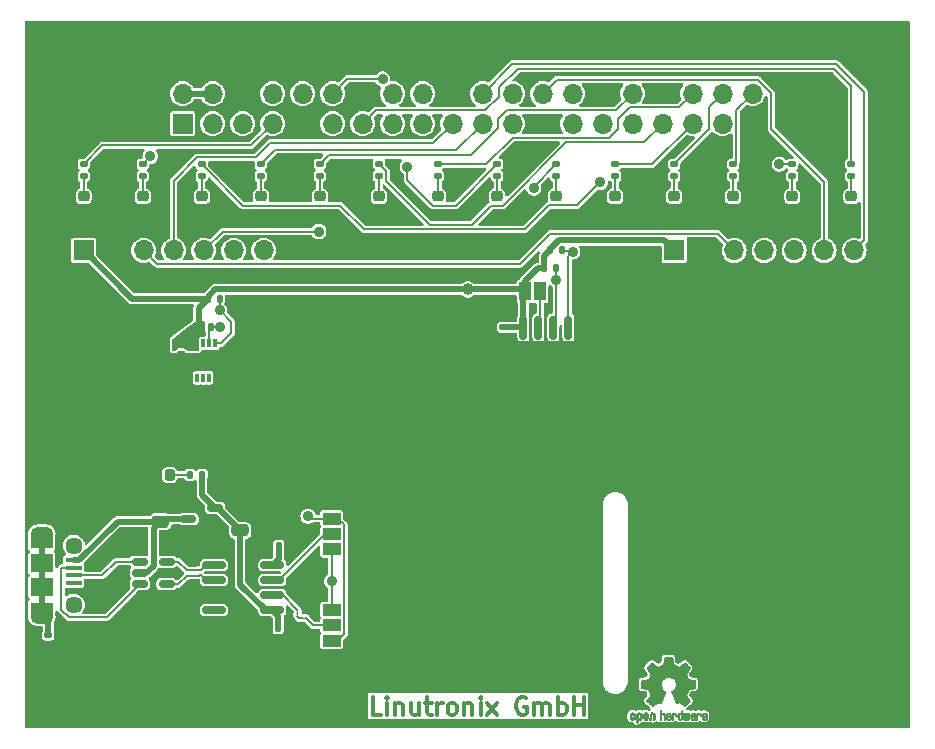
<source format=gbr>
%TF.GenerationSoftware,KiCad,Pcbnew,7.0.7-7.0.7~ubuntu23.04.1*%
%TF.CreationDate,2023-08-30T06:09:57+00:00*%
%TF.ProjectId,baggerdails,62616767-6572-4646-9169-6c732e6b6963,rev?*%
%TF.SameCoordinates,Original*%
%TF.FileFunction,Copper,L1,Top*%
%TF.FilePolarity,Positive*%
%FSLAX46Y46*%
G04 Gerber Fmt 4.6, Leading zero omitted, Abs format (unit mm)*
G04 Created by KiCad (PCBNEW 7.0.7-7.0.7~ubuntu23.04.1) date 2023-08-30 06:09:57*
%MOMM*%
%LPD*%
G01*
G04 APERTURE LIST*
G04 Aperture macros list*
%AMRoundRect*
0 Rectangle with rounded corners*
0 $1 Rounding radius*
0 $2 $3 $4 $5 $6 $7 $8 $9 X,Y pos of 4 corners*
0 Add a 4 corners polygon primitive as box body*
4,1,4,$2,$3,$4,$5,$6,$7,$8,$9,$2,$3,0*
0 Add four circle primitives for the rounded corners*
1,1,$1+$1,$2,$3*
1,1,$1+$1,$4,$5*
1,1,$1+$1,$6,$7*
1,1,$1+$1,$8,$9*
0 Add four rect primitives between the rounded corners*
20,1,$1+$1,$2,$3,$4,$5,0*
20,1,$1+$1,$4,$5,$6,$7,0*
20,1,$1+$1,$6,$7,$8,$9,0*
20,1,$1+$1,$8,$9,$2,$3,0*%
G04 Aperture macros list end*
%ADD10C,0.300000*%
%TA.AperFunction,NonConductor*%
%ADD11C,0.300000*%
%TD*%
%TA.AperFunction,EtchedComponent*%
%ADD12C,0.010000*%
%TD*%
%TA.AperFunction,SMDPad,CuDef*%
%ADD13RoundRect,0.150000X0.512500X0.150000X-0.512500X0.150000X-0.512500X-0.150000X0.512500X-0.150000X0*%
%TD*%
%TA.AperFunction,SMDPad,CuDef*%
%ADD14RoundRect,0.147500X-0.172500X0.147500X-0.172500X-0.147500X0.172500X-0.147500X0.172500X0.147500X0*%
%TD*%
%TA.AperFunction,SMDPad,CuDef*%
%ADD15R,1.500000X1.000000*%
%TD*%
%TA.AperFunction,SMDPad,CuDef*%
%ADD16RoundRect,0.218750X0.256250X-0.218750X0.256250X0.218750X-0.256250X0.218750X-0.256250X-0.218750X0*%
%TD*%
%TA.AperFunction,SMDPad,CuDef*%
%ADD17RoundRect,0.140000X-0.170000X0.140000X-0.170000X-0.140000X0.170000X-0.140000X0.170000X0.140000X0*%
%TD*%
%TA.AperFunction,SMDPad,CuDef*%
%ADD18RoundRect,0.135000X-0.135000X-0.185000X0.135000X-0.185000X0.135000X0.185000X-0.135000X0.185000X0*%
%TD*%
%TA.AperFunction,SMDPad,CuDef*%
%ADD19RoundRect,0.135000X-0.185000X0.135000X-0.185000X-0.135000X0.185000X-0.135000X0.185000X0.135000X0*%
%TD*%
%TA.AperFunction,SMDPad,CuDef*%
%ADD20RoundRect,0.250000X0.475000X-0.250000X0.475000X0.250000X-0.475000X0.250000X-0.475000X-0.250000X0*%
%TD*%
%TA.AperFunction,SMDPad,CuDef*%
%ADD21RoundRect,0.140000X0.140000X0.170000X-0.140000X0.170000X-0.140000X-0.170000X0.140000X-0.170000X0*%
%TD*%
%TA.AperFunction,SMDPad,CuDef*%
%ADD22R,1.000000X1.500000*%
%TD*%
%TA.AperFunction,ComponentPad*%
%ADD23R,1.700000X1.700000*%
%TD*%
%TA.AperFunction,ComponentPad*%
%ADD24O,1.700000X1.700000*%
%TD*%
%TA.AperFunction,SMDPad,CuDef*%
%ADD25RoundRect,0.135000X0.135000X0.185000X-0.135000X0.185000X-0.135000X-0.185000X0.135000X-0.185000X0*%
%TD*%
%TA.AperFunction,SMDPad,CuDef*%
%ADD26R,0.300000X0.750000*%
%TD*%
%TA.AperFunction,SMDPad,CuDef*%
%ADD27R,1.500000X1.300000*%
%TD*%
%TA.AperFunction,SMDPad,CuDef*%
%ADD28RoundRect,0.150000X-0.825000X-0.150000X0.825000X-0.150000X0.825000X0.150000X-0.825000X0.150000X0*%
%TD*%
%TA.AperFunction,SMDPad,CuDef*%
%ADD29RoundRect,0.150000X0.150000X-0.825000X0.150000X0.825000X-0.150000X0.825000X-0.150000X-0.825000X0*%
%TD*%
%TA.AperFunction,SMDPad,CuDef*%
%ADD30RoundRect,0.218750X-0.218750X-0.256250X0.218750X-0.256250X0.218750X0.256250X-0.218750X0.256250X0*%
%TD*%
%TA.AperFunction,SMDPad,CuDef*%
%ADD31R,1.350000X0.400000*%
%TD*%
%TA.AperFunction,ComponentPad*%
%ADD32O,1.900000X1.200000*%
%TD*%
%TA.AperFunction,SMDPad,CuDef*%
%ADD33R,1.900000X1.200000*%
%TD*%
%TA.AperFunction,ComponentPad*%
%ADD34C,1.450000*%
%TD*%
%TA.AperFunction,SMDPad,CuDef*%
%ADD35R,1.900000X1.500000*%
%TD*%
%TA.AperFunction,ViaPad*%
%ADD36C,0.900000*%
%TD*%
%TA.AperFunction,ViaPad*%
%ADD37C,1.000000*%
%TD*%
%TA.AperFunction,Conductor*%
%ADD38C,0.200000*%
%TD*%
%TA.AperFunction,Conductor*%
%ADD39C,0.500000*%
%TD*%
G04 APERTURE END LIST*
D10*
D11*
X125168796Y-98800828D02*
X124454510Y-98800828D01*
X124454510Y-98800828D02*
X124454510Y-97300828D01*
X125668796Y-98800828D02*
X125668796Y-97800828D01*
X125668796Y-97300828D02*
X125597368Y-97372257D01*
X125597368Y-97372257D02*
X125668796Y-97443685D01*
X125668796Y-97443685D02*
X125740225Y-97372257D01*
X125740225Y-97372257D02*
X125668796Y-97300828D01*
X125668796Y-97300828D02*
X125668796Y-97443685D01*
X126383082Y-97800828D02*
X126383082Y-98800828D01*
X126383082Y-97943685D02*
X126454511Y-97872257D01*
X126454511Y-97872257D02*
X126597368Y-97800828D01*
X126597368Y-97800828D02*
X126811654Y-97800828D01*
X126811654Y-97800828D02*
X126954511Y-97872257D01*
X126954511Y-97872257D02*
X127025940Y-98015114D01*
X127025940Y-98015114D02*
X127025940Y-98800828D01*
X128383083Y-97800828D02*
X128383083Y-98800828D01*
X127740225Y-97800828D02*
X127740225Y-98586542D01*
X127740225Y-98586542D02*
X127811654Y-98729400D01*
X127811654Y-98729400D02*
X127954511Y-98800828D01*
X127954511Y-98800828D02*
X128168797Y-98800828D01*
X128168797Y-98800828D02*
X128311654Y-98729400D01*
X128311654Y-98729400D02*
X128383083Y-98657971D01*
X128883083Y-97800828D02*
X129454511Y-97800828D01*
X129097368Y-97300828D02*
X129097368Y-98586542D01*
X129097368Y-98586542D02*
X129168797Y-98729400D01*
X129168797Y-98729400D02*
X129311654Y-98800828D01*
X129311654Y-98800828D02*
X129454511Y-98800828D01*
X129954511Y-98800828D02*
X129954511Y-97800828D01*
X129954511Y-98086542D02*
X130025940Y-97943685D01*
X130025940Y-97943685D02*
X130097369Y-97872257D01*
X130097369Y-97872257D02*
X130240226Y-97800828D01*
X130240226Y-97800828D02*
X130383083Y-97800828D01*
X131097368Y-98800828D02*
X130954511Y-98729400D01*
X130954511Y-98729400D02*
X130883082Y-98657971D01*
X130883082Y-98657971D02*
X130811654Y-98515114D01*
X130811654Y-98515114D02*
X130811654Y-98086542D01*
X130811654Y-98086542D02*
X130883082Y-97943685D01*
X130883082Y-97943685D02*
X130954511Y-97872257D01*
X130954511Y-97872257D02*
X131097368Y-97800828D01*
X131097368Y-97800828D02*
X131311654Y-97800828D01*
X131311654Y-97800828D02*
X131454511Y-97872257D01*
X131454511Y-97872257D02*
X131525940Y-97943685D01*
X131525940Y-97943685D02*
X131597368Y-98086542D01*
X131597368Y-98086542D02*
X131597368Y-98515114D01*
X131597368Y-98515114D02*
X131525940Y-98657971D01*
X131525940Y-98657971D02*
X131454511Y-98729400D01*
X131454511Y-98729400D02*
X131311654Y-98800828D01*
X131311654Y-98800828D02*
X131097368Y-98800828D01*
X132240225Y-97800828D02*
X132240225Y-98800828D01*
X132240225Y-97943685D02*
X132311654Y-97872257D01*
X132311654Y-97872257D02*
X132454511Y-97800828D01*
X132454511Y-97800828D02*
X132668797Y-97800828D01*
X132668797Y-97800828D02*
X132811654Y-97872257D01*
X132811654Y-97872257D02*
X132883083Y-98015114D01*
X132883083Y-98015114D02*
X132883083Y-98800828D01*
X133597368Y-98800828D02*
X133597368Y-97800828D01*
X133597368Y-97300828D02*
X133525940Y-97372257D01*
X133525940Y-97372257D02*
X133597368Y-97443685D01*
X133597368Y-97443685D02*
X133668797Y-97372257D01*
X133668797Y-97372257D02*
X133597368Y-97300828D01*
X133597368Y-97300828D02*
X133597368Y-97443685D01*
X134168797Y-98800828D02*
X134954512Y-97800828D01*
X134168797Y-97800828D02*
X134954512Y-98800828D01*
X137454512Y-97372257D02*
X137311655Y-97300828D01*
X137311655Y-97300828D02*
X137097369Y-97300828D01*
X137097369Y-97300828D02*
X136883083Y-97372257D01*
X136883083Y-97372257D02*
X136740226Y-97515114D01*
X136740226Y-97515114D02*
X136668797Y-97657971D01*
X136668797Y-97657971D02*
X136597369Y-97943685D01*
X136597369Y-97943685D02*
X136597369Y-98157971D01*
X136597369Y-98157971D02*
X136668797Y-98443685D01*
X136668797Y-98443685D02*
X136740226Y-98586542D01*
X136740226Y-98586542D02*
X136883083Y-98729400D01*
X136883083Y-98729400D02*
X137097369Y-98800828D01*
X137097369Y-98800828D02*
X137240226Y-98800828D01*
X137240226Y-98800828D02*
X137454512Y-98729400D01*
X137454512Y-98729400D02*
X137525940Y-98657971D01*
X137525940Y-98657971D02*
X137525940Y-98157971D01*
X137525940Y-98157971D02*
X137240226Y-98157971D01*
X138168797Y-98800828D02*
X138168797Y-97800828D01*
X138168797Y-97943685D02*
X138240226Y-97872257D01*
X138240226Y-97872257D02*
X138383083Y-97800828D01*
X138383083Y-97800828D02*
X138597369Y-97800828D01*
X138597369Y-97800828D02*
X138740226Y-97872257D01*
X138740226Y-97872257D02*
X138811655Y-98015114D01*
X138811655Y-98015114D02*
X138811655Y-98800828D01*
X138811655Y-98015114D02*
X138883083Y-97872257D01*
X138883083Y-97872257D02*
X139025940Y-97800828D01*
X139025940Y-97800828D02*
X139240226Y-97800828D01*
X139240226Y-97800828D02*
X139383083Y-97872257D01*
X139383083Y-97872257D02*
X139454512Y-98015114D01*
X139454512Y-98015114D02*
X139454512Y-98800828D01*
X140168797Y-98800828D02*
X140168797Y-97300828D01*
X140168797Y-97872257D02*
X140311655Y-97800828D01*
X140311655Y-97800828D02*
X140597369Y-97800828D01*
X140597369Y-97800828D02*
X140740226Y-97872257D01*
X140740226Y-97872257D02*
X140811655Y-97943685D01*
X140811655Y-97943685D02*
X140883083Y-98086542D01*
X140883083Y-98086542D02*
X140883083Y-98515114D01*
X140883083Y-98515114D02*
X140811655Y-98657971D01*
X140811655Y-98657971D02*
X140740226Y-98729400D01*
X140740226Y-98729400D02*
X140597369Y-98800828D01*
X140597369Y-98800828D02*
X140311655Y-98800828D01*
X140311655Y-98800828D02*
X140168797Y-98729400D01*
X141525940Y-98800828D02*
X141525940Y-97300828D01*
X141525940Y-98015114D02*
X142383083Y-98015114D01*
X142383083Y-98800828D02*
X142383083Y-97300828D01*
%TO.C,OSHW*%
D12*
X152152600Y-98658752D02*
X152169948Y-98666334D01*
X152211356Y-98699128D01*
X152246765Y-98746547D01*
X152268664Y-98797151D01*
X152272229Y-98822098D01*
X152260279Y-98856927D01*
X152234067Y-98875357D01*
X152205964Y-98886516D01*
X152193095Y-98888572D01*
X152186829Y-98873649D01*
X152174456Y-98841175D01*
X152169028Y-98826502D01*
X152138590Y-98775744D01*
X152094520Y-98750427D01*
X152038010Y-98751206D01*
X152033825Y-98752203D01*
X152003655Y-98766507D01*
X151981476Y-98794393D01*
X151966327Y-98839287D01*
X151957250Y-98904615D01*
X151953286Y-98993804D01*
X151952914Y-99041261D01*
X151952730Y-99116071D01*
X151951522Y-99167069D01*
X151948309Y-99199471D01*
X151942109Y-99218495D01*
X151931940Y-99229356D01*
X151916819Y-99237272D01*
X151915946Y-99237670D01*
X151886828Y-99249981D01*
X151872403Y-99254514D01*
X151870186Y-99240809D01*
X151868289Y-99202925D01*
X151866847Y-99145715D01*
X151865998Y-99074027D01*
X151865829Y-99021565D01*
X151866692Y-98920047D01*
X151870070Y-98843032D01*
X151877142Y-98786023D01*
X151889088Y-98744526D01*
X151907090Y-98714043D01*
X151932327Y-98690080D01*
X151957247Y-98673355D01*
X152017171Y-98651097D01*
X152086911Y-98646076D01*
X152152600Y-98658752D01*
%TA.AperFunction,EtchedComponent*%
G36*
X152152600Y-98658752D02*
G01*
X152169948Y-98666334D01*
X152211356Y-98699128D01*
X152246765Y-98746547D01*
X152268664Y-98797151D01*
X152272229Y-98822098D01*
X152260279Y-98856927D01*
X152234067Y-98875357D01*
X152205964Y-98886516D01*
X152193095Y-98888572D01*
X152186829Y-98873649D01*
X152174456Y-98841175D01*
X152169028Y-98826502D01*
X152138590Y-98775744D01*
X152094520Y-98750427D01*
X152038010Y-98751206D01*
X152033825Y-98752203D01*
X152003655Y-98766507D01*
X151981476Y-98794393D01*
X151966327Y-98839287D01*
X151957250Y-98904615D01*
X151953286Y-98993804D01*
X151952914Y-99041261D01*
X151952730Y-99116071D01*
X151951522Y-99167069D01*
X151948309Y-99199471D01*
X151942109Y-99218495D01*
X151931940Y-99229356D01*
X151916819Y-99237272D01*
X151915946Y-99237670D01*
X151886828Y-99249981D01*
X151872403Y-99254514D01*
X151870186Y-99240809D01*
X151868289Y-99202925D01*
X151866847Y-99145715D01*
X151865998Y-99074027D01*
X151865829Y-99021565D01*
X151866692Y-98920047D01*
X151870070Y-98843032D01*
X151877142Y-98786023D01*
X151889088Y-98744526D01*
X151907090Y-98714043D01*
X151932327Y-98690080D01*
X151957247Y-98673355D01*
X152017171Y-98651097D01*
X152086911Y-98646076D01*
X152152600Y-98658752D01*
G37*
%TD.AperFunction*%
X148216093Y-98627780D02*
X148262672Y-98654723D01*
X148295057Y-98681466D01*
X148318742Y-98709484D01*
X148335059Y-98743748D01*
X148345339Y-98789227D01*
X148350914Y-98850892D01*
X148353116Y-98933711D01*
X148353371Y-98993246D01*
X148353371Y-99212391D01*
X148291686Y-99240044D01*
X148230000Y-99267697D01*
X148222743Y-99027670D01*
X148219744Y-98938028D01*
X148216598Y-98872962D01*
X148212701Y-98828026D01*
X148207447Y-98798770D01*
X148200231Y-98780748D01*
X148190450Y-98769511D01*
X148187312Y-98767079D01*
X148139761Y-98748083D01*
X148091697Y-98755600D01*
X148063086Y-98775543D01*
X148051447Y-98789675D01*
X148043391Y-98808220D01*
X148038271Y-98836334D01*
X148035441Y-98879173D01*
X148034256Y-98941895D01*
X148034057Y-99007261D01*
X148034018Y-99089268D01*
X148032614Y-99147316D01*
X148027914Y-99186465D01*
X148017987Y-99211780D01*
X148000903Y-99228323D01*
X147974732Y-99241156D01*
X147939775Y-99254491D01*
X147901596Y-99269007D01*
X147906141Y-99011389D01*
X147907971Y-98918519D01*
X147910112Y-98849889D01*
X147913181Y-98800711D01*
X147917794Y-98766198D01*
X147924568Y-98741562D01*
X147934119Y-98722016D01*
X147945634Y-98704770D01*
X148001190Y-98649680D01*
X148068980Y-98617822D01*
X148142713Y-98610191D01*
X148216093Y-98627780D01*
%TA.AperFunction,EtchedComponent*%
G36*
X148216093Y-98627780D02*
G01*
X148262672Y-98654723D01*
X148295057Y-98681466D01*
X148318742Y-98709484D01*
X148335059Y-98743748D01*
X148345339Y-98789227D01*
X148350914Y-98850892D01*
X148353116Y-98933711D01*
X148353371Y-98993246D01*
X148353371Y-99212391D01*
X148291686Y-99240044D01*
X148230000Y-99267697D01*
X148222743Y-99027670D01*
X148219744Y-98938028D01*
X148216598Y-98872962D01*
X148212701Y-98828026D01*
X148207447Y-98798770D01*
X148200231Y-98780748D01*
X148190450Y-98769511D01*
X148187312Y-98767079D01*
X148139761Y-98748083D01*
X148091697Y-98755600D01*
X148063086Y-98775543D01*
X148051447Y-98789675D01*
X148043391Y-98808220D01*
X148038271Y-98836334D01*
X148035441Y-98879173D01*
X148034256Y-98941895D01*
X148034057Y-99007261D01*
X148034018Y-99089268D01*
X148032614Y-99147316D01*
X148027914Y-99186465D01*
X148017987Y-99211780D01*
X148000903Y-99228323D01*
X147974732Y-99241156D01*
X147939775Y-99254491D01*
X147901596Y-99269007D01*
X147906141Y-99011389D01*
X147907971Y-98918519D01*
X147910112Y-98849889D01*
X147913181Y-98800711D01*
X147917794Y-98766198D01*
X147924568Y-98741562D01*
X147934119Y-98722016D01*
X147945634Y-98704770D01*
X148001190Y-98649680D01*
X148068980Y-98617822D01*
X148142713Y-98610191D01*
X148216093Y-98627780D01*
G37*
%TD.AperFunction*%
X150029926Y-98649755D02*
X150095858Y-98674084D01*
X150149273Y-98717117D01*
X150170164Y-98747409D01*
X150192939Y-98802994D01*
X150192466Y-98843186D01*
X150168562Y-98870217D01*
X150159717Y-98874813D01*
X150121530Y-98889144D01*
X150102028Y-98885472D01*
X150095422Y-98861407D01*
X150095086Y-98848114D01*
X150082992Y-98799210D01*
X150051471Y-98764999D01*
X150007659Y-98748476D01*
X149958695Y-98752634D01*
X149918894Y-98774227D01*
X149905450Y-98786544D01*
X149895921Y-98801487D01*
X149889485Y-98824075D01*
X149885317Y-98859328D01*
X149882597Y-98912266D01*
X149880502Y-98987907D01*
X149879960Y-99011857D01*
X149877981Y-99093790D01*
X149875731Y-99151455D01*
X149872357Y-99189608D01*
X149867006Y-99213004D01*
X149858824Y-99226398D01*
X149846959Y-99234545D01*
X149839362Y-99238144D01*
X149807102Y-99250452D01*
X149788111Y-99254514D01*
X149781836Y-99240948D01*
X149778006Y-99199934D01*
X149776600Y-99130999D01*
X149777598Y-99033669D01*
X149777908Y-99018657D01*
X149780101Y-98929859D01*
X149782693Y-98865019D01*
X149786382Y-98819067D01*
X149791864Y-98786935D01*
X149799835Y-98763553D01*
X149810993Y-98743852D01*
X149816830Y-98735410D01*
X149850296Y-98698057D01*
X149887727Y-98669003D01*
X149892309Y-98666467D01*
X149959426Y-98646443D01*
X150029926Y-98649755D01*
%TA.AperFunction,EtchedComponent*%
G36*
X150029926Y-98649755D02*
G01*
X150095858Y-98674084D01*
X150149273Y-98717117D01*
X150170164Y-98747409D01*
X150192939Y-98802994D01*
X150192466Y-98843186D01*
X150168562Y-98870217D01*
X150159717Y-98874813D01*
X150121530Y-98889144D01*
X150102028Y-98885472D01*
X150095422Y-98861407D01*
X150095086Y-98848114D01*
X150082992Y-98799210D01*
X150051471Y-98764999D01*
X150007659Y-98748476D01*
X149958695Y-98752634D01*
X149918894Y-98774227D01*
X149905450Y-98786544D01*
X149895921Y-98801487D01*
X149889485Y-98824075D01*
X149885317Y-98859328D01*
X149882597Y-98912266D01*
X149880502Y-98987907D01*
X149879960Y-99011857D01*
X149877981Y-99093790D01*
X149875731Y-99151455D01*
X149872357Y-99189608D01*
X149867006Y-99213004D01*
X149858824Y-99226398D01*
X149846959Y-99234545D01*
X149839362Y-99238144D01*
X149807102Y-99250452D01*
X149788111Y-99254514D01*
X149781836Y-99240948D01*
X149778006Y-99199934D01*
X149776600Y-99130999D01*
X149777598Y-99033669D01*
X149777908Y-99018657D01*
X149780101Y-98929859D01*
X149782693Y-98865019D01*
X149786382Y-98819067D01*
X149791864Y-98786935D01*
X149799835Y-98763553D01*
X149810993Y-98743852D01*
X149816830Y-98735410D01*
X149850296Y-98698057D01*
X149887727Y-98669003D01*
X149892309Y-98666467D01*
X149959426Y-98646443D01*
X150029926Y-98649755D01*
G37*
%TD.AperFunction*%
X148875886Y-98551289D02*
X148880139Y-98610613D01*
X148885025Y-98645572D01*
X148891795Y-98660820D01*
X148901702Y-98661015D01*
X148904914Y-98659195D01*
X148947644Y-98646015D01*
X149003227Y-98646785D01*
X149059737Y-98660333D01*
X149095082Y-98677861D01*
X149131321Y-98705861D01*
X149157813Y-98737549D01*
X149175999Y-98777813D01*
X149187322Y-98831543D01*
X149193222Y-98903626D01*
X149195143Y-98998951D01*
X149195177Y-99017237D01*
X149195200Y-99222646D01*
X149149491Y-99238580D01*
X149117027Y-99249420D01*
X149099215Y-99254468D01*
X149098691Y-99254514D01*
X149096937Y-99240828D01*
X149095444Y-99203076D01*
X149094326Y-99146224D01*
X149093697Y-99075234D01*
X149093600Y-99032073D01*
X149093398Y-98946973D01*
X149092358Y-98885981D01*
X149089831Y-98844177D01*
X149085164Y-98816642D01*
X149077707Y-98798456D01*
X149066811Y-98784698D01*
X149060007Y-98778073D01*
X149013272Y-98751375D01*
X148962272Y-98749375D01*
X148916001Y-98771955D01*
X148907444Y-98780107D01*
X148894893Y-98795436D01*
X148886188Y-98813618D01*
X148880631Y-98839909D01*
X148877526Y-98879562D01*
X148876176Y-98937832D01*
X148875886Y-99018173D01*
X148875886Y-99222646D01*
X148830177Y-99238580D01*
X148797713Y-99249420D01*
X148779901Y-99254468D01*
X148779377Y-99254514D01*
X148778037Y-99240623D01*
X148776828Y-99201439D01*
X148775801Y-99140700D01*
X148775002Y-99062141D01*
X148774481Y-98969498D01*
X148774286Y-98866509D01*
X148774286Y-98469342D01*
X148821457Y-98449444D01*
X148868629Y-98429547D01*
X148875886Y-98551289D01*
%TA.AperFunction,EtchedComponent*%
G36*
X148875886Y-98551289D02*
G01*
X148880139Y-98610613D01*
X148885025Y-98645572D01*
X148891795Y-98660820D01*
X148901702Y-98661015D01*
X148904914Y-98659195D01*
X148947644Y-98646015D01*
X149003227Y-98646785D01*
X149059737Y-98660333D01*
X149095082Y-98677861D01*
X149131321Y-98705861D01*
X149157813Y-98737549D01*
X149175999Y-98777813D01*
X149187322Y-98831543D01*
X149193222Y-98903626D01*
X149195143Y-98998951D01*
X149195177Y-99017237D01*
X149195200Y-99222646D01*
X149149491Y-99238580D01*
X149117027Y-99249420D01*
X149099215Y-99254468D01*
X149098691Y-99254514D01*
X149096937Y-99240828D01*
X149095444Y-99203076D01*
X149094326Y-99146224D01*
X149093697Y-99075234D01*
X149093600Y-99032073D01*
X149093398Y-98946973D01*
X149092358Y-98885981D01*
X149089831Y-98844177D01*
X149085164Y-98816642D01*
X149077707Y-98798456D01*
X149066811Y-98784698D01*
X149060007Y-98778073D01*
X149013272Y-98751375D01*
X148962272Y-98749375D01*
X148916001Y-98771955D01*
X148907444Y-98780107D01*
X148894893Y-98795436D01*
X148886188Y-98813618D01*
X148880631Y-98839909D01*
X148877526Y-98879562D01*
X148876176Y-98937832D01*
X148875886Y-99018173D01*
X148875886Y-99222646D01*
X148830177Y-99238580D01*
X148797713Y-99249420D01*
X148779901Y-99254468D01*
X148779377Y-99254514D01*
X148778037Y-99240623D01*
X148776828Y-99201439D01*
X148775801Y-99140700D01*
X148775002Y-99062141D01*
X148774481Y-98969498D01*
X148774286Y-98866509D01*
X148774286Y-98469342D01*
X148821457Y-98449444D01*
X148868629Y-98429547D01*
X148875886Y-98551289D01*
G37*
%TD.AperFunction*%
X151279833Y-98658663D02*
X151282048Y-98696850D01*
X151283784Y-98754886D01*
X151284899Y-98828180D01*
X151285257Y-98905055D01*
X151285257Y-99165196D01*
X151239326Y-99211127D01*
X151207675Y-99239429D01*
X151179890Y-99250893D01*
X151141915Y-99250168D01*
X151126840Y-99248321D01*
X151079726Y-99242948D01*
X151040756Y-99239869D01*
X151031257Y-99239585D01*
X150999233Y-99241445D01*
X150953432Y-99246114D01*
X150935674Y-99248321D01*
X150892057Y-99251735D01*
X150862745Y-99244320D01*
X150833680Y-99221427D01*
X150823188Y-99211127D01*
X150777257Y-99165196D01*
X150777257Y-98678602D01*
X150814226Y-98661758D01*
X150846059Y-98649282D01*
X150864683Y-98644914D01*
X150869458Y-98658718D01*
X150873921Y-98697286D01*
X150877775Y-98756356D01*
X150880722Y-98831663D01*
X150882143Y-98895286D01*
X150886114Y-99145657D01*
X150920759Y-99150556D01*
X150952268Y-99147131D01*
X150967708Y-99136041D01*
X150972023Y-99115308D01*
X150975708Y-99071145D01*
X150978469Y-99009146D01*
X150980012Y-98934909D01*
X150980235Y-98896706D01*
X150980457Y-98676783D01*
X151026166Y-98660849D01*
X151058518Y-98650015D01*
X151076115Y-98644962D01*
X151076623Y-98644914D01*
X151078388Y-98658648D01*
X151080329Y-98696730D01*
X151082282Y-98754482D01*
X151084084Y-98827227D01*
X151085343Y-98895286D01*
X151089314Y-99145657D01*
X151176400Y-99145657D01*
X151180396Y-98917240D01*
X151184392Y-98688822D01*
X151226847Y-98666868D01*
X151258192Y-98651793D01*
X151276744Y-98644951D01*
X151277279Y-98644914D01*
X151279833Y-98658663D01*
%TA.AperFunction,EtchedComponent*%
G36*
X151279833Y-98658663D02*
G01*
X151282048Y-98696850D01*
X151283784Y-98754886D01*
X151284899Y-98828180D01*
X151285257Y-98905055D01*
X151285257Y-99165196D01*
X151239326Y-99211127D01*
X151207675Y-99239429D01*
X151179890Y-99250893D01*
X151141915Y-99250168D01*
X151126840Y-99248321D01*
X151079726Y-99242948D01*
X151040756Y-99239869D01*
X151031257Y-99239585D01*
X150999233Y-99241445D01*
X150953432Y-99246114D01*
X150935674Y-99248321D01*
X150892057Y-99251735D01*
X150862745Y-99244320D01*
X150833680Y-99221427D01*
X150823188Y-99211127D01*
X150777257Y-99165196D01*
X150777257Y-98678602D01*
X150814226Y-98661758D01*
X150846059Y-98649282D01*
X150864683Y-98644914D01*
X150869458Y-98658718D01*
X150873921Y-98697286D01*
X150877775Y-98756356D01*
X150880722Y-98831663D01*
X150882143Y-98895286D01*
X150886114Y-99145657D01*
X150920759Y-99150556D01*
X150952268Y-99147131D01*
X150967708Y-99136041D01*
X150972023Y-99115308D01*
X150975708Y-99071145D01*
X150978469Y-99009146D01*
X150980012Y-98934909D01*
X150980235Y-98896706D01*
X150980457Y-98676783D01*
X151026166Y-98660849D01*
X151058518Y-98650015D01*
X151076115Y-98644962D01*
X151076623Y-98644914D01*
X151078388Y-98658648D01*
X151080329Y-98696730D01*
X151082282Y-98754482D01*
X151084084Y-98827227D01*
X151085343Y-98895286D01*
X151089314Y-99145657D01*
X151176400Y-99145657D01*
X151180396Y-98917240D01*
X151184392Y-98688822D01*
X151226847Y-98666868D01*
X151258192Y-98651793D01*
X151276744Y-98644951D01*
X151277279Y-98644914D01*
X151279833Y-98658663D01*
G37*
%TD.AperFunction*%
X146541115Y-98621962D02*
X146609145Y-98657733D01*
X146659351Y-98715301D01*
X146677185Y-98752312D01*
X146691063Y-98807882D01*
X146698167Y-98878096D01*
X146698840Y-98954727D01*
X146693427Y-99029552D01*
X146682270Y-99094342D01*
X146665714Y-99140873D01*
X146660626Y-99148887D01*
X146600355Y-99208707D01*
X146528769Y-99244535D01*
X146451092Y-99255020D01*
X146372548Y-99238810D01*
X146350689Y-99229092D01*
X146308122Y-99199143D01*
X146270763Y-99159433D01*
X146267232Y-99154397D01*
X146252881Y-99130124D01*
X146243394Y-99104178D01*
X146237790Y-99070022D01*
X146235086Y-99021119D01*
X146234299Y-98950935D01*
X146234286Y-98935200D01*
X146234322Y-98930192D01*
X146379429Y-98930192D01*
X146380273Y-98996430D01*
X146383596Y-99040386D01*
X146390583Y-99068779D01*
X146402416Y-99088325D01*
X146408457Y-99094857D01*
X146443186Y-99119680D01*
X146476903Y-99118548D01*
X146510995Y-99097016D01*
X146531329Y-99074029D01*
X146543371Y-99040478D01*
X146550134Y-98987569D01*
X146550598Y-98981399D01*
X146551752Y-98885513D01*
X146539688Y-98814299D01*
X146514570Y-98768194D01*
X146476560Y-98747635D01*
X146462992Y-98746514D01*
X146427364Y-98752152D01*
X146402994Y-98771686D01*
X146388093Y-98809042D01*
X146380875Y-98868150D01*
X146379429Y-98930192D01*
X146234322Y-98930192D01*
X146234826Y-98860413D01*
X146237096Y-98808159D01*
X146242068Y-98771949D01*
X146250713Y-98745299D01*
X146264005Y-98721722D01*
X146266943Y-98717338D01*
X146316313Y-98658249D01*
X146370109Y-98623947D01*
X146435602Y-98610331D01*
X146457842Y-98609665D01*
X146541115Y-98621962D01*
%TA.AperFunction,EtchedComponent*%
G36*
X146541115Y-98621962D02*
G01*
X146609145Y-98657733D01*
X146659351Y-98715301D01*
X146677185Y-98752312D01*
X146691063Y-98807882D01*
X146698167Y-98878096D01*
X146698840Y-98954727D01*
X146693427Y-99029552D01*
X146682270Y-99094342D01*
X146665714Y-99140873D01*
X146660626Y-99148887D01*
X146600355Y-99208707D01*
X146528769Y-99244535D01*
X146451092Y-99255020D01*
X146372548Y-99238810D01*
X146350689Y-99229092D01*
X146308122Y-99199143D01*
X146270763Y-99159433D01*
X146267232Y-99154397D01*
X146252881Y-99130124D01*
X146243394Y-99104178D01*
X146237790Y-99070022D01*
X146235086Y-99021119D01*
X146234299Y-98950935D01*
X146234286Y-98935200D01*
X146234322Y-98930192D01*
X146379429Y-98930192D01*
X146380273Y-98996430D01*
X146383596Y-99040386D01*
X146390583Y-99068779D01*
X146402416Y-99088325D01*
X146408457Y-99094857D01*
X146443186Y-99119680D01*
X146476903Y-99118548D01*
X146510995Y-99097016D01*
X146531329Y-99074029D01*
X146543371Y-99040478D01*
X146550134Y-98987569D01*
X146550598Y-98981399D01*
X146551752Y-98885513D01*
X146539688Y-98814299D01*
X146514570Y-98768194D01*
X146476560Y-98747635D01*
X146462992Y-98746514D01*
X146427364Y-98752152D01*
X146402994Y-98771686D01*
X146388093Y-98809042D01*
X146380875Y-98868150D01*
X146379429Y-98930192D01*
X146234322Y-98930192D01*
X146234826Y-98860413D01*
X146237096Y-98808159D01*
X146242068Y-98771949D01*
X146250713Y-98745299D01*
X146264005Y-98721722D01*
X146266943Y-98717338D01*
X146316313Y-98658249D01*
X146370109Y-98623947D01*
X146435602Y-98610331D01*
X146457842Y-98609665D01*
X146541115Y-98621962D01*
G37*
%TD.AperFunction*%
X152653595Y-98666966D02*
X152711021Y-98704497D01*
X152738719Y-98738096D01*
X152760662Y-98799064D01*
X152762405Y-98847308D01*
X152758457Y-98911816D01*
X152609686Y-98976934D01*
X152537349Y-99010202D01*
X152490084Y-99036964D01*
X152465507Y-99060144D01*
X152461237Y-99082667D01*
X152474889Y-99107455D01*
X152489943Y-99123886D01*
X152533746Y-99150235D01*
X152581389Y-99152081D01*
X152625145Y-99131546D01*
X152657289Y-99090752D01*
X152663038Y-99076347D01*
X152690576Y-99031356D01*
X152722258Y-99012182D01*
X152765714Y-98995779D01*
X152765714Y-99057966D01*
X152761872Y-99100283D01*
X152746823Y-99135969D01*
X152715280Y-99176943D01*
X152710592Y-99182267D01*
X152675506Y-99218720D01*
X152645347Y-99238283D01*
X152607615Y-99247283D01*
X152576335Y-99250230D01*
X152520385Y-99250965D01*
X152480555Y-99241660D01*
X152455708Y-99227846D01*
X152416656Y-99197467D01*
X152389625Y-99164613D01*
X152372517Y-99123294D01*
X152363238Y-99067521D01*
X152359693Y-98991305D01*
X152359410Y-98952622D01*
X152360372Y-98906247D01*
X152448007Y-98906247D01*
X152449023Y-98931126D01*
X152451556Y-98935200D01*
X152468274Y-98929665D01*
X152504249Y-98915017D01*
X152552331Y-98894190D01*
X152562386Y-98889714D01*
X152623152Y-98858814D01*
X152656632Y-98831657D01*
X152663990Y-98806220D01*
X152646391Y-98780481D01*
X152631856Y-98769109D01*
X152579410Y-98746364D01*
X152530322Y-98750122D01*
X152489227Y-98777884D01*
X152460758Y-98827152D01*
X152451631Y-98866257D01*
X152448007Y-98906247D01*
X152360372Y-98906247D01*
X152361285Y-98862249D01*
X152368196Y-98795384D01*
X152381884Y-98746695D01*
X152404096Y-98710849D01*
X152436574Y-98682513D01*
X152450733Y-98673355D01*
X152515053Y-98649507D01*
X152585473Y-98648006D01*
X152653595Y-98666966D01*
%TA.AperFunction,EtchedComponent*%
G36*
X152653595Y-98666966D02*
G01*
X152711021Y-98704497D01*
X152738719Y-98738096D01*
X152760662Y-98799064D01*
X152762405Y-98847308D01*
X152758457Y-98911816D01*
X152609686Y-98976934D01*
X152537349Y-99010202D01*
X152490084Y-99036964D01*
X152465507Y-99060144D01*
X152461237Y-99082667D01*
X152474889Y-99107455D01*
X152489943Y-99123886D01*
X152533746Y-99150235D01*
X152581389Y-99152081D01*
X152625145Y-99131546D01*
X152657289Y-99090752D01*
X152663038Y-99076347D01*
X152690576Y-99031356D01*
X152722258Y-99012182D01*
X152765714Y-98995779D01*
X152765714Y-99057966D01*
X152761872Y-99100283D01*
X152746823Y-99135969D01*
X152715280Y-99176943D01*
X152710592Y-99182267D01*
X152675506Y-99218720D01*
X152645347Y-99238283D01*
X152607615Y-99247283D01*
X152576335Y-99250230D01*
X152520385Y-99250965D01*
X152480555Y-99241660D01*
X152455708Y-99227846D01*
X152416656Y-99197467D01*
X152389625Y-99164613D01*
X152372517Y-99123294D01*
X152363238Y-99067521D01*
X152359693Y-98991305D01*
X152359410Y-98952622D01*
X152360372Y-98906247D01*
X152448007Y-98906247D01*
X152449023Y-98931126D01*
X152451556Y-98935200D01*
X152468274Y-98929665D01*
X152504249Y-98915017D01*
X152552331Y-98894190D01*
X152562386Y-98889714D01*
X152623152Y-98858814D01*
X152656632Y-98831657D01*
X152663990Y-98806220D01*
X152646391Y-98780481D01*
X152631856Y-98769109D01*
X152579410Y-98746364D01*
X152530322Y-98750122D01*
X152489227Y-98777884D01*
X152460758Y-98827152D01*
X152451631Y-98866257D01*
X152448007Y-98906247D01*
X152360372Y-98906247D01*
X152361285Y-98862249D01*
X152368196Y-98795384D01*
X152381884Y-98746695D01*
X152404096Y-98710849D01*
X152436574Y-98682513D01*
X152450733Y-98673355D01*
X152515053Y-98649507D01*
X152585473Y-98648006D01*
X152653595Y-98666966D01*
G37*
%TD.AperFunction*%
X150690117Y-98765358D02*
X150689933Y-98873837D01*
X150689219Y-98957287D01*
X150687675Y-99019704D01*
X150685001Y-99065085D01*
X150680894Y-99097429D01*
X150675055Y-99120733D01*
X150667182Y-99138995D01*
X150661221Y-99149418D01*
X150611855Y-99205945D01*
X150549264Y-99241377D01*
X150480013Y-99254090D01*
X150410668Y-99242463D01*
X150369375Y-99221568D01*
X150326025Y-99185422D01*
X150296481Y-99141276D01*
X150278655Y-99083462D01*
X150270463Y-99006313D01*
X150269302Y-98949714D01*
X150269458Y-98945647D01*
X150370857Y-98945647D01*
X150371476Y-99010550D01*
X150374314Y-99053514D01*
X150380840Y-99081622D01*
X150392523Y-99101953D01*
X150406483Y-99117288D01*
X150453365Y-99146890D01*
X150503701Y-99149419D01*
X150551276Y-99124705D01*
X150554979Y-99121356D01*
X150570783Y-99103935D01*
X150580693Y-99083209D01*
X150586058Y-99052362D01*
X150588228Y-99004577D01*
X150588571Y-98951748D01*
X150587827Y-98885381D01*
X150584748Y-98841106D01*
X150578061Y-98812009D01*
X150566496Y-98791173D01*
X150557013Y-98780107D01*
X150512960Y-98752198D01*
X150462224Y-98748843D01*
X150413796Y-98770159D01*
X150404450Y-98778073D01*
X150388540Y-98795647D01*
X150378610Y-98816587D01*
X150373278Y-98847782D01*
X150371163Y-98896122D01*
X150370857Y-98945647D01*
X150269458Y-98945647D01*
X150272810Y-98858568D01*
X150284726Y-98790086D01*
X150307135Y-98738600D01*
X150342124Y-98698443D01*
X150369375Y-98677861D01*
X150418907Y-98655625D01*
X150476316Y-98645304D01*
X150529682Y-98648067D01*
X150559543Y-98659212D01*
X150571261Y-98662383D01*
X150579037Y-98650557D01*
X150584465Y-98618866D01*
X150588571Y-98570593D01*
X150593067Y-98516829D01*
X150599313Y-98484482D01*
X150610676Y-98465985D01*
X150630528Y-98453770D01*
X150643000Y-98448362D01*
X150690171Y-98428601D01*
X150690117Y-98765358D01*
%TA.AperFunction,EtchedComponent*%
G36*
X150690117Y-98765358D02*
G01*
X150689933Y-98873837D01*
X150689219Y-98957287D01*
X150687675Y-99019704D01*
X150685001Y-99065085D01*
X150680894Y-99097429D01*
X150675055Y-99120733D01*
X150667182Y-99138995D01*
X150661221Y-99149418D01*
X150611855Y-99205945D01*
X150549264Y-99241377D01*
X150480013Y-99254090D01*
X150410668Y-99242463D01*
X150369375Y-99221568D01*
X150326025Y-99185422D01*
X150296481Y-99141276D01*
X150278655Y-99083462D01*
X150270463Y-99006313D01*
X150269302Y-98949714D01*
X150269458Y-98945647D01*
X150370857Y-98945647D01*
X150371476Y-99010550D01*
X150374314Y-99053514D01*
X150380840Y-99081622D01*
X150392523Y-99101953D01*
X150406483Y-99117288D01*
X150453365Y-99146890D01*
X150503701Y-99149419D01*
X150551276Y-99124705D01*
X150554979Y-99121356D01*
X150570783Y-99103935D01*
X150580693Y-99083209D01*
X150586058Y-99052362D01*
X150588228Y-99004577D01*
X150588571Y-98951748D01*
X150587827Y-98885381D01*
X150584748Y-98841106D01*
X150578061Y-98812009D01*
X150566496Y-98791173D01*
X150557013Y-98780107D01*
X150512960Y-98752198D01*
X150462224Y-98748843D01*
X150413796Y-98770159D01*
X150404450Y-98778073D01*
X150388540Y-98795647D01*
X150378610Y-98816587D01*
X150373278Y-98847782D01*
X150371163Y-98896122D01*
X150370857Y-98945647D01*
X150269458Y-98945647D01*
X150272810Y-98858568D01*
X150284726Y-98790086D01*
X150307135Y-98738600D01*
X150342124Y-98698443D01*
X150369375Y-98677861D01*
X150418907Y-98655625D01*
X150476316Y-98645304D01*
X150529682Y-98648067D01*
X150559543Y-98659212D01*
X150571261Y-98662383D01*
X150579037Y-98650557D01*
X150584465Y-98618866D01*
X150588571Y-98570593D01*
X150593067Y-98516829D01*
X150599313Y-98484482D01*
X150610676Y-98465985D01*
X150630528Y-98453770D01*
X150643000Y-98448362D01*
X150690171Y-98428601D01*
X150690117Y-98765358D01*
G37*
%TD.AperFunction*%
X147668303Y-98631239D02*
X147725527Y-98669735D01*
X147769749Y-98725335D01*
X147796167Y-98796086D01*
X147801510Y-98848162D01*
X147800903Y-98869893D01*
X147795822Y-98886531D01*
X147781855Y-98901437D01*
X147754589Y-98917973D01*
X147709612Y-98939498D01*
X147642511Y-98969374D01*
X147642171Y-98969524D01*
X147580407Y-98997813D01*
X147529759Y-99022933D01*
X147495404Y-99042179D01*
X147482518Y-99052848D01*
X147482514Y-99052934D01*
X147493872Y-99076166D01*
X147520431Y-99101774D01*
X147550923Y-99120221D01*
X147566370Y-99123886D01*
X147608515Y-99111212D01*
X147644808Y-99079471D01*
X147662517Y-99044572D01*
X147679552Y-99018845D01*
X147712922Y-98989546D01*
X147752149Y-98964235D01*
X147786756Y-98950471D01*
X147793993Y-98949714D01*
X147802139Y-98962160D01*
X147802630Y-98993972D01*
X147796643Y-99036866D01*
X147785357Y-99082558D01*
X147769950Y-99122761D01*
X147769171Y-99124322D01*
X147722804Y-99189062D01*
X147662711Y-99233097D01*
X147594465Y-99254711D01*
X147523638Y-99252185D01*
X147455804Y-99223804D01*
X147452788Y-99221808D01*
X147399427Y-99173448D01*
X147364340Y-99110352D01*
X147344922Y-99027387D01*
X147342316Y-99004078D01*
X147337701Y-98894055D01*
X147343233Y-98842748D01*
X147482514Y-98842748D01*
X147484324Y-98874753D01*
X147494222Y-98884093D01*
X147518898Y-98877105D01*
X147557795Y-98860587D01*
X147601275Y-98839881D01*
X147602356Y-98839333D01*
X147639209Y-98819949D01*
X147654000Y-98807013D01*
X147650353Y-98793451D01*
X147634995Y-98775632D01*
X147595923Y-98749845D01*
X147553846Y-98747950D01*
X147516103Y-98766717D01*
X147490034Y-98802915D01*
X147482514Y-98842748D01*
X147343233Y-98842748D01*
X147347194Y-98806027D01*
X147371550Y-98736212D01*
X147405456Y-98687302D01*
X147466653Y-98637878D01*
X147534063Y-98613359D01*
X147602880Y-98611797D01*
X147668303Y-98631239D01*
%TA.AperFunction,EtchedComponent*%
G36*
X147668303Y-98631239D02*
G01*
X147725527Y-98669735D01*
X147769749Y-98725335D01*
X147796167Y-98796086D01*
X147801510Y-98848162D01*
X147800903Y-98869893D01*
X147795822Y-98886531D01*
X147781855Y-98901437D01*
X147754589Y-98917973D01*
X147709612Y-98939498D01*
X147642511Y-98969374D01*
X147642171Y-98969524D01*
X147580407Y-98997813D01*
X147529759Y-99022933D01*
X147495404Y-99042179D01*
X147482518Y-99052848D01*
X147482514Y-99052934D01*
X147493872Y-99076166D01*
X147520431Y-99101774D01*
X147550923Y-99120221D01*
X147566370Y-99123886D01*
X147608515Y-99111212D01*
X147644808Y-99079471D01*
X147662517Y-99044572D01*
X147679552Y-99018845D01*
X147712922Y-98989546D01*
X147752149Y-98964235D01*
X147786756Y-98950471D01*
X147793993Y-98949714D01*
X147802139Y-98962160D01*
X147802630Y-98993972D01*
X147796643Y-99036866D01*
X147785357Y-99082558D01*
X147769950Y-99122761D01*
X147769171Y-99124322D01*
X147722804Y-99189062D01*
X147662711Y-99233097D01*
X147594465Y-99254711D01*
X147523638Y-99252185D01*
X147455804Y-99223804D01*
X147452788Y-99221808D01*
X147399427Y-99173448D01*
X147364340Y-99110352D01*
X147344922Y-99027387D01*
X147342316Y-99004078D01*
X147337701Y-98894055D01*
X147343233Y-98842748D01*
X147482514Y-98842748D01*
X147484324Y-98874753D01*
X147494222Y-98884093D01*
X147518898Y-98877105D01*
X147557795Y-98860587D01*
X147601275Y-98839881D01*
X147602356Y-98839333D01*
X147639209Y-98819949D01*
X147654000Y-98807013D01*
X147650353Y-98793451D01*
X147634995Y-98775632D01*
X147595923Y-98749845D01*
X147553846Y-98747950D01*
X147516103Y-98766717D01*
X147490034Y-98802915D01*
X147482514Y-98842748D01*
X147343233Y-98842748D01*
X147347194Y-98806027D01*
X147371550Y-98736212D01*
X147405456Y-98687302D01*
X147466653Y-98637878D01*
X147534063Y-98613359D01*
X147602880Y-98611797D01*
X147668303Y-98631239D01*
G37*
%TD.AperFunction*%
X149539744Y-98650968D02*
X149596616Y-98672087D01*
X149597267Y-98672493D01*
X149632440Y-98698380D01*
X149658407Y-98728633D01*
X149676670Y-98768058D01*
X149688732Y-98821462D01*
X149696096Y-98893651D01*
X149700264Y-98989432D01*
X149700629Y-99003078D01*
X149705876Y-99208842D01*
X149661716Y-99231678D01*
X149629763Y-99247110D01*
X149610470Y-99254423D01*
X149609578Y-99254514D01*
X149606239Y-99241022D01*
X149603587Y-99204626D01*
X149601956Y-99151452D01*
X149601600Y-99108393D01*
X149601592Y-99038641D01*
X149598403Y-98994837D01*
X149587288Y-98973944D01*
X149563501Y-98972925D01*
X149522296Y-98988741D01*
X149460086Y-99017815D01*
X149414341Y-99041963D01*
X149390813Y-99062913D01*
X149383896Y-99085747D01*
X149383886Y-99086877D01*
X149395299Y-99126212D01*
X149429092Y-99147462D01*
X149480809Y-99150539D01*
X149518061Y-99150006D01*
X149537703Y-99160735D01*
X149549952Y-99186505D01*
X149557002Y-99219337D01*
X149546842Y-99237966D01*
X149543017Y-99240632D01*
X149507001Y-99251340D01*
X149456566Y-99252856D01*
X149404626Y-99245759D01*
X149367822Y-99232788D01*
X149316938Y-99189585D01*
X149288014Y-99129446D01*
X149282286Y-99082462D01*
X149286657Y-99040082D01*
X149302475Y-99005488D01*
X149333797Y-98974763D01*
X149384678Y-98943990D01*
X149459176Y-98909252D01*
X149463714Y-98907288D01*
X149530821Y-98876287D01*
X149572232Y-98850862D01*
X149589981Y-98828014D01*
X149586107Y-98804745D01*
X149562643Y-98778056D01*
X149555627Y-98771914D01*
X149508630Y-98748100D01*
X149459933Y-98749103D01*
X149417522Y-98772451D01*
X149389384Y-98815675D01*
X149386769Y-98824160D01*
X149361308Y-98865308D01*
X149329001Y-98885128D01*
X149282286Y-98904770D01*
X149282286Y-98853950D01*
X149296496Y-98780082D01*
X149338675Y-98712327D01*
X149360624Y-98689661D01*
X149410517Y-98660569D01*
X149473967Y-98647400D01*
X149539744Y-98650968D01*
%TA.AperFunction,EtchedComponent*%
G36*
X149539744Y-98650968D02*
G01*
X149596616Y-98672087D01*
X149597267Y-98672493D01*
X149632440Y-98698380D01*
X149658407Y-98728633D01*
X149676670Y-98768058D01*
X149688732Y-98821462D01*
X149696096Y-98893651D01*
X149700264Y-98989432D01*
X149700629Y-99003078D01*
X149705876Y-99208842D01*
X149661716Y-99231678D01*
X149629763Y-99247110D01*
X149610470Y-99254423D01*
X149609578Y-99254514D01*
X149606239Y-99241022D01*
X149603587Y-99204626D01*
X149601956Y-99151452D01*
X149601600Y-99108393D01*
X149601592Y-99038641D01*
X149598403Y-98994837D01*
X149587288Y-98973944D01*
X149563501Y-98972925D01*
X149522296Y-98988741D01*
X149460086Y-99017815D01*
X149414341Y-99041963D01*
X149390813Y-99062913D01*
X149383896Y-99085747D01*
X149383886Y-99086877D01*
X149395299Y-99126212D01*
X149429092Y-99147462D01*
X149480809Y-99150539D01*
X149518061Y-99150006D01*
X149537703Y-99160735D01*
X149549952Y-99186505D01*
X149557002Y-99219337D01*
X149546842Y-99237966D01*
X149543017Y-99240632D01*
X149507001Y-99251340D01*
X149456566Y-99252856D01*
X149404626Y-99245759D01*
X149367822Y-99232788D01*
X149316938Y-99189585D01*
X149288014Y-99129446D01*
X149282286Y-99082462D01*
X149286657Y-99040082D01*
X149302475Y-99005488D01*
X149333797Y-98974763D01*
X149384678Y-98943990D01*
X149459176Y-98909252D01*
X149463714Y-98907288D01*
X149530821Y-98876287D01*
X149572232Y-98850862D01*
X149589981Y-98828014D01*
X149586107Y-98804745D01*
X149562643Y-98778056D01*
X149555627Y-98771914D01*
X149508630Y-98748100D01*
X149459933Y-98749103D01*
X149417522Y-98772451D01*
X149389384Y-98815675D01*
X149386769Y-98824160D01*
X149361308Y-98865308D01*
X149329001Y-98885128D01*
X149282286Y-98904770D01*
X149282286Y-98853950D01*
X149296496Y-98780082D01*
X149338675Y-98712327D01*
X149360624Y-98689661D01*
X149410517Y-98660569D01*
X149473967Y-98647400D01*
X149539744Y-98650968D01*
G37*
%TD.AperFunction*%
X147099744Y-98619918D02*
X147155201Y-98647568D01*
X147204148Y-98698480D01*
X147217629Y-98717338D01*
X147232314Y-98742015D01*
X147241842Y-98768816D01*
X147247293Y-98804587D01*
X147249747Y-98856169D01*
X147250286Y-98924267D01*
X147247852Y-99017588D01*
X147239394Y-99087657D01*
X147223174Y-99139931D01*
X147197454Y-99179869D01*
X147160497Y-99212929D01*
X147157782Y-99214886D01*
X147121360Y-99234908D01*
X147077502Y-99244815D01*
X147021724Y-99247257D01*
X146931048Y-99247257D01*
X146931010Y-99335283D01*
X146930166Y-99384308D01*
X146925024Y-99413065D01*
X146911587Y-99430311D01*
X146885858Y-99444808D01*
X146879679Y-99447769D01*
X146850764Y-99461648D01*
X146828376Y-99470414D01*
X146811729Y-99471171D01*
X146800036Y-99461023D01*
X146792510Y-99437073D01*
X146788366Y-99396426D01*
X146786815Y-99336186D01*
X146787071Y-99253455D01*
X146788349Y-99145339D01*
X146788748Y-99113000D01*
X146790185Y-99001524D01*
X146791472Y-98928603D01*
X146930971Y-98928603D01*
X146931755Y-98990499D01*
X146935240Y-99030997D01*
X146943124Y-99057708D01*
X146957105Y-99078244D01*
X146966597Y-99088260D01*
X147005404Y-99117567D01*
X147039763Y-99119952D01*
X147075216Y-99095750D01*
X147076114Y-99094857D01*
X147090539Y-99076153D01*
X147099313Y-99050732D01*
X147103739Y-99011584D01*
X147105118Y-98951697D01*
X147105143Y-98938430D01*
X147101812Y-98855901D01*
X147090969Y-98798691D01*
X147071340Y-98763766D01*
X147041650Y-98748094D01*
X147024491Y-98746514D01*
X146983766Y-98753926D01*
X146955832Y-98778330D01*
X146939017Y-98822980D01*
X146931650Y-98891130D01*
X146930971Y-98928603D01*
X146791472Y-98928603D01*
X146791708Y-98915245D01*
X146793677Y-98850333D01*
X146796450Y-98802958D01*
X146800388Y-98769290D01*
X146805849Y-98745498D01*
X146813192Y-98727753D01*
X146822777Y-98712224D01*
X146826887Y-98706381D01*
X146881405Y-98651185D01*
X146950336Y-98619890D01*
X147030072Y-98611165D01*
X147099744Y-98619918D01*
%TA.AperFunction,EtchedComponent*%
G36*
X147099744Y-98619918D02*
G01*
X147155201Y-98647568D01*
X147204148Y-98698480D01*
X147217629Y-98717338D01*
X147232314Y-98742015D01*
X147241842Y-98768816D01*
X147247293Y-98804587D01*
X147249747Y-98856169D01*
X147250286Y-98924267D01*
X147247852Y-99017588D01*
X147239394Y-99087657D01*
X147223174Y-99139931D01*
X147197454Y-99179869D01*
X147160497Y-99212929D01*
X147157782Y-99214886D01*
X147121360Y-99234908D01*
X147077502Y-99244815D01*
X147021724Y-99247257D01*
X146931048Y-99247257D01*
X146931010Y-99335283D01*
X146930166Y-99384308D01*
X146925024Y-99413065D01*
X146911587Y-99430311D01*
X146885858Y-99444808D01*
X146879679Y-99447769D01*
X146850764Y-99461648D01*
X146828376Y-99470414D01*
X146811729Y-99471171D01*
X146800036Y-99461023D01*
X146792510Y-99437073D01*
X146788366Y-99396426D01*
X146786815Y-99336186D01*
X146787071Y-99253455D01*
X146788349Y-99145339D01*
X146788748Y-99113000D01*
X146790185Y-99001524D01*
X146791472Y-98928603D01*
X146930971Y-98928603D01*
X146931755Y-98990499D01*
X146935240Y-99030997D01*
X146943124Y-99057708D01*
X146957105Y-99078244D01*
X146966597Y-99088260D01*
X147005404Y-99117567D01*
X147039763Y-99119952D01*
X147075216Y-99095750D01*
X147076114Y-99094857D01*
X147090539Y-99076153D01*
X147099313Y-99050732D01*
X147103739Y-99011584D01*
X147105118Y-98951697D01*
X147105143Y-98938430D01*
X147101812Y-98855901D01*
X147090969Y-98798691D01*
X147071340Y-98763766D01*
X147041650Y-98748094D01*
X147024491Y-98746514D01*
X146983766Y-98753926D01*
X146955832Y-98778330D01*
X146939017Y-98822980D01*
X146931650Y-98891130D01*
X146930971Y-98928603D01*
X146791472Y-98928603D01*
X146791708Y-98915245D01*
X146793677Y-98850333D01*
X146796450Y-98802958D01*
X146800388Y-98769290D01*
X146805849Y-98745498D01*
X146813192Y-98727753D01*
X146822777Y-98712224D01*
X146826887Y-98706381D01*
X146881405Y-98651185D01*
X146950336Y-98619890D01*
X147030072Y-98611165D01*
X147099744Y-98619918D01*
G37*
%TD.AperFunction*%
X151644876Y-98656335D02*
X151686667Y-98675344D01*
X151719469Y-98698378D01*
X151743503Y-98724133D01*
X151760097Y-98757358D01*
X151770577Y-98802800D01*
X151776271Y-98865207D01*
X151778507Y-98949327D01*
X151778743Y-99004721D01*
X151778743Y-99220826D01*
X151741774Y-99237670D01*
X151712656Y-99249981D01*
X151698231Y-99254514D01*
X151695472Y-99241025D01*
X151693282Y-99204653D01*
X151691942Y-99151542D01*
X151691657Y-99109372D01*
X151690434Y-99048447D01*
X151687136Y-99000115D01*
X151682321Y-98970518D01*
X151678496Y-98964229D01*
X151652783Y-98970652D01*
X151612418Y-98987125D01*
X151565679Y-99009458D01*
X151520845Y-99033457D01*
X151486193Y-99054930D01*
X151470002Y-99069685D01*
X151469938Y-99069845D01*
X151471330Y-99097152D01*
X151483818Y-99123219D01*
X151505743Y-99144392D01*
X151537743Y-99151474D01*
X151565092Y-99150649D01*
X151603826Y-99150042D01*
X151624158Y-99159116D01*
X151636369Y-99183092D01*
X151637909Y-99187613D01*
X151643203Y-99221806D01*
X151629047Y-99242568D01*
X151592148Y-99252462D01*
X151552289Y-99254292D01*
X151480562Y-99240727D01*
X151443432Y-99221355D01*
X151397576Y-99175845D01*
X151373256Y-99119983D01*
X151371073Y-99060957D01*
X151391629Y-99005953D01*
X151422549Y-98971486D01*
X151453420Y-98952189D01*
X151501942Y-98927759D01*
X151558485Y-98902985D01*
X151567910Y-98899199D01*
X151630019Y-98871791D01*
X151665822Y-98847634D01*
X151677337Y-98823619D01*
X151666580Y-98796635D01*
X151648114Y-98775543D01*
X151604469Y-98749572D01*
X151556446Y-98747624D01*
X151512406Y-98767637D01*
X151480709Y-98807551D01*
X151476549Y-98817848D01*
X151452327Y-98855724D01*
X151416965Y-98883842D01*
X151372343Y-98906917D01*
X151372343Y-98841485D01*
X151374969Y-98801506D01*
X151386230Y-98769997D01*
X151411199Y-98736378D01*
X151435169Y-98710484D01*
X151472441Y-98673817D01*
X151501401Y-98654121D01*
X151532505Y-98646220D01*
X151567713Y-98644914D01*
X151644876Y-98656335D01*
%TA.AperFunction,EtchedComponent*%
G36*
X151644876Y-98656335D02*
G01*
X151686667Y-98675344D01*
X151719469Y-98698378D01*
X151743503Y-98724133D01*
X151760097Y-98757358D01*
X151770577Y-98802800D01*
X151776271Y-98865207D01*
X151778507Y-98949327D01*
X151778743Y-99004721D01*
X151778743Y-99220826D01*
X151741774Y-99237670D01*
X151712656Y-99249981D01*
X151698231Y-99254514D01*
X151695472Y-99241025D01*
X151693282Y-99204653D01*
X151691942Y-99151542D01*
X151691657Y-99109372D01*
X151690434Y-99048447D01*
X151687136Y-99000115D01*
X151682321Y-98970518D01*
X151678496Y-98964229D01*
X151652783Y-98970652D01*
X151612418Y-98987125D01*
X151565679Y-99009458D01*
X151520845Y-99033457D01*
X151486193Y-99054930D01*
X151470002Y-99069685D01*
X151469938Y-99069845D01*
X151471330Y-99097152D01*
X151483818Y-99123219D01*
X151505743Y-99144392D01*
X151537743Y-99151474D01*
X151565092Y-99150649D01*
X151603826Y-99150042D01*
X151624158Y-99159116D01*
X151636369Y-99183092D01*
X151637909Y-99187613D01*
X151643203Y-99221806D01*
X151629047Y-99242568D01*
X151592148Y-99252462D01*
X151552289Y-99254292D01*
X151480562Y-99240727D01*
X151443432Y-99221355D01*
X151397576Y-99175845D01*
X151373256Y-99119983D01*
X151371073Y-99060957D01*
X151391629Y-99005953D01*
X151422549Y-98971486D01*
X151453420Y-98952189D01*
X151501942Y-98927759D01*
X151558485Y-98902985D01*
X151567910Y-98899199D01*
X151630019Y-98871791D01*
X151665822Y-98847634D01*
X151677337Y-98823619D01*
X151666580Y-98796635D01*
X151648114Y-98775543D01*
X151604469Y-98749572D01*
X151556446Y-98747624D01*
X151512406Y-98767637D01*
X151480709Y-98807551D01*
X151476549Y-98817848D01*
X151452327Y-98855724D01*
X151416965Y-98883842D01*
X151372343Y-98906917D01*
X151372343Y-98841485D01*
X151374969Y-98801506D01*
X151386230Y-98769997D01*
X151411199Y-98736378D01*
X151435169Y-98710484D01*
X151472441Y-98673817D01*
X151501401Y-98654121D01*
X151532505Y-98646220D01*
X151567713Y-98644914D01*
X151644876Y-98656335D01*
G37*
%TD.AperFunction*%
X149603910Y-93942348D02*
X149682454Y-93942778D01*
X149739298Y-93943942D01*
X149778105Y-93946207D01*
X149802538Y-93949940D01*
X149816262Y-93955506D01*
X149822940Y-93963273D01*
X149826236Y-93973605D01*
X149826556Y-93974943D01*
X149831562Y-93999079D01*
X149840829Y-94046701D01*
X149853392Y-94112741D01*
X149868287Y-94192128D01*
X149884551Y-94279796D01*
X149885119Y-94282875D01*
X149901410Y-94368789D01*
X149916652Y-94444696D01*
X149929861Y-94506045D01*
X149940054Y-94548282D01*
X149946248Y-94566855D01*
X149946543Y-94567184D01*
X149964788Y-94576253D01*
X150002405Y-94591367D01*
X150051271Y-94609262D01*
X150051543Y-94609358D01*
X150113093Y-94632493D01*
X150185657Y-94661965D01*
X150254057Y-94691597D01*
X150257294Y-94693062D01*
X150368702Y-94743626D01*
X150615399Y-94575160D01*
X150691077Y-94523803D01*
X150759631Y-94477889D01*
X150817088Y-94440030D01*
X150859476Y-94412837D01*
X150882825Y-94398921D01*
X150885042Y-94397889D01*
X150902010Y-94402484D01*
X150933701Y-94424655D01*
X150981352Y-94465447D01*
X151046198Y-94525905D01*
X151112397Y-94590227D01*
X151176214Y-94653612D01*
X151233329Y-94711451D01*
X151280305Y-94760175D01*
X151313703Y-94796210D01*
X151330085Y-94815984D01*
X151330694Y-94817002D01*
X151332505Y-94830572D01*
X151325683Y-94852733D01*
X151308540Y-94886478D01*
X151279393Y-94934800D01*
X151236555Y-95000692D01*
X151179448Y-95085517D01*
X151128766Y-95160177D01*
X151083461Y-95227140D01*
X151046150Y-95282516D01*
X151019452Y-95322420D01*
X151005985Y-95342962D01*
X151005137Y-95344356D01*
X151006781Y-95364038D01*
X151019245Y-95402293D01*
X151040048Y-95451889D01*
X151047462Y-95467728D01*
X151079814Y-95538290D01*
X151114328Y-95618353D01*
X151142365Y-95687629D01*
X151162568Y-95739045D01*
X151178615Y-95778119D01*
X151187888Y-95798541D01*
X151189041Y-95800114D01*
X151206096Y-95802721D01*
X151246298Y-95809863D01*
X151304302Y-95820523D01*
X151374763Y-95833685D01*
X151452335Y-95848333D01*
X151531672Y-95863449D01*
X151607431Y-95878018D01*
X151674264Y-95891022D01*
X151726828Y-95901445D01*
X151759776Y-95908270D01*
X151767857Y-95910199D01*
X151776205Y-95914962D01*
X151782506Y-95925718D01*
X151787045Y-95946098D01*
X151790104Y-95979734D01*
X151791967Y-96030255D01*
X151792918Y-96101292D01*
X151793240Y-96196476D01*
X151793257Y-96235492D01*
X151793257Y-96552799D01*
X151717057Y-96567839D01*
X151674663Y-96575995D01*
X151611400Y-96587899D01*
X151534962Y-96602116D01*
X151453043Y-96617210D01*
X151430400Y-96621355D01*
X151354806Y-96636053D01*
X151288953Y-96650505D01*
X151238366Y-96663375D01*
X151208574Y-96673322D01*
X151203612Y-96676287D01*
X151191426Y-96697283D01*
X151173953Y-96737967D01*
X151154577Y-96790322D01*
X151150734Y-96801600D01*
X151125339Y-96871523D01*
X151093817Y-96950418D01*
X151062969Y-97021266D01*
X151062817Y-97021595D01*
X151011447Y-97132733D01*
X151180399Y-97381253D01*
X151349352Y-97629772D01*
X151132429Y-97847058D01*
X151066819Y-97911726D01*
X151006979Y-97968733D01*
X150956267Y-98015033D01*
X150918046Y-98047584D01*
X150895675Y-98063343D01*
X150892466Y-98064343D01*
X150873626Y-98056469D01*
X150835180Y-98034578D01*
X150781330Y-98001267D01*
X150716276Y-97959131D01*
X150645940Y-97911943D01*
X150574555Y-97863810D01*
X150510908Y-97821928D01*
X150459041Y-97788871D01*
X150422995Y-97767218D01*
X150406867Y-97759543D01*
X150387189Y-97766037D01*
X150349875Y-97783150D01*
X150302621Y-97807326D01*
X150297612Y-97810013D01*
X150233977Y-97841927D01*
X150190341Y-97857579D01*
X150163202Y-97857745D01*
X150149057Y-97843204D01*
X150148975Y-97843000D01*
X150141905Y-97825779D01*
X150125042Y-97784899D01*
X150099695Y-97723525D01*
X150067171Y-97644819D01*
X150028778Y-97551947D01*
X149985822Y-97448072D01*
X149944222Y-97347502D01*
X149898504Y-97236516D01*
X149856526Y-97133703D01*
X149819548Y-97042215D01*
X149788827Y-96965201D01*
X149765622Y-96905815D01*
X149751190Y-96867209D01*
X149746743Y-96852800D01*
X149757896Y-96836272D01*
X149787069Y-96809930D01*
X149825971Y-96780887D01*
X149936757Y-96689039D01*
X150023351Y-96583759D01*
X150084716Y-96467266D01*
X150119815Y-96341776D01*
X150127608Y-96209507D01*
X150121943Y-96148457D01*
X150091078Y-96021795D01*
X150037920Y-95909941D01*
X149965767Y-95814001D01*
X149877917Y-95735076D01*
X149777665Y-95674270D01*
X149668310Y-95632687D01*
X149553147Y-95611428D01*
X149435475Y-95611599D01*
X149318590Y-95634301D01*
X149205789Y-95680638D01*
X149100369Y-95751713D01*
X149056368Y-95791911D01*
X148971979Y-95895129D01*
X148913222Y-96007925D01*
X148879704Y-96127010D01*
X148871035Y-96249095D01*
X148886823Y-96370893D01*
X148926678Y-96489116D01*
X148990207Y-96600475D01*
X149077021Y-96701684D01*
X149174029Y-96780887D01*
X149214437Y-96811162D01*
X149242982Y-96837219D01*
X149253257Y-96852825D01*
X149247877Y-96869843D01*
X149232575Y-96910500D01*
X149208612Y-96971642D01*
X149177244Y-97050119D01*
X149139732Y-97142780D01*
X149097333Y-97246472D01*
X149055663Y-97347526D01*
X149009690Y-97458607D01*
X148967107Y-97561541D01*
X148929221Y-97653165D01*
X148897340Y-97730316D01*
X148872771Y-97789831D01*
X148856820Y-97828544D01*
X148850910Y-97843000D01*
X148836948Y-97857685D01*
X148809940Y-97857642D01*
X148766413Y-97842099D01*
X148702890Y-97810284D01*
X148702388Y-97810013D01*
X148654560Y-97785323D01*
X148615897Y-97767338D01*
X148594095Y-97759614D01*
X148593133Y-97759543D01*
X148576721Y-97767378D01*
X148540487Y-97789165D01*
X148488474Y-97822328D01*
X148424725Y-97864291D01*
X148354060Y-97911943D01*
X148282116Y-97960191D01*
X148217274Y-98002151D01*
X148163735Y-98035227D01*
X148125697Y-98056821D01*
X148107533Y-98064343D01*
X148090808Y-98054457D01*
X148057180Y-98026826D01*
X148010010Y-97984495D01*
X147952658Y-97930505D01*
X147888484Y-97867899D01*
X147867497Y-97846983D01*
X147650499Y-97629623D01*
X147815668Y-97387220D01*
X147865864Y-97312781D01*
X147909919Y-97245972D01*
X147945362Y-97190665D01*
X147969719Y-97150729D01*
X147980522Y-97130036D01*
X147980838Y-97128563D01*
X147975143Y-97109058D01*
X147959826Y-97069822D01*
X147937537Y-97017430D01*
X147921893Y-96982355D01*
X147892641Y-96915201D01*
X147865094Y-96847358D01*
X147843737Y-96790034D01*
X147837935Y-96772572D01*
X147821452Y-96725938D01*
X147805340Y-96689905D01*
X147796490Y-96676287D01*
X147776960Y-96667952D01*
X147734334Y-96656137D01*
X147674145Y-96642181D01*
X147601922Y-96627422D01*
X147569600Y-96621355D01*
X147487522Y-96606273D01*
X147408795Y-96591669D01*
X147341109Y-96578980D01*
X147292160Y-96569642D01*
X147282943Y-96567839D01*
X147206743Y-96552799D01*
X147206743Y-96235492D01*
X147206914Y-96131154D01*
X147207616Y-96052213D01*
X147209134Y-95995038D01*
X147211749Y-95955999D01*
X147215746Y-95931465D01*
X147221409Y-95917805D01*
X147229020Y-95911389D01*
X147232143Y-95910199D01*
X147250978Y-95905980D01*
X147292588Y-95897562D01*
X147351630Y-95885961D01*
X147422757Y-95872195D01*
X147500625Y-95857280D01*
X147579887Y-95842232D01*
X147655198Y-95828069D01*
X147721213Y-95815806D01*
X147772587Y-95806461D01*
X147803975Y-95801050D01*
X147810959Y-95800114D01*
X147817285Y-95787596D01*
X147831290Y-95754246D01*
X147850355Y-95706377D01*
X147857634Y-95687629D01*
X147886996Y-95615195D01*
X147921571Y-95535170D01*
X147952537Y-95467728D01*
X147975323Y-95416159D01*
X147990482Y-95373785D01*
X147995542Y-95347834D01*
X147994736Y-95344356D01*
X147984041Y-95327936D01*
X147959620Y-95291417D01*
X147924095Y-95238687D01*
X147880087Y-95173635D01*
X147830217Y-95100151D01*
X147820356Y-95085645D01*
X147762492Y-94999704D01*
X147719956Y-94934261D01*
X147691054Y-94886304D01*
X147674090Y-94852820D01*
X147667367Y-94830795D01*
X147669190Y-94817217D01*
X147669236Y-94817131D01*
X147683586Y-94799297D01*
X147715323Y-94764817D01*
X147761010Y-94717268D01*
X147817204Y-94660222D01*
X147880468Y-94597255D01*
X147887602Y-94590227D01*
X147967330Y-94513020D01*
X148028857Y-94456330D01*
X148073421Y-94419110D01*
X148102257Y-94400315D01*
X148114958Y-94397889D01*
X148133494Y-94408471D01*
X148171961Y-94432916D01*
X148226386Y-94468612D01*
X148292798Y-94512947D01*
X148367225Y-94563311D01*
X148384601Y-94575160D01*
X148631297Y-94743626D01*
X148742706Y-94693062D01*
X148810457Y-94663595D01*
X148883183Y-94633959D01*
X148945703Y-94610330D01*
X148948457Y-94609358D01*
X148997360Y-94591457D01*
X149035057Y-94576320D01*
X149053425Y-94567210D01*
X149053456Y-94567184D01*
X149059285Y-94550717D01*
X149069192Y-94510219D01*
X149082195Y-94450242D01*
X149097309Y-94375340D01*
X149113552Y-94290064D01*
X149114881Y-94282875D01*
X149131175Y-94195014D01*
X149146133Y-94115260D01*
X149158791Y-94048681D01*
X149168186Y-94000347D01*
X149173354Y-93975325D01*
X149173444Y-93974943D01*
X149176589Y-93964299D01*
X149182704Y-93956262D01*
X149195453Y-93950467D01*
X149218500Y-93946547D01*
X149255509Y-93944135D01*
X149310144Y-93942865D01*
X149386067Y-93942371D01*
X149486944Y-93942286D01*
X149500000Y-93942286D01*
X149603910Y-93942348D01*
%TA.AperFunction,EtchedComponent*%
G36*
X149603910Y-93942348D02*
G01*
X149682454Y-93942778D01*
X149739298Y-93943942D01*
X149778105Y-93946207D01*
X149802538Y-93949940D01*
X149816262Y-93955506D01*
X149822940Y-93963273D01*
X149826236Y-93973605D01*
X149826556Y-93974943D01*
X149831562Y-93999079D01*
X149840829Y-94046701D01*
X149853392Y-94112741D01*
X149868287Y-94192128D01*
X149884551Y-94279796D01*
X149885119Y-94282875D01*
X149901410Y-94368789D01*
X149916652Y-94444696D01*
X149929861Y-94506045D01*
X149940054Y-94548282D01*
X149946248Y-94566855D01*
X149946543Y-94567184D01*
X149964788Y-94576253D01*
X150002405Y-94591367D01*
X150051271Y-94609262D01*
X150051543Y-94609358D01*
X150113093Y-94632493D01*
X150185657Y-94661965D01*
X150254057Y-94691597D01*
X150257294Y-94693062D01*
X150368702Y-94743626D01*
X150615399Y-94575160D01*
X150691077Y-94523803D01*
X150759631Y-94477889D01*
X150817088Y-94440030D01*
X150859476Y-94412837D01*
X150882825Y-94398921D01*
X150885042Y-94397889D01*
X150902010Y-94402484D01*
X150933701Y-94424655D01*
X150981352Y-94465447D01*
X151046198Y-94525905D01*
X151112397Y-94590227D01*
X151176214Y-94653612D01*
X151233329Y-94711451D01*
X151280305Y-94760175D01*
X151313703Y-94796210D01*
X151330085Y-94815984D01*
X151330694Y-94817002D01*
X151332505Y-94830572D01*
X151325683Y-94852733D01*
X151308540Y-94886478D01*
X151279393Y-94934800D01*
X151236555Y-95000692D01*
X151179448Y-95085517D01*
X151128766Y-95160177D01*
X151083461Y-95227140D01*
X151046150Y-95282516D01*
X151019452Y-95322420D01*
X151005985Y-95342962D01*
X151005137Y-95344356D01*
X151006781Y-95364038D01*
X151019245Y-95402293D01*
X151040048Y-95451889D01*
X151047462Y-95467728D01*
X151079814Y-95538290D01*
X151114328Y-95618353D01*
X151142365Y-95687629D01*
X151162568Y-95739045D01*
X151178615Y-95778119D01*
X151187888Y-95798541D01*
X151189041Y-95800114D01*
X151206096Y-95802721D01*
X151246298Y-95809863D01*
X151304302Y-95820523D01*
X151374763Y-95833685D01*
X151452335Y-95848333D01*
X151531672Y-95863449D01*
X151607431Y-95878018D01*
X151674264Y-95891022D01*
X151726828Y-95901445D01*
X151759776Y-95908270D01*
X151767857Y-95910199D01*
X151776205Y-95914962D01*
X151782506Y-95925718D01*
X151787045Y-95946098D01*
X151790104Y-95979734D01*
X151791967Y-96030255D01*
X151792918Y-96101292D01*
X151793240Y-96196476D01*
X151793257Y-96235492D01*
X151793257Y-96552799D01*
X151717057Y-96567839D01*
X151674663Y-96575995D01*
X151611400Y-96587899D01*
X151534962Y-96602116D01*
X151453043Y-96617210D01*
X151430400Y-96621355D01*
X151354806Y-96636053D01*
X151288953Y-96650505D01*
X151238366Y-96663375D01*
X151208574Y-96673322D01*
X151203612Y-96676287D01*
X151191426Y-96697283D01*
X151173953Y-96737967D01*
X151154577Y-96790322D01*
X151150734Y-96801600D01*
X151125339Y-96871523D01*
X151093817Y-96950418D01*
X151062969Y-97021266D01*
X151062817Y-97021595D01*
X151011447Y-97132733D01*
X151180399Y-97381253D01*
X151349352Y-97629772D01*
X151132429Y-97847058D01*
X151066819Y-97911726D01*
X151006979Y-97968733D01*
X150956267Y-98015033D01*
X150918046Y-98047584D01*
X150895675Y-98063343D01*
X150892466Y-98064343D01*
X150873626Y-98056469D01*
X150835180Y-98034578D01*
X150781330Y-98001267D01*
X150716276Y-97959131D01*
X150645940Y-97911943D01*
X150574555Y-97863810D01*
X150510908Y-97821928D01*
X150459041Y-97788871D01*
X150422995Y-97767218D01*
X150406867Y-97759543D01*
X150387189Y-97766037D01*
X150349875Y-97783150D01*
X150302621Y-97807326D01*
X150297612Y-97810013D01*
X150233977Y-97841927D01*
X150190341Y-97857579D01*
X150163202Y-97857745D01*
X150149057Y-97843204D01*
X150148975Y-97843000D01*
X150141905Y-97825779D01*
X150125042Y-97784899D01*
X150099695Y-97723525D01*
X150067171Y-97644819D01*
X150028778Y-97551947D01*
X149985822Y-97448072D01*
X149944222Y-97347502D01*
X149898504Y-97236516D01*
X149856526Y-97133703D01*
X149819548Y-97042215D01*
X149788827Y-96965201D01*
X149765622Y-96905815D01*
X149751190Y-96867209D01*
X149746743Y-96852800D01*
X149757896Y-96836272D01*
X149787069Y-96809930D01*
X149825971Y-96780887D01*
X149936757Y-96689039D01*
X150023351Y-96583759D01*
X150084716Y-96467266D01*
X150119815Y-96341776D01*
X150127608Y-96209507D01*
X150121943Y-96148457D01*
X150091078Y-96021795D01*
X150037920Y-95909941D01*
X149965767Y-95814001D01*
X149877917Y-95735076D01*
X149777665Y-95674270D01*
X149668310Y-95632687D01*
X149553147Y-95611428D01*
X149435475Y-95611599D01*
X149318590Y-95634301D01*
X149205789Y-95680638D01*
X149100369Y-95751713D01*
X149056368Y-95791911D01*
X148971979Y-95895129D01*
X148913222Y-96007925D01*
X148879704Y-96127010D01*
X148871035Y-96249095D01*
X148886823Y-96370893D01*
X148926678Y-96489116D01*
X148990207Y-96600475D01*
X149077021Y-96701684D01*
X149174029Y-96780887D01*
X149214437Y-96811162D01*
X149242982Y-96837219D01*
X149253257Y-96852825D01*
X149247877Y-96869843D01*
X149232575Y-96910500D01*
X149208612Y-96971642D01*
X149177244Y-97050119D01*
X149139732Y-97142780D01*
X149097333Y-97246472D01*
X149055663Y-97347526D01*
X149009690Y-97458607D01*
X148967107Y-97561541D01*
X148929221Y-97653165D01*
X148897340Y-97730316D01*
X148872771Y-97789831D01*
X148856820Y-97828544D01*
X148850910Y-97843000D01*
X148836948Y-97857685D01*
X148809940Y-97857642D01*
X148766413Y-97842099D01*
X148702890Y-97810284D01*
X148702388Y-97810013D01*
X148654560Y-97785323D01*
X148615897Y-97767338D01*
X148594095Y-97759614D01*
X148593133Y-97759543D01*
X148576721Y-97767378D01*
X148540487Y-97789165D01*
X148488474Y-97822328D01*
X148424725Y-97864291D01*
X148354060Y-97911943D01*
X148282116Y-97960191D01*
X148217274Y-98002151D01*
X148163735Y-98035227D01*
X148125697Y-98056821D01*
X148107533Y-98064343D01*
X148090808Y-98054457D01*
X148057180Y-98026826D01*
X148010010Y-97984495D01*
X147952658Y-97930505D01*
X147888484Y-97867899D01*
X147867497Y-97846983D01*
X147650499Y-97629623D01*
X147815668Y-97387220D01*
X147865864Y-97312781D01*
X147909919Y-97245972D01*
X147945362Y-97190665D01*
X147969719Y-97150729D01*
X147980522Y-97130036D01*
X147980838Y-97128563D01*
X147975143Y-97109058D01*
X147959826Y-97069822D01*
X147937537Y-97017430D01*
X147921893Y-96982355D01*
X147892641Y-96915201D01*
X147865094Y-96847358D01*
X147843737Y-96790034D01*
X147837935Y-96772572D01*
X147821452Y-96725938D01*
X147805340Y-96689905D01*
X147796490Y-96676287D01*
X147776960Y-96667952D01*
X147734334Y-96656137D01*
X147674145Y-96642181D01*
X147601922Y-96627422D01*
X147569600Y-96621355D01*
X147487522Y-96606273D01*
X147408795Y-96591669D01*
X147341109Y-96578980D01*
X147292160Y-96569642D01*
X147282943Y-96567839D01*
X147206743Y-96552799D01*
X147206743Y-96235492D01*
X147206914Y-96131154D01*
X147207616Y-96052213D01*
X147209134Y-95995038D01*
X147211749Y-95955999D01*
X147215746Y-95931465D01*
X147221409Y-95917805D01*
X147229020Y-95911389D01*
X147232143Y-95910199D01*
X147250978Y-95905980D01*
X147292588Y-95897562D01*
X147351630Y-95885961D01*
X147422757Y-95872195D01*
X147500625Y-95857280D01*
X147579887Y-95842232D01*
X147655198Y-95828069D01*
X147721213Y-95815806D01*
X147772587Y-95806461D01*
X147803975Y-95801050D01*
X147810959Y-95800114D01*
X147817285Y-95787596D01*
X147831290Y-95754246D01*
X147850355Y-95706377D01*
X147857634Y-95687629D01*
X147886996Y-95615195D01*
X147921571Y-95535170D01*
X147952537Y-95467728D01*
X147975323Y-95416159D01*
X147990482Y-95373785D01*
X147995542Y-95347834D01*
X147994736Y-95344356D01*
X147984041Y-95327936D01*
X147959620Y-95291417D01*
X147924095Y-95238687D01*
X147880087Y-95173635D01*
X147830217Y-95100151D01*
X147820356Y-95085645D01*
X147762492Y-94999704D01*
X147719956Y-94934261D01*
X147691054Y-94886304D01*
X147674090Y-94852820D01*
X147667367Y-94830795D01*
X147669190Y-94817217D01*
X147669236Y-94817131D01*
X147683586Y-94799297D01*
X147715323Y-94764817D01*
X147761010Y-94717268D01*
X147817204Y-94660222D01*
X147880468Y-94597255D01*
X147887602Y-94590227D01*
X147967330Y-94513020D01*
X148028857Y-94456330D01*
X148073421Y-94419110D01*
X148102257Y-94400315D01*
X148114958Y-94397889D01*
X148133494Y-94408471D01*
X148171961Y-94432916D01*
X148226386Y-94468612D01*
X148292798Y-94512947D01*
X148367225Y-94563311D01*
X148384601Y-94575160D01*
X148631297Y-94743626D01*
X148742706Y-94693062D01*
X148810457Y-94663595D01*
X148883183Y-94633959D01*
X148945703Y-94610330D01*
X148948457Y-94609358D01*
X148997360Y-94591457D01*
X149035057Y-94576320D01*
X149053425Y-94567210D01*
X149053456Y-94567184D01*
X149059285Y-94550717D01*
X149069192Y-94510219D01*
X149082195Y-94450242D01*
X149097309Y-94375340D01*
X149113552Y-94290064D01*
X149114881Y-94282875D01*
X149131175Y-94195014D01*
X149146133Y-94115260D01*
X149158791Y-94048681D01*
X149168186Y-94000347D01*
X149173354Y-93975325D01*
X149173444Y-93974943D01*
X149176589Y-93964299D01*
X149182704Y-93956262D01*
X149195453Y-93950467D01*
X149218500Y-93946547D01*
X149255509Y-93944135D01*
X149310144Y-93942865D01*
X149386067Y-93942371D01*
X149486944Y-93942286D01*
X149500000Y-93942286D01*
X149603910Y-93942348D01*
G37*
%TD.AperFunction*%
%TD*%
D13*
%TO.P,U103,1,GND*%
%TO.N,GND*%
X111137500Y-83200000D03*
%TO.P,U103,2,VO*%
%TO.N,/VO*%
X111137500Y-81300000D03*
%TO.P,U103,3,VI*%
%TO.N,/VBUS*%
X108862500Y-82250000D03*
%TD*%
D14*
%TO.P,FB101,1*%
%TO.N,Net-(J102-Shield)*%
X97000000Y-92030000D03*
%TO.P,FB101,2*%
%TO.N,GND*%
X97000000Y-93000000D03*
%TD*%
D15*
%TO.P,JP103,1,A*%
%TO.N,/GPIO14{slash}TXD0*%
X121000000Y-84800000D03*
%TO.P,JP103,2,C*%
%TO.N,Net-(JP103-C)*%
X121000000Y-83500000D03*
%TO.P,JP103,3,B*%
%TO.N,/GPIO15{slash}RXD0*%
X121000000Y-82200000D03*
%TD*%
D16*
%TO.P,D105,1,K*%
%TO.N,GND*%
X120000000Y-56500000D03*
%TO.P,D105,2,A*%
%TO.N,Net-(D105-A)*%
X120000000Y-54925000D03*
%TD*%
%TO.P,D113,1,K*%
%TO.N,GND*%
X160000000Y-56500000D03*
%TO.P,D113,2,A*%
%TO.N,Net-(D113-A)*%
X160000000Y-54925000D03*
%TD*%
D17*
%TO.P,C101,1*%
%TO.N,+3.3V*%
X108250000Y-67290000D03*
%TO.P,C101,2*%
%TO.N,GND*%
X108250000Y-68250000D03*
%TD*%
D18*
%TO.P,R109,1*%
%TO.N,+3.3V*%
X138990000Y-61000000D03*
%TO.P,R109,2*%
%TO.N,/ID_SCL*%
X140010000Y-61000000D03*
%TD*%
D19*
%TO.P,R114,1*%
%TO.N,/GPIO20{slash}PCM.DIN*%
X150000000Y-52192500D03*
%TO.P,R114,2*%
%TO.N,Net-(D111-A)*%
X150000000Y-53212500D03*
%TD*%
D16*
%TO.P,D101,1,K*%
%TO.N,GND*%
X100000000Y-56500000D03*
%TO.P,D101,2,A*%
%TO.N,Net-(D101-A)*%
X100000000Y-54925000D03*
%TD*%
D20*
%TO.P,C104,1*%
%TO.N,/VO*%
X113250000Y-83200000D03*
%TO.P,C104,2*%
%TO.N,GND*%
X113250000Y-81300000D03*
%TD*%
D19*
%TO.P,R112,1*%
%TO.N,/GPIO19{slash}PCM.FS*%
X145000000Y-52192500D03*
%TO.P,R112,2*%
%TO.N,Net-(D110-A)*%
X145000000Y-53212500D03*
%TD*%
%TO.P,R117,1*%
%TO.N,/GPIO26*%
X160000000Y-52192500D03*
%TO.P,R117,2*%
%TO.N,Net-(D113-A)*%
X160000000Y-53212500D03*
%TD*%
D21*
%TO.P,C106,1*%
%TO.N,Net-(U105-V3)*%
X116500000Y-84500000D03*
%TO.P,C106,2*%
%TO.N,GND*%
X115540000Y-84500000D03*
%TD*%
D16*
%TO.P,D108,1,K*%
%TO.N,GND*%
X135000000Y-56500000D03*
%TO.P,D108,2,A*%
%TO.N,Net-(D108-A)*%
X135000000Y-54925000D03*
%TD*%
D19*
%TO.P,R116,1*%
%TO.N,/GPIO21{slash}PCM.DOUT*%
X155000000Y-52192500D03*
%TO.P,R116,2*%
%TO.N,Net-(D112-A)*%
X155000000Y-53212500D03*
%TD*%
D20*
%TO.P,C103,1*%
%TO.N,/VBUS*%
X106500000Y-82450000D03*
%TO.P,C103,2*%
%TO.N,GND*%
X106500000Y-80550000D03*
%TD*%
D19*
%TO.P,R102,1*%
%TO.N,/GPIO5*%
X105000000Y-52192500D03*
%TO.P,R102,2*%
%TO.N,Net-(D102-A)*%
X105000000Y-53212500D03*
%TD*%
D22*
%TO.P,JP101,1,A*%
%TO.N,Net-(JP101-A)*%
X138650000Y-62975000D03*
%TO.P,JP101,2,B*%
%TO.N,+3.3V*%
X137350000Y-62975000D03*
%TD*%
D17*
%TO.P,C102,1*%
%TO.N,+3.3V*%
X135500000Y-66020000D03*
%TO.P,C102,2*%
%TO.N,GND*%
X135500000Y-66980000D03*
%TD*%
D16*
%TO.P,D106,1,K*%
%TO.N,GND*%
X125000000Y-56500000D03*
%TO.P,D106,2,A*%
%TO.N,Net-(D106-A)*%
X125000000Y-54925000D03*
%TD*%
D18*
%TO.P,R113,1*%
%TO.N,+3.3V*%
X110490000Y-63570000D03*
%TO.P,R113,2*%
%TO.N,/GPIO2{slash}SDA1*%
X111510000Y-63570000D03*
%TD*%
D19*
%TO.P,R104,1*%
%TO.N,/GPIO9{slash}SPI0.MISO*%
X115000000Y-52192500D03*
%TO.P,R104,2*%
%TO.N,Net-(D104-A)*%
X115000000Y-53212500D03*
%TD*%
D21*
%TO.P,C105,1*%
%TO.N,/VO*%
X116480000Y-91500000D03*
%TO.P,C105,2*%
%TO.N,GND*%
X115520000Y-91500000D03*
%TD*%
D16*
%TO.P,D107,1,K*%
%TO.N,GND*%
X130000000Y-56500000D03*
%TO.P,D107,2,A*%
%TO.N,Net-(D107-A)*%
X130000000Y-54925000D03*
%TD*%
D23*
%TO.P,J104,1,Pin_1*%
%TO.N,+3.3V*%
X150000000Y-59500000D03*
D24*
%TO.P,J104,2,Pin_2*%
%TO.N,GND*%
X152540000Y-59500000D03*
%TO.P,J104,3,Pin_3*%
%TO.N,/GPIO11{slash}SPI0.SCLK*%
X155080000Y-59500000D03*
%TO.P,J104,4,Pin_4*%
%TO.N,/GPIO10{slash}SPI0.MOSI*%
X157620000Y-59500000D03*
%TO.P,J104,5,Pin_5*%
%TO.N,/GPIO24*%
X160160000Y-59500000D03*
%TO.P,J104,6,Pin_6*%
%TO.N,/GPIO7{slash}SPI0.CE1*%
X162700000Y-59500000D03*
%TO.P,J104,7,Pin_7*%
%TO.N,/GPIO25*%
X165240000Y-59500000D03*
%TD*%
D18*
%TO.P,R115,1*%
%TO.N,+3.3V*%
X109730000Y-66000000D03*
%TO.P,R115,2*%
%TO.N,/GPIO3{slash}SCL1*%
X110750000Y-66000000D03*
%TD*%
D16*
%TO.P,D114,1,K*%
%TO.N,GND*%
X165000000Y-56500000D03*
%TO.P,D114,2,A*%
%TO.N,Net-(D114-A)*%
X165000000Y-54925000D03*
%TD*%
D25*
%TO.P,R119,1*%
%TO.N,/VO*%
X110020000Y-78500000D03*
%TO.P,R119,2*%
%TO.N,Net-(D115-A)*%
X109000000Y-78500000D03*
%TD*%
D18*
%TO.P,R107,1*%
%TO.N,+3.3V*%
X139490000Y-59500000D03*
%TO.P,R107,2*%
%TO.N,/ID_SDA*%
X140510000Y-59500000D03*
%TD*%
D16*
%TO.P,D103,1,K*%
%TO.N,GND*%
X110000000Y-56500000D03*
%TO.P,D103,2,A*%
%TO.N,Net-(D103-A)*%
X110000000Y-54925000D03*
%TD*%
%TO.P,D111,1,K*%
%TO.N,GND*%
X150000000Y-56500000D03*
%TO.P,D111,2,A*%
%TO.N,Net-(D111-A)*%
X150000000Y-54925000D03*
%TD*%
D19*
%TO.P,R118,1*%
%TO.N,/GPIO27*%
X165000000Y-52192500D03*
%TO.P,R118,2*%
%TO.N,Net-(D114-A)*%
X165000000Y-53212500D03*
%TD*%
D16*
%TO.P,D109,1,K*%
%TO.N,GND*%
X140000000Y-56500000D03*
%TO.P,D109,2,A*%
%TO.N,Net-(D109-A)*%
X140000000Y-54925000D03*
%TD*%
D15*
%TO.P,JP102,1,A*%
%TO.N,/GPIO14{slash}TXD0*%
X121000000Y-89950000D03*
%TO.P,JP102,2,C*%
%TO.N,Net-(JP102-C)*%
X121000000Y-91250000D03*
%TO.P,JP102,3,B*%
%TO.N,/GPIO15{slash}RXD0*%
X121000000Y-92550000D03*
%TD*%
D19*
%TO.P,R110,1*%
%TO.N,/GPIO17*%
X135000000Y-52192500D03*
%TO.P,R110,2*%
%TO.N,Net-(D108-A)*%
X135000000Y-53212500D03*
%TD*%
D26*
%TO.P,U102,1,NC*%
%TO.N,unconnected-(U102-NC-Pad1)*%
X109625000Y-70275000D03*
%TO.P,U102,2,NC*%
%TO.N,unconnected-(U102-NC-Pad2)*%
X110125000Y-70275000D03*
%TO.P,U102,3,NC*%
%TO.N,unconnected-(U102-NC-Pad3)*%
X110625000Y-70275000D03*
%TO.P,U102,4,GND*%
%TO.N,GND*%
X111125000Y-70275000D03*
%TO.P,U102,5,SDA*%
%TO.N,/GPIO2{slash}SDA1*%
X111125000Y-67375000D03*
%TO.P,U102,6,SCL*%
%TO.N,/GPIO3{slash}SCL1*%
X110625000Y-67375000D03*
%TO.P,U102,7,NC*%
%TO.N,unconnected-(U102-NC-Pad7)*%
X110125000Y-67375000D03*
%TO.P,U102,8,VCC*%
%TO.N,+3.3V*%
X109625000Y-67375000D03*
D27*
%TO.P,U102,9,EP*%
%TO.N,GND*%
X110375000Y-68825000D03*
%TD*%
D16*
%TO.P,D102,1,K*%
%TO.N,GND*%
X105000000Y-56500000D03*
%TO.P,D102,2,A*%
%TO.N,Net-(D102-A)*%
X105000000Y-54925000D03*
%TD*%
D23*
%TO.P,J103,1,Pin_1*%
%TO.N,+3.3V*%
X100000000Y-59500000D03*
D24*
%TO.P,J103,2,Pin_2*%
%TO.N,GND*%
X102540000Y-59500000D03*
%TO.P,J103,3,Pin_3*%
%TO.N,/GPIO11{slash}SPI0.SCLK*%
X105080000Y-59500000D03*
%TO.P,J103,4,Pin_4*%
%TO.N,/GPIO10{slash}SPI0.MOSI*%
X107620000Y-59500000D03*
%TO.P,J103,5,Pin_5*%
%TO.N,/GPIO22*%
X110160000Y-59500000D03*
%TO.P,J103,6,Pin_6*%
%TO.N,/GPIO8{slash}SPI0.CE0*%
X112700000Y-59500000D03*
%TO.P,J103,7,Pin_7*%
%TO.N,/GPIO23*%
X115240000Y-59500000D03*
%TD*%
D16*
%TO.P,D112,1,K*%
%TO.N,GND*%
X155000000Y-56500000D03*
%TO.P,D112,2,A*%
%TO.N,Net-(D112-A)*%
X155000000Y-54925000D03*
%TD*%
D28*
%TO.P,U105,1,UD+*%
%TO.N,/UD+*%
X111025000Y-86145000D03*
%TO.P,U105,2,UD-*%
%TO.N,/UD-*%
X111025000Y-87415000D03*
%TO.P,U105,3,GND*%
%TO.N,GND*%
X111025000Y-88685000D03*
%TO.P,U105,4,~{RTS}*%
%TO.N,unconnected-(U105-~{RTS}-Pad4)*%
X111025000Y-89955000D03*
%TO.P,U105,5,VCC*%
%TO.N,/VO*%
X115975000Y-89955000D03*
%TO.P,U105,6,TXD*%
%TO.N,Net-(JP102-C)*%
X115975000Y-88685000D03*
%TO.P,U105,7,RXD*%
%TO.N,Net-(JP103-C)*%
X115975000Y-87415000D03*
%TO.P,U105,8,V3*%
%TO.N,Net-(U105-V3)*%
X115975000Y-86145000D03*
%TD*%
D19*
%TO.P,R108,1*%
%TO.N,/GPIO16*%
X130000000Y-52192500D03*
%TO.P,R108,2*%
%TO.N,Net-(D107-A)*%
X130000000Y-53212500D03*
%TD*%
D13*
%TO.P,U104,1,I/O1*%
%TO.N,/UD-*%
X107025000Y-87750000D03*
%TO.P,U104,2,GND*%
%TO.N,GND*%
X107025000Y-86800000D03*
%TO.P,U104,3,I/O2*%
%TO.N,/UD+*%
X107025000Y-85850000D03*
%TO.P,U104,4,I/O2*%
%TO.N,/D+*%
X104750000Y-85850000D03*
%TO.P,U104,5,VBUS*%
%TO.N,/VBUS*%
X104750000Y-86800000D03*
%TO.P,U104,6,I/O1*%
%TO.N,/D-*%
X104750000Y-87750000D03*
%TD*%
D29*
%TO.P,U101,1,A0*%
%TO.N,GND*%
X137230000Y-70975000D03*
%TO.P,U101,2,A1*%
X138500000Y-70975000D03*
%TO.P,U101,3,A2*%
X139770000Y-70975000D03*
%TO.P,U101,4,GND*%
X141040000Y-70975000D03*
%TO.P,U101,5,SDA*%
%TO.N,/ID_SDA*%
X141040000Y-66025000D03*
%TO.P,U101,6,SCL*%
%TO.N,/ID_SCL*%
X139770000Y-66025000D03*
%TO.P,U101,7,WP*%
%TO.N,Net-(JP101-A)*%
X138500000Y-66025000D03*
%TO.P,U101,8,VCC*%
%TO.N,+3.3V*%
X137230000Y-66025000D03*
%TD*%
D30*
%TO.P,D115,1,K*%
%TO.N,GND*%
X105712500Y-78500000D03*
%TO.P,D115,2,A*%
%TO.N,Net-(D115-A)*%
X107287500Y-78500000D03*
%TD*%
D19*
%TO.P,R103,1*%
%TO.N,/GPIO6*%
X110000000Y-52192500D03*
%TO.P,R103,2*%
%TO.N,Net-(D103-A)*%
X110000000Y-53212500D03*
%TD*%
D31*
%TO.P,J102,1,VBUS*%
%TO.N,/VBUS*%
X99162500Y-85700000D03*
%TO.P,J102,2,D-*%
%TO.N,/D-*%
X99162500Y-86350000D03*
%TO.P,J102,3,D+*%
%TO.N,/D+*%
X99162500Y-87000000D03*
%TO.P,J102,4,ID*%
%TO.N,unconnected-(J102-ID-Pad4)*%
X99162500Y-87650000D03*
%TO.P,J102,5,GND*%
%TO.N,GND*%
X99162500Y-88300000D03*
D32*
%TO.P,J102,6,Shield*%
%TO.N,Net-(J102-Shield)*%
X96462500Y-83500000D03*
D33*
X96462500Y-84100000D03*
D34*
X99162500Y-84500000D03*
D35*
X96462500Y-86000000D03*
X96462500Y-88000000D03*
D34*
X99162500Y-89500000D03*
D33*
X96462500Y-89900000D03*
D32*
X96462500Y-90500000D03*
%TD*%
D19*
%TO.P,R111,1*%
%TO.N,/GPIO18{slash}PCM.CLK*%
X140000000Y-52192500D03*
%TO.P,R111,2*%
%TO.N,Net-(D109-A)*%
X140000000Y-53212500D03*
%TD*%
%TO.P,R105,1*%
%TO.N,/GPIO12{slash}PWM0*%
X120000000Y-52192500D03*
%TO.P,R105,2*%
%TO.N,Net-(D105-A)*%
X120000000Y-53212500D03*
%TD*%
D16*
%TO.P,D110,1,K*%
%TO.N,GND*%
X145000000Y-56500000D03*
%TO.P,D110,2,A*%
%TO.N,Net-(D110-A)*%
X145000000Y-54925000D03*
%TD*%
D19*
%TO.P,R106,1*%
%TO.N,/GPIO13{slash}PWM1*%
X125000000Y-52192500D03*
%TO.P,R106,2*%
%TO.N,Net-(D106-A)*%
X125000000Y-53212500D03*
%TD*%
D16*
%TO.P,D104,1,K*%
%TO.N,GND*%
X115000000Y-56500000D03*
%TO.P,D104,2,A*%
%TO.N,Net-(D104-A)*%
X115000000Y-54925000D03*
%TD*%
D19*
%TO.P,R101,1*%
%TO.N,/GPIO4{slash}GPCLK0*%
X100000000Y-52192500D03*
%TO.P,R101,2*%
%TO.N,Net-(D101-A)*%
X100000000Y-53212500D03*
%TD*%
D23*
%TO.P,J101,1,Pin_1*%
%TO.N,+3.3V*%
X108370000Y-48770000D03*
D24*
%TO.P,J101,2,Pin_2*%
%TO.N,+5V*%
X108370000Y-46230000D03*
%TO.P,J101,3,Pin_3*%
%TO.N,/GPIO2{slash}SDA1*%
X110910000Y-48770000D03*
%TO.P,J101,4,Pin_4*%
%TO.N,+5V*%
X110910000Y-46230000D03*
%TO.P,J101,5,Pin_5*%
%TO.N,/GPIO3{slash}SCL1*%
X113450000Y-48770000D03*
%TO.P,J101,6,Pin_6*%
%TO.N,GND*%
X113450000Y-46230000D03*
%TO.P,J101,7,Pin_7*%
%TO.N,/GPIO4{slash}GPCLK0*%
X115990000Y-48770000D03*
%TO.P,J101,8,Pin_8*%
%TO.N,/GPIO14{slash}TXD0*%
X115990000Y-46230000D03*
%TO.P,J101,9,Pin_9*%
%TO.N,GND*%
X118530000Y-48770000D03*
%TO.P,J101,10,Pin_10*%
%TO.N,/GPIO15{slash}RXD0*%
X118530000Y-46230000D03*
%TO.P,J101,11,Pin_11*%
%TO.N,/GPIO17*%
X121070000Y-48770000D03*
%TO.P,J101,12,Pin_12*%
%TO.N,/GPIO18{slash}PCM.CLK*%
X121070000Y-46230000D03*
%TO.P,J101,13,Pin_13*%
%TO.N,/GPIO27*%
X123610000Y-48770000D03*
%TO.P,J101,14,Pin_14*%
%TO.N,GND*%
X123610000Y-46230000D03*
%TO.P,J101,15,Pin_15*%
%TO.N,/GPIO22*%
X126150000Y-48770000D03*
%TO.P,J101,16,Pin_16*%
%TO.N,/GPIO23*%
X126150000Y-46230000D03*
%TO.P,J101,17,Pin_17*%
%TO.N,+3.3V*%
X128690000Y-48770000D03*
%TO.P,J101,18,Pin_18*%
%TO.N,/GPIO24*%
X128690000Y-46230000D03*
%TO.P,J101,19,Pin_19*%
%TO.N,/GPIO10{slash}SPI0.MOSI*%
X131230000Y-48770000D03*
%TO.P,J101,20,Pin_20*%
%TO.N,GND*%
X131230000Y-46230000D03*
%TO.P,J101,21,Pin_21*%
%TO.N,/GPIO9{slash}SPI0.MISO*%
X133770000Y-48770000D03*
%TO.P,J101,22,Pin_22*%
%TO.N,/GPIO25*%
X133770000Y-46230000D03*
%TO.P,J101,23,Pin_23*%
%TO.N,/GPIO11{slash}SPI0.SCLK*%
X136310000Y-48770000D03*
%TO.P,J101,24,Pin_24*%
%TO.N,/GPIO8{slash}SPI0.CE0*%
X136310000Y-46230000D03*
%TO.P,J101,25,Pin_25*%
%TO.N,GND*%
X138850000Y-48770000D03*
%TO.P,J101,26,Pin_26*%
%TO.N,/GPIO7{slash}SPI0.CE1*%
X138850000Y-46230000D03*
%TO.P,J101,27,Pin_27*%
%TO.N,/ID_SDA*%
X141390000Y-48770000D03*
%TO.P,J101,28,Pin_28*%
%TO.N,/ID_SCL*%
X141390000Y-46230000D03*
%TO.P,J101,29,Pin_29*%
%TO.N,/GPIO5*%
X143930000Y-48770000D03*
%TO.P,J101,30,Pin_30*%
%TO.N,GND*%
X143930000Y-46230000D03*
%TO.P,J101,31,Pin_31*%
%TO.N,/GPIO6*%
X146470000Y-48770000D03*
%TO.P,J101,32,Pin_32*%
%TO.N,/GPIO12{slash}PWM0*%
X146470000Y-46230000D03*
%TO.P,J101,33,Pin_33*%
%TO.N,/GPIO13{slash}PWM1*%
X149010000Y-48770000D03*
%TO.P,J101,34,Pin_34*%
%TO.N,GND*%
X149010000Y-46230000D03*
%TO.P,J101,35,Pin_35*%
%TO.N,/GPIO19{slash}PCM.FS*%
X151550000Y-48770000D03*
%TO.P,J101,36,Pin_36*%
%TO.N,/GPIO16*%
X151550000Y-46230000D03*
%TO.P,J101,37,Pin_37*%
%TO.N,/GPIO26*%
X154090000Y-48770000D03*
%TO.P,J101,38,Pin_38*%
%TO.N,/GPIO20{slash}PCM.DIN*%
X154090000Y-46230000D03*
%TO.P,J101,39,Pin_39*%
%TO.N,GND*%
X156630000Y-48770000D03*
%TO.P,J101,40,Pin_40*%
%TO.N,/GPIO21{slash}PCM.DOUT*%
X156630000Y-46230000D03*
%TD*%
D36*
%TO.N,GND*%
X123400000Y-53200000D03*
X131400000Y-56500000D03*
X142300000Y-56700000D03*
X126500000Y-53200000D03*
X104400000Y-84100000D03*
X126400000Y-56500000D03*
X118600000Y-56600000D03*
X137600000Y-45000000D03*
X113100000Y-56400000D03*
X100800000Y-89500000D03*
X103100000Y-86900000D03*
X101900000Y-85100000D03*
X118500000Y-52100000D03*
X131400000Y-54400000D03*
X137700000Y-51900000D03*
X116300000Y-56600000D03*
X133100000Y-53000000D03*
X108900000Y-53700000D03*
X113100000Y-52600000D03*
X136400000Y-56500000D03*
%TO.N,/GPIO2{slash}SDA1*%
X111510000Y-64574700D03*
%TO.N,/GPIO3{slash}SCL1*%
X111500000Y-66000000D03*
%TO.N,/GPIO14{slash}TXD0*%
X121000000Y-87500000D03*
%TO.N,/GPIO15{slash}RXD0*%
X119000000Y-82000000D03*
%TO.N,/GPIO17*%
X127400000Y-52400000D03*
%TO.N,/GPIO18{slash}PCM.CLK*%
X138100000Y-54200000D03*
X125300000Y-44973400D03*
%TO.N,/GPIO22*%
X119900000Y-57900000D03*
%TO.N,/ID_SDA*%
X141400000Y-59600000D03*
%TO.N,/ID_SCL*%
X140010000Y-62000000D03*
%TO.N,/GPIO5*%
X105634931Y-51534931D03*
%TO.N,/GPIO6*%
X143737400Y-53737400D03*
%TO.N,/GPIO26*%
X158900000Y-52200000D03*
D37*
%TO.N,+3.3V*%
X132501000Y-62800000D03*
%TD*%
D38*
%TO.N,/GPIO2{slash}SDA1*%
X111625000Y-67375000D02*
X112500000Y-66500000D01*
X111510000Y-64574700D02*
X111510000Y-63570000D01*
X112500000Y-65564700D02*
X111510000Y-64574700D01*
X112500000Y-66500000D02*
X112500000Y-65564700D01*
X111125000Y-67375000D02*
X111625000Y-67375000D01*
%TO.N,/GPIO3{slash}SCL1*%
X111500000Y-66000000D02*
X110750000Y-66000000D01*
X110625000Y-66125000D02*
X110750000Y-66000000D01*
X110625000Y-67375000D02*
X110625000Y-66125000D01*
%TO.N,/GPIO4{slash}GPCLK0*%
X114151700Y-50608300D02*
X101584200Y-50608300D01*
X101584200Y-50608300D02*
X100000000Y-52192500D01*
X115990000Y-48770000D02*
X114151700Y-50608300D01*
%TO.N,/GPIO14{slash}TXD0*%
X121000000Y-84923200D02*
X121000000Y-84800000D01*
X121000000Y-89950000D02*
X121000000Y-87500000D01*
X121000000Y-87500000D02*
X121000000Y-84923200D01*
%TO.N,/GPIO15{slash}RXD0*%
X119200000Y-82200000D02*
X121000000Y-82200000D01*
X121000000Y-82200000D02*
X121550000Y-82200000D01*
X122050000Y-82700000D02*
X122050000Y-92000000D01*
X119000000Y-82000000D02*
X119200000Y-82200000D01*
X121500000Y-92550000D02*
X121000000Y-92550000D01*
X121550000Y-82200000D02*
X122050000Y-82700000D01*
X122050000Y-92000000D02*
X121500000Y-92550000D01*
%TO.N,/GPIO17*%
X127400000Y-53533623D02*
X129576777Y-55710400D01*
X127400000Y-52400000D02*
X127400000Y-53533623D01*
X131482100Y-55710400D02*
X135000000Y-52192500D01*
X129576777Y-55710400D02*
X131482100Y-55710400D01*
%TO.N,/GPIO18{slash}PCM.CLK*%
X125300000Y-44973400D02*
X122326600Y-44973400D01*
X140000000Y-52192500D02*
X138100000Y-54092500D01*
X122326600Y-44973400D02*
X121070000Y-46230000D01*
X138100000Y-54092500D02*
X138100000Y-54200000D01*
%TO.N,/GPIO27*%
X135160000Y-46479000D02*
X134019000Y-47620000D01*
X124760000Y-47620000D02*
X123610000Y-48770000D01*
X135160000Y-45697700D02*
X135160000Y-46479000D01*
X134019000Y-47620000D02*
X124760000Y-47620000D01*
X163534314Y-44100000D02*
X136757700Y-44100000D01*
X165000000Y-52192500D02*
X165000000Y-45565686D01*
X165000000Y-45565686D02*
X163534314Y-44100000D01*
X136757700Y-44100000D02*
X135160000Y-45697700D01*
%TO.N,/GPIO22*%
X111760000Y-57900000D02*
X110160000Y-59500000D01*
X119900000Y-57900000D02*
X111760000Y-57900000D01*
%TO.N,/GPIO10{slash}SPI0.MOSI*%
X109591300Y-51620100D02*
X107620000Y-53591400D01*
X115789800Y-50403100D02*
X114572800Y-51620100D01*
X129596900Y-50403100D02*
X115789800Y-50403100D01*
X114572800Y-51620100D02*
X109591300Y-51620100D01*
X131230000Y-48770000D02*
X129596900Y-50403100D01*
X107620000Y-53591400D02*
X107620000Y-59500000D01*
%TO.N,/GPIO9{slash}SPI0.MISO*%
X116206200Y-50986300D02*
X115000000Y-52192500D01*
X133770000Y-48770000D02*
X131553700Y-50986300D01*
X131553700Y-50986300D02*
X116206200Y-50986300D01*
%TO.N,/GPIO25*%
X165240000Y-59500000D02*
X166090000Y-58650000D01*
X166090000Y-58650000D02*
X166090000Y-46090000D01*
X136300000Y-43700000D02*
X133770000Y-46230000D01*
X163699999Y-43700000D02*
X166090000Y-46090000D01*
X163699999Y-43700000D02*
X136300000Y-43700000D01*
%TO.N,/GPIO11{slash}SPI0.SCLK*%
X136941900Y-60650000D02*
X139498100Y-58093800D01*
X153673800Y-58093800D02*
X155080000Y-59500000D01*
X106230000Y-60650000D02*
X136941900Y-60650000D01*
X105080000Y-59500000D02*
X106230000Y-60650000D01*
X139498100Y-58093800D02*
X153673800Y-58093800D01*
%TO.N,/GPIO7{slash}SPI0.CE1*%
X158200000Y-46173654D02*
X158200000Y-49200000D01*
X157063546Y-45037200D02*
X158200000Y-46173654D01*
X158200000Y-49200000D02*
X162700000Y-53700000D01*
X140042800Y-45037200D02*
X157063546Y-45037200D01*
X162700000Y-53700000D02*
X162700000Y-59500000D01*
X138850000Y-46230000D02*
X140042800Y-45037200D01*
%TO.N,/ID_SDA*%
X141040000Y-66025000D02*
X141040000Y-59960000D01*
X141400000Y-59600000D02*
X140562633Y-59552633D01*
X141040000Y-59960000D02*
X141400000Y-59600000D01*
X140562633Y-59552633D02*
X140510000Y-59500000D01*
%TO.N,/ID_SCL*%
X140010000Y-61000000D02*
X140010000Y-62000000D01*
X139770000Y-66025000D02*
X140010000Y-65785000D01*
X140010000Y-65785000D02*
X140010000Y-62000000D01*
%TO.N,/GPIO5*%
X105000000Y-52169862D02*
X105634931Y-51534931D01*
X105000000Y-52192500D02*
X105000000Y-52169862D01*
%TO.N,/GPIO6*%
X141809600Y-55665200D02*
X139423900Y-55665200D01*
X137382800Y-57706300D02*
X123744400Y-57706300D01*
X121738300Y-55700200D02*
X113507700Y-55700200D01*
X113507700Y-55700200D02*
X110000000Y-52192500D01*
X139423900Y-55665200D02*
X137382800Y-57706300D01*
X123744400Y-57706300D02*
X121738300Y-55700200D01*
X143737400Y-53737400D02*
X141809600Y-55665200D01*
%TO.N,/GPIO12{slash}PWM0*%
X135040000Y-49170000D02*
X135040000Y-48394800D01*
X146470000Y-46230000D02*
X145080000Y-47620000D01*
X145080000Y-47620000D02*
X135814800Y-47620000D01*
X120743400Y-51449100D02*
X132760900Y-51449100D01*
X135814800Y-47620000D02*
X135040000Y-48394800D01*
X120000000Y-52192500D02*
X120743400Y-51449100D01*
X132760900Y-51449100D02*
X135040000Y-49170000D01*
%TO.N,/GPIO13{slash}PWM1*%
X140838700Y-50338300D02*
X147441700Y-50338300D01*
X147441700Y-50338300D02*
X149010000Y-48770000D01*
X125620000Y-53620001D02*
X129306299Y-57306300D01*
X132906200Y-57306300D02*
X134500000Y-55712500D01*
X125000000Y-52192500D02*
X125620000Y-52812500D01*
X125620000Y-52812500D02*
X125620000Y-53620001D01*
X135464500Y-55712500D02*
X140838700Y-50338300D01*
X134500000Y-55712500D02*
X135464500Y-55712500D01*
X129306299Y-57306300D02*
X132906200Y-57306300D01*
%TO.N,/GPIO19{slash}PCM.FS*%
X151550000Y-48770000D02*
X148127500Y-52192500D01*
X148127500Y-52192500D02*
X145000000Y-52192500D01*
%TO.N,/GPIO16*%
X130000000Y-52192500D02*
X134061400Y-52192500D01*
X144459100Y-49938300D02*
X145198700Y-49198700D01*
X146228500Y-47380000D02*
X145198700Y-48409800D01*
X151550000Y-46230000D02*
X150400000Y-47380000D01*
X150400000Y-47380000D02*
X146228500Y-47380000D01*
X134061400Y-52192500D02*
X136315600Y-49938300D01*
X145198700Y-48409800D02*
X145198700Y-49198700D01*
X136315600Y-49938300D02*
X144459100Y-49938300D01*
%TO.N,/GPIO26*%
X160000000Y-52192500D02*
X158907500Y-52192500D01*
X158907500Y-52192500D02*
X158900000Y-52200000D01*
%TO.N,/GPIO20{slash}PCM.DIN*%
X154090000Y-46230000D02*
X152940000Y-47380000D01*
X152940000Y-47380000D02*
X152940000Y-49252500D01*
X152940000Y-49252500D02*
X150000000Y-52192500D01*
%TO.N,/GPIO21{slash}PCM.DOUT*%
X156630000Y-46230000D02*
X155240000Y-47620000D01*
X155240000Y-47620000D02*
X155240000Y-51952500D01*
X155240000Y-51952500D02*
X155000000Y-52192500D01*
D39*
%TO.N,+5V*%
X110910000Y-46230000D02*
X108370000Y-46230000D01*
%TO.N,+3.3V*%
X109730000Y-64330000D02*
X109730000Y-66000000D01*
X110490000Y-63442685D02*
X110490000Y-63570000D01*
X137230000Y-63095000D02*
X137350000Y-62975000D01*
X111132685Y-62800000D02*
X110490000Y-63442685D01*
X139490000Y-59372685D02*
X140218885Y-58643800D01*
X137350000Y-62125000D02*
X138475000Y-61000000D01*
X137350000Y-62975000D02*
X137175000Y-62800000D01*
X139490000Y-59500000D02*
X139490000Y-59372685D01*
X110490000Y-63570000D02*
X109730000Y-64330000D01*
X137225000Y-66020000D02*
X137230000Y-66025000D01*
X138990000Y-60000000D02*
X139490000Y-59500000D01*
X104070000Y-63570000D02*
X110490000Y-63570000D01*
X149143800Y-58643800D02*
X150000000Y-59500000D01*
X100000000Y-59500000D02*
X104070000Y-63570000D01*
X137230000Y-66025000D02*
X137230000Y-63095000D01*
X138475000Y-61000000D02*
X138990000Y-61000000D01*
X138990000Y-61000000D02*
X138990000Y-60000000D01*
X137175000Y-62800000D02*
X111132685Y-62800000D01*
X140218885Y-58643800D02*
X149143800Y-58643800D01*
X135500000Y-66020000D02*
X137225000Y-66020000D01*
X137350000Y-62975000D02*
X137350000Y-62125000D01*
%TO.N,Net-(U105-V3)*%
X116500000Y-84500000D02*
X116500000Y-85620000D01*
X116500000Y-85620000D02*
X115975000Y-86145000D01*
D38*
%TO.N,Net-(D101-A)*%
X100000000Y-53212500D02*
X100000000Y-54925000D01*
%TO.N,Net-(D102-A)*%
X105000000Y-53212500D02*
X105000000Y-54925000D01*
%TO.N,Net-(D103-A)*%
X110000000Y-53212500D02*
X110000000Y-54925000D01*
%TO.N,Net-(D104-A)*%
X115000000Y-53212500D02*
X115000000Y-54925000D01*
%TO.N,Net-(D105-A)*%
X120000000Y-53212500D02*
X120000000Y-54925000D01*
%TO.N,Net-(D106-A)*%
X125000000Y-53212500D02*
X125000000Y-54925000D01*
%TO.N,Net-(D107-A)*%
X130000000Y-53212500D02*
X130000000Y-54925000D01*
%TO.N,Net-(D108-A)*%
X135000000Y-53212500D02*
X135000000Y-54925000D01*
%TO.N,Net-(D109-A)*%
X140000000Y-53212500D02*
X140000000Y-54925000D01*
%TO.N,Net-(D110-A)*%
X145000000Y-53212500D02*
X145000000Y-54925000D01*
%TO.N,Net-(D111-A)*%
X150000000Y-53212500D02*
X150000000Y-54925000D01*
%TO.N,Net-(D112-A)*%
X155000000Y-53212500D02*
X155000000Y-54925000D01*
%TO.N,Net-(D113-A)*%
X160000000Y-53212500D02*
X160000000Y-54925000D01*
%TO.N,Net-(D114-A)*%
X165000000Y-53212500D02*
X165000000Y-54925000D01*
%TO.N,Net-(D115-A)*%
X107288000Y-78500000D02*
X107287500Y-78500000D01*
X109000000Y-78500000D02*
X107288000Y-78500000D01*
D39*
%TO.N,Net-(J102-Shield)*%
X96462500Y-88000000D02*
X96462500Y-89900000D01*
X96462500Y-86000000D02*
X96462500Y-88000000D01*
X97000000Y-91037500D02*
X96462500Y-90500000D01*
X96462500Y-89900000D02*
X96462500Y-90500000D01*
X97000000Y-92030000D02*
X97000000Y-91037500D01*
X96462500Y-84100000D02*
X96462500Y-86000000D01*
X96462500Y-83500000D02*
X96462500Y-84100000D01*
D38*
%TO.N,Net-(JP101-A)*%
X138650000Y-62975000D02*
X138650000Y-65875000D01*
X138650000Y-65875000D02*
X138500000Y-66025000D01*
%TO.N,Net-(JP102-C)*%
X118099998Y-90463269D02*
X118099999Y-90463269D01*
X118805898Y-90605896D02*
X118805898Y-90605897D01*
X118099999Y-90181635D02*
X118100000Y-90181634D01*
X118100000Y-90181634D02*
X118099999Y-90181634D01*
X119450000Y-91250000D02*
X121000000Y-91250000D01*
X118099999Y-90463269D02*
X118242628Y-90605898D01*
X115975000Y-88685000D02*
X116885000Y-88685000D01*
X116885000Y-88685000D02*
X118100000Y-89900000D01*
X118805898Y-90605897D02*
X119450000Y-91250000D01*
X118242583Y-90605943D02*
G75*
G03*
X118524263Y-90605897I140817J140843D01*
G01*
X118100048Y-90181683D02*
G75*
G03*
X118099999Y-90463268I140752J-140817D01*
G01*
X118805917Y-90605877D02*
G75*
G03*
X118524263Y-90605897I-140817J-140823D01*
G01*
X118099982Y-90181618D02*
G75*
G03*
X118100000Y-89900000I-140782J140818D01*
G01*
%TO.N,Net-(JP103-C)*%
X121000000Y-83500000D02*
X120450000Y-83500000D01*
X116535000Y-87415000D02*
X115975000Y-87415000D01*
X120450000Y-83500000D02*
X116535000Y-87415000D01*
%TO.N,/D-*%
X98185600Y-86350000D02*
X98114800Y-86420800D01*
X101941000Y-90558900D02*
X104750000Y-87750000D01*
X99162500Y-86350000D02*
X98185600Y-86350000D01*
X98114800Y-89937900D02*
X98735800Y-90558900D01*
X98114800Y-86420800D02*
X98114800Y-89937900D01*
X98735800Y-90558900D02*
X101941000Y-90558900D01*
%TO.N,/D+*%
X101572000Y-87000000D02*
X99162500Y-87000000D01*
X102722000Y-85850000D02*
X101572000Y-87000000D01*
X104750000Y-85850000D02*
X102722000Y-85850000D01*
%TO.N,/UD-*%
X108019000Y-87750000D02*
X108744000Y-87025000D01*
X108744000Y-87025000D02*
X109778000Y-87025000D01*
X110350000Y-87415000D02*
X111025000Y-87415000D01*
X109798000Y-87005000D02*
X109940000Y-87005000D01*
X109778000Y-87025000D02*
X109798000Y-87005000D01*
X109940000Y-87005000D02*
X110350000Y-87415000D01*
X107025000Y-87750000D02*
X108019000Y-87750000D01*
%TO.N,/UD+*%
X108744000Y-86575000D02*
X109606000Y-86575000D01*
X109606000Y-86575000D02*
X109626000Y-86555000D01*
X109626000Y-86555000D02*
X109940000Y-86555000D01*
X108019000Y-85850000D02*
X108744000Y-86575000D01*
X109940000Y-86555000D02*
X110350000Y-86145000D01*
X107025000Y-85850000D02*
X108019000Y-85850000D01*
X110350000Y-86145000D02*
X111025000Y-86145000D01*
D39*
%TO.N,/VBUS*%
X99162500Y-85700000D02*
X99637500Y-85700000D01*
X99637500Y-85700000D02*
X102888000Y-82450000D01*
X105912000Y-86198500D02*
X105912000Y-83037500D01*
X104750000Y-86800000D02*
X105311000Y-86800000D01*
X108862000Y-82250000D02*
X106700000Y-82250000D01*
X108862000Y-82250000D02*
X108862500Y-82250000D01*
X102888000Y-82450000D02*
X106500000Y-82450000D01*
X106700000Y-82250000D02*
X106500000Y-82450000D01*
X105311000Y-86800000D02*
X105912000Y-86198500D01*
X105912000Y-83037500D02*
X106500000Y-82450000D01*
%TO.N,/VO*%
X110020000Y-78500000D02*
X110020000Y-80182500D01*
X113250000Y-83200000D02*
X113250000Y-87783500D01*
X110020000Y-80182500D02*
X111138000Y-81300000D01*
X115421000Y-89955000D02*
X115975000Y-89955000D01*
X111244000Y-81300000D02*
X111350000Y-81300000D01*
X113250000Y-87783500D02*
X115421000Y-89955000D01*
X111350000Y-81300000D02*
X113250000Y-83200000D01*
X111244000Y-81300000D02*
X111137500Y-81300000D01*
X111138000Y-81300000D02*
X111244000Y-81300000D01*
X115975000Y-89955000D02*
X116480000Y-90460000D01*
X116480000Y-90460000D02*
X116480000Y-91500000D01*
%TD*%
%TA.AperFunction,Conductor*%
%TO.N,+3.3V*%
G36*
X110264102Y-65519685D02*
G01*
X110309857Y-65572489D01*
X110319801Y-65641647D01*
X110309446Y-65676401D01*
X110298675Y-65699500D01*
X110285931Y-65726828D01*
X110279500Y-65775683D01*
X110279500Y-66224316D01*
X110285931Y-66273171D01*
X110312882Y-66330966D01*
X110324500Y-66383371D01*
X110324500Y-66675500D01*
X110304815Y-66742539D01*
X110252011Y-66788294D01*
X110200500Y-66799500D01*
X109955247Y-66799500D01*
X109896770Y-66811131D01*
X109896769Y-66811132D01*
X109830447Y-66855447D01*
X109786132Y-66921769D01*
X109786131Y-66921770D01*
X109774500Y-66980247D01*
X109774500Y-67769752D01*
X109785750Y-67826309D01*
X109779523Y-67895900D01*
X109736660Y-67951078D01*
X109670770Y-67974322D01*
X109664133Y-67974500D01*
X109605247Y-67974500D01*
X109546770Y-67986131D01*
X109536081Y-67990560D01*
X109488626Y-68000000D01*
X108823403Y-68000000D01*
X108756364Y-67980315D01*
X108711021Y-67928405D01*
X108709117Y-67924321D01*
X108703224Y-67911684D01*
X108618316Y-67826776D01*
X108509487Y-67776028D01*
X108509485Y-67776027D01*
X108509486Y-67776027D01*
X108459901Y-67769500D01*
X108040105Y-67769500D01*
X108024386Y-67771569D01*
X107990513Y-67776028D01*
X107990511Y-67776029D01*
X107990509Y-67776029D01*
X107881683Y-67826776D01*
X107796776Y-67911683D01*
X107788979Y-67928405D01*
X107742806Y-67980844D01*
X107676597Y-68000000D01*
X107624000Y-68000000D01*
X107556961Y-67980315D01*
X107511206Y-67927511D01*
X107500000Y-67876000D01*
X107500000Y-67062000D01*
X107519685Y-66994961D01*
X107549600Y-66962800D01*
X108534245Y-66224316D01*
X109466933Y-65524799D01*
X109532375Y-65500324D01*
X109541333Y-65500000D01*
X110197063Y-65500000D01*
X110264102Y-65519685D01*
G37*
%TD.AperFunction*%
%TD*%
%TA.AperFunction,Conductor*%
%TO.N,GND*%
G36*
X103911542Y-86170185D02*
G01*
X103945423Y-86202450D01*
X103948305Y-86206487D01*
X103979137Y-86237319D01*
X104012622Y-86298642D01*
X104007638Y-86368334D01*
X103979137Y-86412681D01*
X103948303Y-86443514D01*
X103896926Y-86548608D01*
X103887000Y-86616739D01*
X103887000Y-86983260D01*
X103896926Y-87051391D01*
X103948303Y-87156485D01*
X103979137Y-87187319D01*
X104012622Y-87248642D01*
X104007638Y-87318334D01*
X103979137Y-87362681D01*
X103948303Y-87393514D01*
X103896926Y-87498608D01*
X103887000Y-87566739D01*
X103887000Y-87933260D01*
X103896926Y-88001392D01*
X103896926Y-88001393D01*
X103916057Y-88040526D01*
X103927815Y-88109399D01*
X103900471Y-88173696D01*
X103892336Y-88182668D01*
X101852850Y-90222083D01*
X101791526Y-90255567D01*
X101765170Y-90258400D01*
X100003526Y-90258400D01*
X99936487Y-90238715D01*
X99890732Y-90185911D01*
X99880788Y-90116753D01*
X99909813Y-90053197D01*
X99911375Y-90051429D01*
X99911588Y-90051192D01*
X99915370Y-90046992D01*
X100012644Y-89878508D01*
X100072762Y-89693482D01*
X100093098Y-89500000D01*
X100072762Y-89306518D01*
X100012644Y-89121492D01*
X100012643Y-89121491D01*
X100012643Y-89121489D01*
X100012642Y-89121488D01*
X99968385Y-89044833D01*
X99915370Y-88953008D01*
X99862735Y-88894551D01*
X99785197Y-88808435D01*
X99785194Y-88808433D01*
X99785193Y-88808432D01*
X99785192Y-88808431D01*
X99706495Y-88751254D01*
X99627797Y-88694076D01*
X99491348Y-88633326D01*
X99450071Y-88614949D01*
X99450069Y-88614948D01*
X99259774Y-88574500D01*
X99065226Y-88574500D01*
X98874931Y-88614948D01*
X98697200Y-88694077D01*
X98697199Y-88694078D01*
X98612185Y-88755845D01*
X98546379Y-88779325D01*
X98478325Y-88763499D01*
X98429630Y-88713394D01*
X98415300Y-88655527D01*
X98415300Y-88174500D01*
X98434985Y-88107461D01*
X98487789Y-88061706D01*
X98539300Y-88050500D01*
X99857250Y-88050500D01*
X99857251Y-88050499D01*
X99877755Y-88046421D01*
X99915729Y-88038868D01*
X99915729Y-88038867D01*
X99915731Y-88038867D01*
X99982052Y-87994552D01*
X100026367Y-87928231D01*
X100026367Y-87928229D01*
X100026368Y-87928229D01*
X100037999Y-87869752D01*
X100038000Y-87869750D01*
X100038000Y-87424500D01*
X100057685Y-87357461D01*
X100110489Y-87311706D01*
X100162000Y-87300500D01*
X101509159Y-87300500D01*
X101517733Y-87301095D01*
X101529761Y-87302772D01*
X101529761Y-87302771D01*
X101529765Y-87302773D01*
X101572920Y-87300778D01*
X101577510Y-87300566D01*
X101580373Y-87300500D01*
X101599843Y-87300500D01*
X101599844Y-87300500D01*
X101602468Y-87300009D01*
X101611021Y-87299016D01*
X101612245Y-87298959D01*
X101641992Y-87297585D01*
X101648322Y-87294789D01*
X101675629Y-87286332D01*
X101682433Y-87285061D01*
X101708797Y-87268736D01*
X101716392Y-87264733D01*
X101744765Y-87252206D01*
X101749661Y-87247309D01*
X101772069Y-87229561D01*
X101777952Y-87225919D01*
X101796649Y-87201158D01*
X101802266Y-87194703D01*
X102810152Y-86186819D01*
X102871476Y-86153334D01*
X102897834Y-86150500D01*
X103844503Y-86150500D01*
X103911542Y-86170185D01*
G37*
%TD.AperFunction*%
%TA.AperFunction,Conductor*%
G36*
X105404539Y-82920185D02*
G01*
X105450294Y-82972989D01*
X105461500Y-83024500D01*
X105461500Y-83028971D01*
X105459253Y-83088318D01*
X105460290Y-83097554D01*
X105459479Y-83097645D01*
X105461500Y-83113013D01*
X105461500Y-85230272D01*
X105441815Y-85297311D01*
X105389011Y-85343066D01*
X105319853Y-85353010D01*
X105319625Y-85352977D01*
X105313892Y-85352141D01*
X105295760Y-85349500D01*
X104204240Y-85349500D01*
X104204239Y-85349500D01*
X104136108Y-85359426D01*
X104031014Y-85410803D01*
X103948305Y-85493512D01*
X103945423Y-85497550D01*
X103890449Y-85540674D01*
X103844503Y-85549500D01*
X102784849Y-85549500D01*
X102776274Y-85548905D01*
X102764239Y-85547226D01*
X102764236Y-85547226D01*
X102742010Y-85548253D01*
X102716478Y-85549434D01*
X102713615Y-85549500D01*
X102694156Y-85549500D01*
X102691521Y-85549992D01*
X102682994Y-85550981D01*
X102652009Y-85552414D01*
X102652006Y-85552415D01*
X102645668Y-85555214D01*
X102618379Y-85563664D01*
X102611572Y-85564936D01*
X102611566Y-85564939D01*
X102585202Y-85581261D01*
X102577603Y-85585266D01*
X102549237Y-85597792D01*
X102544336Y-85602693D01*
X102521942Y-85620431D01*
X102516048Y-85624080D01*
X102497359Y-85648827D01*
X102491717Y-85655310D01*
X101973376Y-86173653D01*
X101483848Y-86663181D01*
X101422525Y-86696666D01*
X101396167Y-86699500D01*
X100162000Y-86699500D01*
X100094961Y-86679815D01*
X100049206Y-86627011D01*
X100038000Y-86575500D01*
X100038000Y-86130249D01*
X100037999Y-86130247D01*
X100023985Y-86059790D01*
X100025261Y-86059536D01*
X100019181Y-86002986D01*
X100026191Y-85979112D01*
X100026366Y-85978232D01*
X100026367Y-85978231D01*
X100026472Y-85977703D01*
X100027014Y-85976665D01*
X100031045Y-85966938D01*
X100031913Y-85967298D01*
X100058852Y-85915792D01*
X100060352Y-85914265D01*
X103038265Y-82936811D01*
X103099590Y-82903332D01*
X103125939Y-82900500D01*
X105337500Y-82900500D01*
X105404539Y-82920185D01*
G37*
%TD.AperFunction*%
%TA.AperFunction,Conductor*%
G36*
X124460791Y-51769285D02*
G01*
X124506546Y-51822089D01*
X124516490Y-51891247D01*
X124506134Y-51926002D01*
X124501516Y-51935908D01*
X124485931Y-51969328D01*
X124479500Y-52018183D01*
X124479500Y-52366816D01*
X124485931Y-52415671D01*
X124535935Y-52522904D01*
X124627267Y-52614236D01*
X124624443Y-52617059D01*
X124655183Y-52655542D01*
X124662352Y-52725042D01*
X124630808Y-52787386D01*
X124627101Y-52790598D01*
X124627267Y-52790764D01*
X124535935Y-52882095D01*
X124485931Y-52989328D01*
X124479500Y-53038183D01*
X124479500Y-53386816D01*
X124485931Y-53435671D01*
X124515042Y-53498099D01*
X124535935Y-53542904D01*
X124619596Y-53626565D01*
X124627904Y-53630439D01*
X124680343Y-53676610D01*
X124699500Y-53742821D01*
X124699500Y-54184215D01*
X124679815Y-54251254D01*
X124627011Y-54297009D01*
X124613827Y-54302143D01*
X124612585Y-54302546D01*
X124555808Y-54331475D01*
X124494249Y-54362842D01*
X124494247Y-54362842D01*
X124494248Y-54362843D01*
X124494243Y-54362846D01*
X124400346Y-54456743D01*
X124400343Y-54456748D01*
X124400342Y-54456749D01*
X124393608Y-54469966D01*
X124340047Y-54575082D01*
X124324500Y-54673248D01*
X124324500Y-55176751D01*
X124340047Y-55274917D01*
X124340049Y-55274920D01*
X124400342Y-55393251D01*
X124400344Y-55393253D01*
X124400346Y-55393256D01*
X124494243Y-55487153D01*
X124494245Y-55487154D01*
X124494249Y-55487158D01*
X124612580Y-55547451D01*
X124612581Y-55547451D01*
X124612583Y-55547452D01*
X124612582Y-55547452D01*
X124710749Y-55563000D01*
X124710754Y-55563000D01*
X125289251Y-55563000D01*
X125387417Y-55547452D01*
X125387418Y-55547451D01*
X125387420Y-55547451D01*
X125505751Y-55487158D01*
X125599658Y-55393251D01*
X125659951Y-55274920D01*
X125659951Y-55274918D01*
X125659952Y-55274917D01*
X125675500Y-55176751D01*
X125675500Y-54673248D01*
X125659952Y-54575082D01*
X125659951Y-54575080D01*
X125599658Y-54456749D01*
X125599654Y-54456745D01*
X125599653Y-54456743D01*
X125505756Y-54362846D01*
X125505753Y-54362844D01*
X125505751Y-54362842D01*
X125387420Y-54302549D01*
X125387419Y-54302548D01*
X125387414Y-54302546D01*
X125386176Y-54302144D01*
X125384865Y-54301247D01*
X125378725Y-54298119D01*
X125379129Y-54297325D01*
X125328502Y-54262704D01*
X125301307Y-54198344D01*
X125300499Y-54184215D01*
X125300499Y-54024833D01*
X125320184Y-53957794D01*
X125372988Y-53912039D01*
X125442146Y-53902095D01*
X125505702Y-53931120D01*
X125512180Y-53937152D01*
X128769147Y-57194119D01*
X128802632Y-57255442D01*
X128797648Y-57325134D01*
X128755776Y-57381067D01*
X128690312Y-57405484D01*
X128681466Y-57405800D01*
X123920233Y-57405800D01*
X123853194Y-57386115D01*
X123832552Y-57369481D01*
X121995222Y-55532151D01*
X121989578Y-55525665D01*
X121982256Y-55515970D01*
X121946924Y-55483760D01*
X121944873Y-55481802D01*
X121931097Y-55468026D01*
X121928886Y-55466511D01*
X121922153Y-55461178D01*
X121899233Y-55440284D01*
X121892770Y-55437780D01*
X121867492Y-55424456D01*
X121861781Y-55420544D01*
X121861778Y-55420543D01*
X121861779Y-55420543D01*
X121831602Y-55413444D01*
X121823394Y-55410903D01*
X121794473Y-55399700D01*
X121787549Y-55399700D01*
X121759158Y-55396406D01*
X121752419Y-55394821D01*
X121721709Y-55399105D01*
X121713134Y-55399700D01*
X120785373Y-55399700D01*
X120718334Y-55380015D01*
X120672579Y-55327211D01*
X120662635Y-55258053D01*
X120662900Y-55256302D01*
X120675500Y-55176751D01*
X120675500Y-54673248D01*
X120659952Y-54575082D01*
X120659951Y-54575080D01*
X120599658Y-54456749D01*
X120599654Y-54456745D01*
X120599653Y-54456743D01*
X120505756Y-54362846D01*
X120505753Y-54362844D01*
X120505751Y-54362842D01*
X120387420Y-54302549D01*
X120387419Y-54302548D01*
X120387414Y-54302546D01*
X120386176Y-54302144D01*
X120384865Y-54301247D01*
X120378725Y-54298119D01*
X120379129Y-54297325D01*
X120328502Y-54262704D01*
X120301307Y-54198344D01*
X120300499Y-54184215D01*
X120300499Y-53985462D01*
X120300499Y-53742818D01*
X120320184Y-53675782D01*
X120372095Y-53630439D01*
X120380404Y-53626565D01*
X120464065Y-53542904D01*
X120514068Y-53435673D01*
X120520500Y-53386816D01*
X120520500Y-53038184D01*
X120514068Y-52989327D01*
X120464065Y-52882096D01*
X120380404Y-52798435D01*
X120380403Y-52798435D01*
X120372733Y-52790764D01*
X120375561Y-52787935D01*
X120344843Y-52749523D01*
X120337635Y-52680026D01*
X120369143Y-52617665D01*
X120372903Y-52614406D01*
X120372733Y-52614236D01*
X120404748Y-52582221D01*
X120464065Y-52522904D01*
X120514068Y-52415673D01*
X120520500Y-52366816D01*
X120520500Y-52148329D01*
X120540183Y-52081293D01*
X120556809Y-52060660D01*
X120831553Y-51785916D01*
X120892875Y-51752434D01*
X120919233Y-51749600D01*
X124393752Y-51749600D01*
X124460791Y-51769285D01*
G37*
%TD.AperFunction*%
%TA.AperFunction,Conductor*%
G36*
X139403765Y-53316218D02*
G01*
X139459698Y-53358090D01*
X139483370Y-53416215D01*
X139485931Y-53435671D01*
X139515042Y-53498099D01*
X139535935Y-53542904D01*
X139619596Y-53626565D01*
X139627904Y-53630439D01*
X139680343Y-53676610D01*
X139699500Y-53742821D01*
X139699500Y-54184215D01*
X139679815Y-54251254D01*
X139627011Y-54297009D01*
X139613827Y-54302143D01*
X139612585Y-54302546D01*
X139555808Y-54331475D01*
X139494249Y-54362842D01*
X139494248Y-54362842D01*
X139494248Y-54362843D01*
X139494243Y-54362846D01*
X139400346Y-54456743D01*
X139400343Y-54456748D01*
X139400342Y-54456749D01*
X139393608Y-54469966D01*
X139340047Y-54575082D01*
X139324500Y-54673248D01*
X139324500Y-55176751D01*
X139339744Y-55272998D01*
X139330789Y-55342292D01*
X139285793Y-55395743D01*
X139267362Y-55405828D01*
X139251136Y-55412993D01*
X139246236Y-55417893D01*
X139223842Y-55435631D01*
X139217948Y-55439280D01*
X139199259Y-55464027D01*
X139193618Y-55470510D01*
X137294648Y-57369481D01*
X137233325Y-57402966D01*
X137206967Y-57405800D01*
X133531033Y-57405800D01*
X133463994Y-57386115D01*
X133418239Y-57333311D01*
X133408295Y-57264153D01*
X133437320Y-57200597D01*
X133443352Y-57194119D01*
X134588153Y-56049319D01*
X134649476Y-56015834D01*
X134675834Y-56013000D01*
X135401659Y-56013000D01*
X135410233Y-56013595D01*
X135422261Y-56015272D01*
X135422261Y-56015271D01*
X135422265Y-56015273D01*
X135465420Y-56013278D01*
X135470010Y-56013066D01*
X135472873Y-56013000D01*
X135492343Y-56013000D01*
X135492344Y-56013000D01*
X135494968Y-56012509D01*
X135503521Y-56011516D01*
X135504745Y-56011459D01*
X135534492Y-56010085D01*
X135540822Y-56007289D01*
X135568129Y-55998832D01*
X135574933Y-55997561D01*
X135601297Y-55981236D01*
X135608892Y-55977233D01*
X135637265Y-55964706D01*
X135642161Y-55959809D01*
X135664569Y-55942061D01*
X135670452Y-55938419D01*
X135689149Y-55913658D01*
X135694766Y-55907203D01*
X137268038Y-54333931D01*
X137329360Y-54300448D01*
X137399052Y-54305432D01*
X137454985Y-54347304D01*
X137471660Y-54377642D01*
X137501659Y-54456743D01*
X137519780Y-54504523D01*
X137609517Y-54634530D01*
X137727760Y-54739283D01*
X137727762Y-54739284D01*
X137867634Y-54812696D01*
X138021014Y-54850500D01*
X138021015Y-54850500D01*
X138178985Y-54850500D01*
X138332365Y-54812696D01*
X138383206Y-54786012D01*
X138472240Y-54739283D01*
X138590483Y-54634530D01*
X138680220Y-54504523D01*
X138736237Y-54356818D01*
X138755278Y-54200000D01*
X138751869Y-54171928D01*
X138736237Y-54043182D01*
X138720135Y-54000726D01*
X138714768Y-53931063D01*
X138747915Y-53869556D01*
X138748155Y-53869314D01*
X139272752Y-53344717D01*
X139334073Y-53311234D01*
X139403765Y-53316218D01*
G37*
%TD.AperFunction*%
%TA.AperFunction,Conductor*%
G36*
X126893262Y-51769285D02*
G01*
X126939017Y-51822089D01*
X126948961Y-51891247D01*
X126919936Y-51954803D01*
X126910647Y-51964192D01*
X126909518Y-51965467D01*
X126819781Y-52095475D01*
X126819780Y-52095476D01*
X126763762Y-52243181D01*
X126744721Y-52399999D01*
X126744721Y-52400000D01*
X126763762Y-52556818D01*
X126817383Y-52698203D01*
X126819780Y-52704523D01*
X126909517Y-52834530D01*
X127027760Y-52939283D01*
X127027762Y-52939284D01*
X127033123Y-52942098D01*
X127083336Y-52990681D01*
X127099499Y-53051895D01*
X127099499Y-53470780D01*
X127098904Y-53479350D01*
X127097227Y-53491380D01*
X127097227Y-53491387D01*
X127097227Y-53491388D01*
X127097622Y-53499934D01*
X127099434Y-53539132D01*
X127099500Y-53541995D01*
X127099500Y-53561468D01*
X127099993Y-53564105D01*
X127100982Y-53572638D01*
X127102415Y-53603614D01*
X127102416Y-53603620D01*
X127105214Y-53609957D01*
X127113664Y-53637243D01*
X127114937Y-53644052D01*
X127114937Y-53644053D01*
X127114939Y-53644056D01*
X127128083Y-53665286D01*
X127131260Y-53670416D01*
X127135263Y-53678009D01*
X127147794Y-53706388D01*
X127147795Y-53706389D01*
X127147796Y-53706391D01*
X127152689Y-53711284D01*
X127170435Y-53733688D01*
X127174077Y-53739571D01*
X127174080Y-53739574D01*
X127174081Y-53739575D01*
X127180427Y-53744367D01*
X127198826Y-53758262D01*
X127205311Y-53763905D01*
X129319858Y-55878453D01*
X129325500Y-55884937D01*
X129332816Y-55894624D01*
X129332817Y-55894625D01*
X129332819Y-55894628D01*
X129356964Y-55916639D01*
X129368141Y-55926829D01*
X129370189Y-55928784D01*
X129383980Y-55942575D01*
X129385440Y-55943575D01*
X129386196Y-55944093D01*
X129392935Y-55949431D01*
X129415840Y-55970313D01*
X129415842Y-55970314D01*
X129415844Y-55970316D01*
X129422300Y-55972817D01*
X129447584Y-55986143D01*
X129453297Y-55990057D01*
X129467991Y-55993512D01*
X129483475Y-55997155D01*
X129491688Y-55999698D01*
X129520603Y-56010900D01*
X129520604Y-56010900D01*
X129527530Y-56010900D01*
X129555918Y-56014193D01*
X129562659Y-56015779D01*
X129593371Y-56011494D01*
X129601945Y-56010900D01*
X131419259Y-56010900D01*
X131427833Y-56011495D01*
X131439861Y-56013172D01*
X131439861Y-56013171D01*
X131439865Y-56013173D01*
X131483020Y-56011178D01*
X131487610Y-56010966D01*
X131490473Y-56010900D01*
X131509943Y-56010900D01*
X131509944Y-56010900D01*
X131512568Y-56010409D01*
X131521121Y-56009416D01*
X131522345Y-56009359D01*
X131552092Y-56007985D01*
X131558422Y-56005189D01*
X131585729Y-55996732D01*
X131592533Y-55995461D01*
X131618897Y-55979136D01*
X131626492Y-55975133D01*
X131654865Y-55962606D01*
X131659761Y-55957709D01*
X131682169Y-55939961D01*
X131688052Y-55936319D01*
X131706749Y-55911558D01*
X131712366Y-55905103D01*
X134272752Y-53344717D01*
X134334073Y-53311234D01*
X134403765Y-53316218D01*
X134459698Y-53358090D01*
X134483370Y-53416215D01*
X134485931Y-53435671D01*
X134515042Y-53498099D01*
X134535935Y-53542904D01*
X134619596Y-53626565D01*
X134627904Y-53630439D01*
X134680343Y-53676610D01*
X134699500Y-53742821D01*
X134699500Y-54184215D01*
X134679815Y-54251254D01*
X134627011Y-54297009D01*
X134613827Y-54302143D01*
X134612585Y-54302546D01*
X134555808Y-54331475D01*
X134494249Y-54362842D01*
X134494248Y-54362842D01*
X134494248Y-54362843D01*
X134494243Y-54362846D01*
X134400346Y-54456743D01*
X134400343Y-54456748D01*
X134400342Y-54456749D01*
X134393608Y-54469966D01*
X134340047Y-54575082D01*
X134324500Y-54673248D01*
X134324500Y-55176751D01*
X134340047Y-55274917D01*
X134340049Y-55274920D01*
X134357394Y-55308963D01*
X134370290Y-55377633D01*
X134344013Y-55442373D01*
X134334590Y-55452938D01*
X134322339Y-55465189D01*
X134299942Y-55482931D01*
X134294048Y-55486580D01*
X134275359Y-55511327D01*
X134269718Y-55517810D01*
X132818048Y-56969481D01*
X132756725Y-57002966D01*
X132730367Y-57005800D01*
X129482132Y-57005800D01*
X129415093Y-56986115D01*
X129394451Y-56969481D01*
X125956819Y-53531848D01*
X125923334Y-53470525D01*
X125920500Y-53444167D01*
X125920500Y-52875338D01*
X125921095Y-52866762D01*
X125922771Y-52854739D01*
X125922773Y-52854735D01*
X125920566Y-52806990D01*
X125920500Y-52804127D01*
X125920500Y-52784659D01*
X125920499Y-52784653D01*
X125920009Y-52782033D01*
X125919016Y-52773480D01*
X125917585Y-52742508D01*
X125916161Y-52739284D01*
X125914787Y-52736171D01*
X125906333Y-52708873D01*
X125905061Y-52702067D01*
X125888740Y-52675707D01*
X125884734Y-52668108D01*
X125879639Y-52656568D01*
X125872206Y-52639734D01*
X125867309Y-52634837D01*
X125849561Y-52612431D01*
X125845919Y-52606548D01*
X125845916Y-52606546D01*
X125845916Y-52606545D01*
X125821178Y-52587865D01*
X125814692Y-52582221D01*
X125556818Y-52324347D01*
X125523333Y-52263024D01*
X125520499Y-52236665D01*
X125520499Y-52156871D01*
X125520500Y-52018184D01*
X125514068Y-51969327D01*
X125493865Y-51926003D01*
X125483374Y-51856928D01*
X125511893Y-51793144D01*
X125570370Y-51754904D01*
X125606248Y-51749600D01*
X126826223Y-51749600D01*
X126893262Y-51769285D01*
G37*
%TD.AperFunction*%
%TA.AperFunction,Conductor*%
G36*
X134042206Y-52512685D02*
G01*
X134087961Y-52565489D01*
X134097905Y-52634647D01*
X134068880Y-52698203D01*
X134062848Y-52704681D01*
X131393948Y-55373581D01*
X131332625Y-55407066D01*
X131306267Y-55409900D01*
X130783758Y-55409900D01*
X130716719Y-55390215D01*
X130670964Y-55337411D01*
X130661020Y-55268253D01*
X130661285Y-55266502D01*
X130675500Y-55176751D01*
X130675500Y-54673248D01*
X130659952Y-54575082D01*
X130659951Y-54575080D01*
X130599658Y-54456749D01*
X130599654Y-54456745D01*
X130599653Y-54456743D01*
X130505756Y-54362846D01*
X130505753Y-54362844D01*
X130505751Y-54362842D01*
X130387420Y-54302549D01*
X130387419Y-54302548D01*
X130387414Y-54302546D01*
X130386176Y-54302144D01*
X130384865Y-54301247D01*
X130378725Y-54298119D01*
X130379129Y-54297325D01*
X130328502Y-54262704D01*
X130301307Y-54198344D01*
X130300499Y-54184215D01*
X130300499Y-53985462D01*
X130300499Y-53742818D01*
X130320184Y-53675782D01*
X130372095Y-53630439D01*
X130380404Y-53626565D01*
X130464065Y-53542904D01*
X130514068Y-53435673D01*
X130520500Y-53386816D01*
X130520500Y-53038184D01*
X130514068Y-52989327D01*
X130464065Y-52882096D01*
X130380404Y-52798435D01*
X130380403Y-52798435D01*
X130372733Y-52790764D01*
X130375561Y-52787935D01*
X130344843Y-52749523D01*
X130337635Y-52680026D01*
X130369143Y-52617665D01*
X130372903Y-52614406D01*
X130372733Y-52614236D01*
X130457650Y-52529319D01*
X130518973Y-52495834D01*
X130545331Y-52493000D01*
X133975167Y-52493000D01*
X134042206Y-52512685D01*
G37*
%TD.AperFunction*%
%TA.AperFunction,Conductor*%
G36*
X114422539Y-51940285D02*
G01*
X114468294Y-51993089D01*
X114479500Y-52044600D01*
X114479499Y-52366816D01*
X114485931Y-52415671D01*
X114535935Y-52522904D01*
X114627267Y-52614236D01*
X114624443Y-52617059D01*
X114655183Y-52655542D01*
X114662352Y-52725042D01*
X114630808Y-52787386D01*
X114627101Y-52790598D01*
X114627267Y-52790764D01*
X114535935Y-52882095D01*
X114485931Y-52989328D01*
X114479500Y-53038183D01*
X114479500Y-53386816D01*
X114485931Y-53435671D01*
X114515042Y-53498099D01*
X114535935Y-53542904D01*
X114619596Y-53626565D01*
X114627904Y-53630439D01*
X114680343Y-53676610D01*
X114699500Y-53742821D01*
X114699500Y-54184215D01*
X114679815Y-54251254D01*
X114627011Y-54297009D01*
X114613827Y-54302143D01*
X114612585Y-54302546D01*
X114555808Y-54331475D01*
X114494249Y-54362842D01*
X114494248Y-54362842D01*
X114494248Y-54362843D01*
X114494243Y-54362846D01*
X114400346Y-54456743D01*
X114400343Y-54456748D01*
X114400342Y-54456749D01*
X114393608Y-54469966D01*
X114340047Y-54575082D01*
X114324500Y-54673248D01*
X114324500Y-55176751D01*
X114337100Y-55256302D01*
X114328146Y-55325595D01*
X114283150Y-55379047D01*
X114216398Y-55399687D01*
X114214627Y-55399700D01*
X113683533Y-55399700D01*
X113616494Y-55380015D01*
X113595852Y-55363381D01*
X110556819Y-52324348D01*
X110523334Y-52263025D01*
X110520500Y-52236667D01*
X110520500Y-52044600D01*
X110540185Y-51977561D01*
X110592989Y-51931806D01*
X110644500Y-51920600D01*
X114355500Y-51920600D01*
X114422539Y-51940285D01*
G37*
%TD.AperFunction*%
%TA.AperFunction,Conductor*%
G36*
X120248405Y-51306485D02*
G01*
X120294160Y-51359289D01*
X120304104Y-51428447D01*
X120275079Y-51492003D01*
X120269047Y-51498481D01*
X120081848Y-51685681D01*
X120020525Y-51719166D01*
X119994167Y-51722000D01*
X119775683Y-51722000D01*
X119726828Y-51728431D01*
X119619595Y-51778435D01*
X119535935Y-51862095D01*
X119485931Y-51969328D01*
X119479500Y-52018183D01*
X119479500Y-52366816D01*
X119485931Y-52415671D01*
X119535935Y-52522904D01*
X119627267Y-52614236D01*
X119624443Y-52617059D01*
X119655183Y-52655542D01*
X119662352Y-52725042D01*
X119630808Y-52787386D01*
X119627101Y-52790598D01*
X119627267Y-52790764D01*
X119535935Y-52882095D01*
X119485931Y-52989328D01*
X119479500Y-53038183D01*
X119479500Y-53386816D01*
X119485931Y-53435671D01*
X119515042Y-53498099D01*
X119535935Y-53542904D01*
X119619596Y-53626565D01*
X119627904Y-53630439D01*
X119680343Y-53676610D01*
X119699500Y-53742821D01*
X119699500Y-54184215D01*
X119679815Y-54251254D01*
X119627011Y-54297009D01*
X119613827Y-54302143D01*
X119612585Y-54302546D01*
X119555808Y-54331475D01*
X119494249Y-54362842D01*
X119494247Y-54362842D01*
X119494248Y-54362843D01*
X119494243Y-54362846D01*
X119400346Y-54456743D01*
X119400343Y-54456748D01*
X119400342Y-54456749D01*
X119393608Y-54469966D01*
X119340047Y-54575082D01*
X119324500Y-54673248D01*
X119324500Y-55176751D01*
X119337100Y-55256302D01*
X119328146Y-55325595D01*
X119283150Y-55379047D01*
X119216398Y-55399687D01*
X119214627Y-55399700D01*
X115785373Y-55399700D01*
X115718334Y-55380015D01*
X115672579Y-55327211D01*
X115662635Y-55258053D01*
X115662900Y-55256302D01*
X115675500Y-55176751D01*
X115675500Y-54673248D01*
X115659952Y-54575082D01*
X115659951Y-54575080D01*
X115599658Y-54456749D01*
X115599654Y-54456745D01*
X115599653Y-54456743D01*
X115505756Y-54362846D01*
X115505753Y-54362844D01*
X115505751Y-54362842D01*
X115387420Y-54302549D01*
X115387419Y-54302548D01*
X115387414Y-54302546D01*
X115386176Y-54302144D01*
X115384865Y-54301247D01*
X115378725Y-54298119D01*
X115379129Y-54297325D01*
X115328502Y-54262704D01*
X115301307Y-54198344D01*
X115300499Y-54184215D01*
X115300499Y-53985462D01*
X115300499Y-53742818D01*
X115320184Y-53675782D01*
X115372095Y-53630439D01*
X115380404Y-53626565D01*
X115464065Y-53542904D01*
X115514068Y-53435673D01*
X115520500Y-53386816D01*
X115520500Y-53038184D01*
X115514068Y-52989327D01*
X115464065Y-52882096D01*
X115380404Y-52798435D01*
X115372733Y-52790764D01*
X115375561Y-52787935D01*
X115344843Y-52749523D01*
X115337635Y-52680026D01*
X115369143Y-52617665D01*
X115372903Y-52614406D01*
X115372733Y-52614236D01*
X115404748Y-52582221D01*
X115464065Y-52522904D01*
X115514068Y-52415673D01*
X115520500Y-52366816D01*
X115520500Y-52148329D01*
X115540183Y-52081293D01*
X115556813Y-52060656D01*
X116294351Y-51323119D01*
X116355675Y-51289634D01*
X116382033Y-51286800D01*
X120181366Y-51286800D01*
X120248405Y-51306485D01*
G37*
%TD.AperFunction*%
%TA.AperFunction,Conductor*%
G36*
X140280906Y-50258485D02*
G01*
X140326661Y-50311289D01*
X140336605Y-50380447D01*
X140307580Y-50444003D01*
X140301548Y-50450481D01*
X135887181Y-54864847D01*
X135825858Y-54898332D01*
X135756166Y-54893348D01*
X135700233Y-54851476D01*
X135675816Y-54786012D01*
X135675500Y-54777166D01*
X135675500Y-54673248D01*
X135659952Y-54575082D01*
X135659951Y-54575080D01*
X135599658Y-54456749D01*
X135599654Y-54456745D01*
X135599653Y-54456743D01*
X135505756Y-54362846D01*
X135505753Y-54362844D01*
X135505751Y-54362842D01*
X135387420Y-54302549D01*
X135387419Y-54302548D01*
X135387414Y-54302546D01*
X135386173Y-54302143D01*
X135384859Y-54301244D01*
X135378725Y-54298119D01*
X135379129Y-54297325D01*
X135328501Y-54262702D01*
X135301307Y-54198341D01*
X135300500Y-54184215D01*
X135300500Y-53742821D01*
X135320185Y-53675782D01*
X135372095Y-53630439D01*
X135380404Y-53626565D01*
X135464065Y-53542904D01*
X135514068Y-53435673D01*
X135520500Y-53386816D01*
X135520500Y-53038184D01*
X135514068Y-52989327D01*
X135464065Y-52882096D01*
X135380404Y-52798435D01*
X135372733Y-52790764D01*
X135375561Y-52787935D01*
X135344843Y-52749523D01*
X135337635Y-52680026D01*
X135369143Y-52617665D01*
X135372903Y-52614406D01*
X135372733Y-52614236D01*
X135404748Y-52582221D01*
X135464065Y-52522904D01*
X135514068Y-52415673D01*
X135520500Y-52366816D01*
X135520500Y-52018184D01*
X135514068Y-51969327D01*
X135464065Y-51862096D01*
X135380404Y-51778435D01*
X135273173Y-51728432D01*
X135273171Y-51728431D01*
X135273172Y-51728431D01*
X135237279Y-51723706D01*
X135173383Y-51695439D01*
X135134912Y-51637114D01*
X135134081Y-51567250D01*
X135165782Y-51513088D01*
X136403751Y-50275119D01*
X136465075Y-50241634D01*
X136491433Y-50238800D01*
X140213867Y-50238800D01*
X140280906Y-50258485D01*
G37*
%TD.AperFunction*%
%TA.AperFunction,Conductor*%
G36*
X140533057Y-47940185D02*
G01*
X140578812Y-47992989D01*
X140588756Y-48062147D01*
X140561871Y-48123165D01*
X140512317Y-48183546D01*
X140414769Y-48366043D01*
X140354699Y-48564067D01*
X140334417Y-48770000D01*
X140354699Y-48975932D01*
X140354700Y-48975934D01*
X140414768Y-49173954D01*
X140512315Y-49356450D01*
X140517524Y-49362797D01*
X140576890Y-49435136D01*
X140604202Y-49499446D01*
X140592411Y-49568313D01*
X140545258Y-49619873D01*
X140481036Y-49637800D01*
X137218964Y-49637800D01*
X137151925Y-49618115D01*
X137106170Y-49565311D01*
X137096226Y-49496153D01*
X137123110Y-49435136D01*
X137151891Y-49400065D01*
X137187685Y-49356450D01*
X137285232Y-49173954D01*
X137345300Y-48975934D01*
X137365583Y-48770000D01*
X137345300Y-48564066D01*
X137285232Y-48366046D01*
X137187685Y-48183550D01*
X137185213Y-48180538D01*
X137138129Y-48123165D01*
X137110816Y-48058855D01*
X137122607Y-47989987D01*
X137169760Y-47938427D01*
X137233982Y-47920500D01*
X140466018Y-47920500D01*
X140533057Y-47940185D01*
G37*
%TD.AperFunction*%
%TA.AperFunction,Conductor*%
G36*
X145648182Y-45357385D02*
G01*
X145693937Y-45410189D01*
X145703881Y-45479347D01*
X145676996Y-45540365D01*
X145592317Y-45643546D01*
X145494769Y-45826043D01*
X145434699Y-46024067D01*
X145414417Y-46230000D01*
X145434699Y-46435932D01*
X145494769Y-46633956D01*
X145502379Y-46648193D01*
X145516620Y-46716596D01*
X145491619Y-46781840D01*
X145480701Y-46794326D01*
X144991848Y-47283181D01*
X144930525Y-47316666D01*
X144904167Y-47319500D01*
X142064910Y-47319500D01*
X141997871Y-47299815D01*
X141952116Y-47247011D01*
X141942172Y-47177853D01*
X141971197Y-47114297D01*
X141986246Y-47099646D01*
X142136410Y-46976410D01*
X142136410Y-46976409D01*
X142267685Y-46816450D01*
X142365232Y-46633954D01*
X142425300Y-46435934D01*
X142445583Y-46230000D01*
X142425300Y-46024066D01*
X142365232Y-45826046D01*
X142267685Y-45643550D01*
X142260127Y-45634341D01*
X142183004Y-45540365D01*
X142155691Y-45476055D01*
X142167482Y-45407187D01*
X142214634Y-45355627D01*
X142278857Y-45337700D01*
X145581143Y-45337700D01*
X145648182Y-45357385D01*
G37*
%TD.AperFunction*%
%TA.AperFunction,Conductor*%
G36*
X150728182Y-45357385D02*
G01*
X150773937Y-45410189D01*
X150783881Y-45479347D01*
X150756996Y-45540365D01*
X150672317Y-45643546D01*
X150574769Y-45826043D01*
X150514699Y-46024067D01*
X150494417Y-46229999D01*
X150514699Y-46435932D01*
X150574769Y-46633956D01*
X150582379Y-46648193D01*
X150596620Y-46716596D01*
X150571619Y-46781840D01*
X150560702Y-46794326D01*
X150311846Y-47043182D01*
X150250526Y-47076666D01*
X150224167Y-47079500D01*
X147393982Y-47079500D01*
X147326943Y-47059815D01*
X147281188Y-47007011D01*
X147271244Y-46937853D01*
X147298129Y-46876835D01*
X147319095Y-46851286D01*
X147347685Y-46816450D01*
X147445232Y-46633954D01*
X147505300Y-46435934D01*
X147525583Y-46230000D01*
X147505300Y-46024066D01*
X147445232Y-45826046D01*
X147347685Y-45643550D01*
X147340127Y-45634341D01*
X147263004Y-45540365D01*
X147235691Y-45476055D01*
X147247482Y-45407187D01*
X147294634Y-45355627D01*
X147358857Y-45337700D01*
X150661143Y-45337700D01*
X150728182Y-45357385D01*
G37*
%TD.AperFunction*%
%TA.AperFunction,Conductor*%
G36*
X169892539Y-40070185D02*
G01*
X169938294Y-40122989D01*
X169949500Y-40174500D01*
X169949500Y-99825500D01*
X169929815Y-99892539D01*
X169877011Y-99938294D01*
X169825500Y-99949500D01*
X95174500Y-99949500D01*
X95107461Y-99929815D01*
X95061706Y-99877011D01*
X95050500Y-99825500D01*
X95050500Y-99156619D01*
X124098718Y-99156619D01*
X124098719Y-99156619D01*
X142738874Y-99156619D01*
X142738874Y-98874624D01*
X146028515Y-98874624D01*
X146028676Y-98876959D01*
X146028822Y-98881218D01*
X146028822Y-98908265D01*
X146028764Y-98909289D01*
X146028776Y-98924687D01*
X146028543Y-98929354D01*
X146028713Y-98944471D01*
X146028614Y-98958174D01*
X146028807Y-98961816D01*
X146028822Y-98978980D01*
X146028822Y-98987966D01*
X146029240Y-98991505D01*
X146029264Y-98993608D01*
X146028578Y-99002371D01*
X146029017Y-99002396D01*
X146028621Y-99009351D01*
X146029649Y-99027955D01*
X146029858Y-99046570D01*
X146030716Y-99053486D01*
X146029474Y-99053639D01*
X146031486Y-99076655D01*
X146031252Y-99080441D01*
X146031252Y-99080448D01*
X146032674Y-99089117D01*
X146033396Y-99095727D01*
X146033880Y-99104479D01*
X146033882Y-99104490D01*
X146035947Y-99111682D01*
X146037536Y-99118754D01*
X146039998Y-99133755D01*
X146042440Y-99153005D01*
X146043335Y-99156688D01*
X146044355Y-99160304D01*
X146051688Y-99178296D01*
X146058426Y-99196725D01*
X146064200Y-99214777D01*
X146065934Y-99218641D01*
X146067830Y-99222441D01*
X146075560Y-99234372D01*
X146082317Y-99247318D01*
X146082345Y-99247303D01*
X146085677Y-99253412D01*
X146093012Y-99263876D01*
X146095616Y-99267913D01*
X146102119Y-99278912D01*
X146102131Y-99278928D01*
X146104121Y-99281911D01*
X146105756Y-99284094D01*
X146115198Y-99295694D01*
X146115792Y-99296366D01*
X146115794Y-99296368D01*
X146115795Y-99296369D01*
X146124445Y-99304187D01*
X146124928Y-99304623D01*
X146128511Y-99308135D01*
X146150199Y-99331187D01*
X146156926Y-99338337D01*
X146170934Y-99353889D01*
X146172575Y-99355343D01*
X146172579Y-99355347D01*
X146172605Y-99355369D01*
X146172632Y-99355393D01*
X146172641Y-99355400D01*
X146174315Y-99356821D01*
X146191697Y-99368496D01*
X146229944Y-99395406D01*
X146234421Y-99398758D01*
X146246049Y-99407465D01*
X146246056Y-99407468D01*
X146248674Y-99409004D01*
X146251372Y-99410482D01*
X146251377Y-99410485D01*
X146269980Y-99418104D01*
X146287549Y-99425915D01*
X146288215Y-99426211D01*
X146308401Y-99435419D01*
X146309331Y-99435713D01*
X146310162Y-99435984D01*
X146332053Y-99440283D01*
X146336022Y-99441102D01*
X146354909Y-99445000D01*
X146372360Y-99451794D01*
X146372575Y-99451134D01*
X146385860Y-99455457D01*
X146385862Y-99455458D01*
X146416997Y-99458274D01*
X146417461Y-99458316D01*
X146424419Y-99459346D01*
X146432226Y-99460958D01*
X146432228Y-99460958D01*
X146432233Y-99460959D01*
X146440528Y-99460785D01*
X146447382Y-99461023D01*
X146455635Y-99461770D01*
X146463545Y-99460702D01*
X146470538Y-99460159D01*
X146474388Y-99460078D01*
X146485807Y-99459839D01*
X146553241Y-99478117D01*
X146600091Y-99529951D01*
X146602260Y-99534704D01*
X146606488Y-99544507D01*
X146626059Y-99571259D01*
X146629552Y-99576587D01*
X146646275Y-99605203D01*
X146646276Y-99605203D01*
X146646277Y-99605205D01*
X146649987Y-99607705D01*
X146653070Y-99609943D01*
X146653071Y-99609944D01*
X146666078Y-99619383D01*
X146681607Y-99630652D01*
X146685827Y-99634004D01*
X146694522Y-99641550D01*
X146698703Y-99643782D01*
X146705930Y-99648303D01*
X146728994Y-99665040D01*
X146739030Y-99669323D01*
X146745802Y-99671678D01*
X146756322Y-99674544D01*
X146762452Y-99674798D01*
X146784789Y-99675727D01*
X146793247Y-99676663D01*
X146797933Y-99677511D01*
X146797936Y-99677510D01*
X146805183Y-99678822D01*
X146812451Y-99680596D01*
X146812452Y-99680595D01*
X146812456Y-99680597D01*
X146820162Y-99679441D01*
X146843695Y-99678178D01*
X146850051Y-99678443D01*
X146851391Y-99677864D01*
X146859507Y-99675012D01*
X146860819Y-99674651D01*
X146860842Y-99674650D01*
X146864058Y-99673760D01*
X146867656Y-99672771D01*
X146874911Y-99671234D01*
X146881740Y-99670211D01*
X146890435Y-99666805D01*
X146896488Y-99664790D01*
X146928364Y-99655974D01*
X146928366Y-99655971D01*
X146936922Y-99651362D01*
X146945410Y-99645530D01*
X146947247Y-99644560D01*
X146947250Y-99644560D01*
X146947251Y-99644558D01*
X146953424Y-99641304D01*
X146953693Y-99641815D01*
X146963053Y-99636698D01*
X146966557Y-99635212D01*
X146966563Y-99635211D01*
X146972382Y-99631931D01*
X147004314Y-99619384D01*
X147005185Y-99619175D01*
X147005185Y-99619174D01*
X147005187Y-99619174D01*
X147019579Y-99607427D01*
X147027137Y-99602270D01*
X147026986Y-99602061D01*
X147032627Y-99597987D01*
X147032638Y-99597981D01*
X147044554Y-99587154D01*
X147046997Y-99585049D01*
X147059461Y-99574878D01*
X147059464Y-99574873D01*
X147064336Y-99569891D01*
X147064521Y-99570072D01*
X147070730Y-99563371D01*
X147084491Y-99550871D01*
X147084491Y-99550869D01*
X147085645Y-99549822D01*
X147088845Y-99546242D01*
X147095868Y-99536524D01*
X147095872Y-99536521D01*
X147111131Y-99500560D01*
X147155439Y-99446539D01*
X147184589Y-99431866D01*
X147189219Y-99430257D01*
X147189225Y-99430256D01*
X147189230Y-99430253D01*
X147194709Y-99428350D01*
X147200067Y-99426145D01*
X147213783Y-99418606D01*
X147216874Y-99417018D01*
X147227737Y-99411816D01*
X147245467Y-99403326D01*
X147314430Y-99392128D01*
X147347432Y-99404410D01*
X147348563Y-99401698D01*
X147351221Y-99402806D01*
X147355450Y-99404765D01*
X147355453Y-99404761D01*
X147355575Y-99404823D01*
X147355583Y-99404827D01*
X147356276Y-99405181D01*
X147358385Y-99406258D01*
X147358407Y-99406270D01*
X147361966Y-99408089D01*
X147378594Y-99415836D01*
X147384059Y-99418907D01*
X147394279Y-99424649D01*
X147413859Y-99432604D01*
X147425469Y-99438714D01*
X147425471Y-99438716D01*
X147453177Y-99446087D01*
X147461150Y-99448802D01*
X147465682Y-99450698D01*
X147476889Y-99452643D01*
X147482192Y-99453807D01*
X147493173Y-99456729D01*
X147498078Y-99456903D01*
X147506468Y-99457776D01*
X147534708Y-99462679D01*
X147534713Y-99462677D01*
X147540941Y-99462350D01*
X147564305Y-99463397D01*
X147564614Y-99463371D01*
X147564616Y-99463372D01*
X147595623Y-99460813D01*
X147602920Y-99460643D01*
X147610281Y-99460906D01*
X147619025Y-99459235D01*
X147625560Y-99458343D01*
X147634437Y-99457612D01*
X147641454Y-99455388D01*
X147648519Y-99453600D01*
X147679094Y-99447761D01*
X147679097Y-99447758D01*
X147679123Y-99447748D01*
X147706277Y-99439396D01*
X147713327Y-99438087D01*
X147782834Y-99445202D01*
X147791651Y-99449581D01*
X147814316Y-99456838D01*
X147832267Y-99464179D01*
X147851071Y-99473647D01*
X147851072Y-99473647D01*
X147851074Y-99473648D01*
X147851075Y-99473648D01*
X147853959Y-99474360D01*
X147880649Y-99478769D01*
X147883600Y-99479022D01*
X147883603Y-99479023D01*
X147904465Y-99476105D01*
X147923811Y-99474930D01*
X147944868Y-99475302D01*
X147976988Y-99460525D01*
X147984866Y-99457799D01*
X147984678Y-99457306D01*
X147991455Y-99454721D01*
X147999565Y-99451627D01*
X148012638Y-99446640D01*
X148016953Y-99444999D01*
X148021038Y-99443445D01*
X148090694Y-99438013D01*
X148121958Y-99449141D01*
X148133379Y-99455031D01*
X148133381Y-99455033D01*
X148152127Y-99459855D01*
X148171629Y-99466647D01*
X148189328Y-99474521D01*
X148189456Y-99474517D01*
X148224107Y-99478371D01*
X148224128Y-99478376D01*
X148224232Y-99478403D01*
X148243220Y-99474612D01*
X148263741Y-99472270D01*
X148283093Y-99471686D01*
X148317879Y-99453617D01*
X148321066Y-99452076D01*
X148383085Y-99424274D01*
X148395975Y-99419961D01*
X148400273Y-99417891D01*
X148400275Y-99417891D01*
X148430516Y-99403327D01*
X148440004Y-99398758D01*
X148448092Y-99395132D01*
X148458564Y-99390438D01*
X148458577Y-99390428D01*
X148461939Y-99388442D01*
X148466566Y-99385965D01*
X148484793Y-99377189D01*
X148484794Y-99377187D01*
X148485958Y-99376627D01*
X148554900Y-99365278D01*
X148619033Y-99393004D01*
X148625485Y-99399036D01*
X148631232Y-99402848D01*
X148655509Y-99423957D01*
X148657182Y-99425845D01*
X148657183Y-99425845D01*
X148658511Y-99427344D01*
X148664384Y-99431167D01*
X148664386Y-99431169D01*
X148672213Y-99434049D01*
X148697922Y-99447081D01*
X148704800Y-99451643D01*
X148704879Y-99451695D01*
X148709578Y-99452342D01*
X148740621Y-99460832D01*
X148744800Y-99462584D01*
X148750806Y-99463359D01*
X148752153Y-99463594D01*
X148752422Y-99463568D01*
X148754195Y-99463397D01*
X148771069Y-99461769D01*
X148794972Y-99459463D01*
X148813656Y-99458495D01*
X148813658Y-99458494D01*
X148817344Y-99457884D01*
X148817353Y-99457883D01*
X148820557Y-99457353D01*
X148820558Y-99457361D01*
X148825055Y-99456794D01*
X148826593Y-99456659D01*
X148829262Y-99456154D01*
X148845796Y-99454560D01*
X148847483Y-99453536D01*
X148869740Y-99443849D01*
X148869580Y-99443456D01*
X148882478Y-99438179D01*
X148882625Y-99438539D01*
X148888758Y-99435786D01*
X148889532Y-99435517D01*
X148890905Y-99435039D01*
X148909313Y-99431926D01*
X148909161Y-99431257D01*
X148916747Y-99429525D01*
X148922008Y-99429779D01*
X148931671Y-99428146D01*
X148936762Y-99428146D01*
X148936762Y-99430494D01*
X148983500Y-99432757D01*
X148989283Y-99434681D01*
X148989284Y-99434682D01*
X148992221Y-99435659D01*
X149021607Y-99449980D01*
X149021808Y-99450113D01*
X149024193Y-99451695D01*
X149028890Y-99452341D01*
X149059934Y-99460831D01*
X149063007Y-99462120D01*
X149063007Y-99462119D01*
X149063008Y-99462120D01*
X149072105Y-99463706D01*
X149078286Y-99464307D01*
X149078291Y-99464309D01*
X149115015Y-99459602D01*
X149119650Y-99459184D01*
X149132970Y-99458495D01*
X149132978Y-99458492D01*
X149136613Y-99457892D01*
X149140249Y-99457156D01*
X149140252Y-99457156D01*
X149140254Y-99457155D01*
X149148677Y-99455451D01*
X149153077Y-99454724D01*
X149171338Y-99452384D01*
X149171340Y-99452382D01*
X149173400Y-99451627D01*
X149189406Y-99443246D01*
X149195332Y-99440821D01*
X149195337Y-99440820D01*
X149195340Y-99440817D01*
X149201791Y-99438179D01*
X149201938Y-99438539D01*
X149208022Y-99435803D01*
X149210202Y-99435044D01*
X149228646Y-99431922D01*
X149228494Y-99431255D01*
X149236583Y-99429407D01*
X149241674Y-99429717D01*
X149250999Y-99428140D01*
X149256111Y-99428140D01*
X149256111Y-99430599D01*
X149301071Y-99433345D01*
X149301103Y-99433223D01*
X149301725Y-99433385D01*
X149306322Y-99433666D01*
X149311496Y-99435933D01*
X149314621Y-99436748D01*
X149314623Y-99436749D01*
X149314624Y-99436749D01*
X149328145Y-99440276D01*
X149328135Y-99440310D01*
X149349229Y-99444486D01*
X149353467Y-99446083D01*
X149353866Y-99446233D01*
X149355907Y-99446750D01*
X149355912Y-99446751D01*
X149356005Y-99446773D01*
X149356061Y-99446787D01*
X149356087Y-99446792D01*
X149358146Y-99447267D01*
X149358157Y-99447271D01*
X149358167Y-99447272D01*
X149358171Y-99447273D01*
X149378998Y-99449666D01*
X149386545Y-99450697D01*
X149421000Y-99455405D01*
X149424554Y-99455998D01*
X149439595Y-99458959D01*
X149445635Y-99459456D01*
X149458652Y-99459764D01*
X149458647Y-99459940D01*
X149463204Y-99460103D01*
X149510311Y-99457055D01*
X149516711Y-99456641D01*
X149536320Y-99456052D01*
X149536322Y-99456051D01*
X149542324Y-99455871D01*
X149583983Y-99461759D01*
X149592264Y-99464420D01*
X149592265Y-99464419D01*
X149592266Y-99464420D01*
X149603990Y-99465436D01*
X149613410Y-99465264D01*
X149613412Y-99465263D01*
X149613415Y-99465264D01*
X149640608Y-99458533D01*
X149649228Y-99457035D01*
X149654362Y-99456512D01*
X149654368Y-99456509D01*
X149657997Y-99455721D01*
X149658040Y-99455711D01*
X149658081Y-99455702D01*
X149661461Y-99454838D01*
X149662143Y-99454862D01*
X149665806Y-99454213D01*
X149668635Y-99453822D01*
X149668811Y-99455098D01*
X149724078Y-99457055D01*
X149724355Y-99455921D01*
X149724913Y-99456057D01*
X149725158Y-99456146D01*
X149729740Y-99457256D01*
X149731287Y-99457311D01*
X149733144Y-99458080D01*
X149738398Y-99459352D01*
X149738400Y-99459353D01*
X149780994Y-99459935D01*
X149785368Y-99460150D01*
X149789345Y-99460486D01*
X149789350Y-99460488D01*
X149789354Y-99460487D01*
X149793025Y-99460798D01*
X149801783Y-99460251D01*
X149831811Y-99460719D01*
X149831811Y-99460718D01*
X149831813Y-99460719D01*
X149836620Y-99458494D01*
X149857741Y-99450959D01*
X149858716Y-99450707D01*
X149858721Y-99450707D01*
X149858725Y-99450705D01*
X149863429Y-99449493D01*
X149868095Y-99448112D01*
X149872723Y-99446564D01*
X149872722Y-99446564D01*
X149872728Y-99446563D01*
X149882370Y-99442080D01*
X149899861Y-99436158D01*
X149899818Y-99436033D01*
X149906414Y-99433771D01*
X149906417Y-99433771D01*
X149917922Y-99428319D01*
X149922340Y-99426433D01*
X149934249Y-99421891D01*
X149934259Y-99421884D01*
X149938912Y-99419482D01*
X149943943Y-99417193D01*
X149944188Y-99417062D01*
X149944194Y-99417060D01*
X149944198Y-99417056D01*
X149950342Y-99413784D01*
X149950643Y-99414348D01*
X149968433Y-99405185D01*
X149973213Y-99403445D01*
X149987294Y-99389002D01*
X149991088Y-99385426D01*
X149994226Y-99382705D01*
X149994235Y-99382700D01*
X149996095Y-99380680D01*
X150010598Y-99367265D01*
X150010915Y-99367016D01*
X150010916Y-99367013D01*
X150010917Y-99367013D01*
X150015785Y-99360988D01*
X150034959Y-99341941D01*
X150036210Y-99340944D01*
X150100904Y-99314556D01*
X150169596Y-99327333D01*
X150198615Y-99347749D01*
X150219058Y-99367048D01*
X150219060Y-99367049D01*
X150219063Y-99367052D01*
X150219066Y-99367053D01*
X150223615Y-99369732D01*
X150240110Y-99381350D01*
X150249292Y-99389006D01*
X150255556Y-99394229D01*
X150255558Y-99394230D01*
X150255717Y-99394335D01*
X150255921Y-99394470D01*
X150255928Y-99394473D01*
X150255930Y-99394475D01*
X150264013Y-99398565D01*
X150279557Y-99407919D01*
X150289068Y-99414637D01*
X150312485Y-99424276D01*
X150322659Y-99428464D01*
X150322798Y-99428521D01*
X150327192Y-99430533D01*
X150335115Y-99434543D01*
X150338547Y-99436280D01*
X150340346Y-99436949D01*
X150352000Y-99440776D01*
X150353846Y-99441304D01*
X150353848Y-99441304D01*
X150353850Y-99441305D01*
X150366416Y-99443411D01*
X150371106Y-99444387D01*
X150406526Y-99453208D01*
X150420089Y-99456586D01*
X150420049Y-99456744D01*
X150424140Y-99457335D01*
X150424347Y-99457390D01*
X150424351Y-99457393D01*
X150454725Y-99458694D01*
X150462319Y-99459491D01*
X150468868Y-99460590D01*
X150478472Y-99460028D01*
X150484727Y-99459980D01*
X150494344Y-99460393D01*
X150500870Y-99459194D01*
X150508452Y-99458280D01*
X150538806Y-99456510D01*
X150538809Y-99456507D01*
X150540100Y-99456134D01*
X150560331Y-99452566D01*
X150563229Y-99451698D01*
X150563232Y-99451699D01*
X150594184Y-99442437D01*
X150600730Y-99440862D01*
X150609144Y-99439318D01*
X150616236Y-99436269D01*
X150622940Y-99433834D01*
X150630349Y-99431618D01*
X150637789Y-99427405D01*
X150643826Y-99424409D01*
X150654824Y-99419682D01*
X150724187Y-99411300D01*
X150756909Y-99421568D01*
X150771963Y-99428706D01*
X150789891Y-99437862D01*
X150789895Y-99437863D01*
X150789900Y-99437866D01*
X150789904Y-99437867D01*
X150794182Y-99439476D01*
X150798892Y-99441474D01*
X150817081Y-99450099D01*
X150818648Y-99450089D01*
X150837476Y-99451412D01*
X150848667Y-99453061D01*
X150854828Y-99454290D01*
X150864107Y-99456638D01*
X150870800Y-99456794D01*
X150878392Y-99457440D01*
X150879560Y-99457612D01*
X150885009Y-99458415D01*
X150894549Y-99457667D01*
X150900821Y-99457495D01*
X150934145Y-99458275D01*
X150934147Y-99458273D01*
X150934148Y-99458274D01*
X150947838Y-99455485D01*
X150948073Y-99456639D01*
X150965727Y-99452097D01*
X150974794Y-99451388D01*
X150974800Y-99451385D01*
X150981860Y-99450026D01*
X150987298Y-99449226D01*
X151001799Y-99447748D01*
X151015605Y-99446341D01*
X151023882Y-99445859D01*
X151028263Y-99445605D01*
X151036753Y-99445693D01*
X151059976Y-99447528D01*
X151065608Y-99448170D01*
X151100389Y-99452136D01*
X151108293Y-99453561D01*
X151114842Y-99455189D01*
X151124230Y-99455368D01*
X151130582Y-99455817D01*
X151146823Y-99457807D01*
X151146740Y-99458478D01*
X151165129Y-99461177D01*
X151167779Y-99461330D01*
X151167780Y-99461329D01*
X151167781Y-99461330D01*
X151186917Y-99458105D01*
X151191464Y-99457511D01*
X151199111Y-99456797D01*
X151199118Y-99456798D01*
X151217931Y-99452880D01*
X151236865Y-99449690D01*
X151236877Y-99449684D01*
X151244259Y-99447569D01*
X151248701Y-99446472D01*
X151267704Y-99442515D01*
X151267706Y-99442512D01*
X151268025Y-99442367D01*
X151282541Y-99432859D01*
X151283231Y-99432477D01*
X151351416Y-99417228D01*
X151383806Y-99423767D01*
X151384963Y-99424167D01*
X151401798Y-99431420D01*
X151406035Y-99433631D01*
X151406046Y-99433634D01*
X151411061Y-99435572D01*
X151414513Y-99436769D01*
X151419622Y-99438345D01*
X151424065Y-99439185D01*
X151433228Y-99440917D01*
X151437438Y-99441867D01*
X151440389Y-99442641D01*
X151473800Y-99451404D01*
X151473800Y-99451403D01*
X151473801Y-99451404D01*
X151481251Y-99451643D01*
X151499297Y-99453549D01*
X151515058Y-99456393D01*
X151536853Y-99460515D01*
X151536859Y-99460514D01*
X151536919Y-99460526D01*
X151537823Y-99460587D01*
X151538535Y-99460640D01*
X151538582Y-99460637D01*
X151538583Y-99460638D01*
X151560904Y-99459613D01*
X151606861Y-99457890D01*
X151606862Y-99457889D01*
X151619293Y-99457423D01*
X151622260Y-99456974D01*
X151623005Y-99456947D01*
X151623008Y-99456945D01*
X151623856Y-99456914D01*
X151653963Y-99461944D01*
X151654086Y-99461099D01*
X151680611Y-99464953D01*
X151693453Y-99465243D01*
X151693458Y-99465245D01*
X151723447Y-99459110D01*
X151730907Y-99458053D01*
X151732500Y-99457925D01*
X151737748Y-99457504D01*
X151746742Y-99454677D01*
X151752878Y-99453090D01*
X151758663Y-99451907D01*
X151828176Y-99457733D01*
X151841784Y-99462991D01*
X151842087Y-99463108D01*
X151842089Y-99463107D01*
X151850466Y-99464325D01*
X151858916Y-99464866D01*
X151858917Y-99464867D01*
X151858917Y-99464866D01*
X151858918Y-99464867D01*
X151894604Y-99459094D01*
X151899539Y-99458497D01*
X151911920Y-99457504D01*
X151911926Y-99457501D01*
X151913039Y-99457285D01*
X151928699Y-99453578D01*
X151951521Y-99449887D01*
X151951522Y-99449886D01*
X151951909Y-99449729D01*
X151964497Y-99442641D01*
X151964484Y-99442618D01*
X151966666Y-99441342D01*
X151967193Y-99441123D01*
X151971859Y-99438496D01*
X151976921Y-99436257D01*
X151977231Y-99436959D01*
X151985449Y-99433550D01*
X151985083Y-99432606D01*
X151985768Y-99432340D01*
X151992901Y-99430459D01*
X151997713Y-99428464D01*
X151998420Y-99428278D01*
X151998598Y-99428958D01*
X152003630Y-99427631D01*
X152008060Y-99425915D01*
X152008064Y-99425915D01*
X152034567Y-99408019D01*
X152040492Y-99404483D01*
X152047765Y-99400677D01*
X152053887Y-99395449D01*
X152059436Y-99391227D01*
X152066125Y-99386712D01*
X152066131Y-99386705D01*
X152071422Y-99382194D01*
X152071523Y-99382312D01*
X152087750Y-99368632D01*
X152094334Y-99364296D01*
X152094335Y-99364293D01*
X152103172Y-99355068D01*
X152163759Y-99320268D01*
X152233542Y-99323749D01*
X152268552Y-99342725D01*
X152272674Y-99345911D01*
X152272676Y-99345913D01*
X152282215Y-99353285D01*
X152290746Y-99359878D01*
X152322060Y-99384237D01*
X152325421Y-99387048D01*
X152335614Y-99396202D01*
X152340999Y-99400043D01*
X152343903Y-99402246D01*
X152348290Y-99405782D01*
X152348294Y-99405786D01*
X152384043Y-99423227D01*
X152386921Y-99424727D01*
X152400937Y-99432520D01*
X152400939Y-99432520D01*
X152400940Y-99432521D01*
X152406033Y-99434645D01*
X152411251Y-99436502D01*
X152411254Y-99436502D01*
X152411257Y-99436504D01*
X152415293Y-99437446D01*
X152424102Y-99440489D01*
X152431430Y-99442060D01*
X152431431Y-99442061D01*
X152433758Y-99442560D01*
X152438076Y-99443486D01*
X152442390Y-99444575D01*
X152446235Y-99445693D01*
X152468208Y-99452083D01*
X152468212Y-99452082D01*
X152470598Y-99452223D01*
X152491556Y-99455263D01*
X152492862Y-99455568D01*
X152496183Y-99456344D01*
X152496192Y-99456344D01*
X152497362Y-99456482D01*
X152497551Y-99456513D01*
X152498080Y-99456566D01*
X152498547Y-99456621D01*
X152498721Y-99456630D01*
X152499926Y-99456750D01*
X152499931Y-99456751D01*
X152499935Y-99456750D01*
X152499936Y-99456751D01*
X152521190Y-99456471D01*
X152566585Y-99456704D01*
X152570278Y-99456954D01*
X152572550Y-99456996D01*
X152572554Y-99456995D01*
X152572558Y-99456996D01*
X152584865Y-99455835D01*
X152589827Y-99455569D01*
X152602188Y-99455408D01*
X152602199Y-99455405D01*
X152609105Y-99454536D01*
X152609146Y-99454869D01*
X152627401Y-99452600D01*
X152632771Y-99452548D01*
X152637024Y-99451533D01*
X152645586Y-99450115D01*
X152649944Y-99449705D01*
X152649947Y-99449703D01*
X152656882Y-99449051D01*
X152656966Y-99449944D01*
X152658201Y-99449877D01*
X152658108Y-99449145D01*
X152671967Y-99447380D01*
X152671967Y-99447379D01*
X152671969Y-99447380D01*
X152688107Y-99441470D01*
X152701314Y-99436634D01*
X152708255Y-99434543D01*
X152710166Y-99434087D01*
X152715550Y-99432803D01*
X152723406Y-99428923D01*
X152729531Y-99426299D01*
X152737754Y-99423289D01*
X152744047Y-99419206D01*
X152750330Y-99415632D01*
X152778370Y-99401792D01*
X152778372Y-99401789D01*
X152789210Y-99392972D01*
X152789562Y-99393404D01*
X152803494Y-99380646D01*
X152806765Y-99378525D01*
X152806768Y-99378521D01*
X152807151Y-99378206D01*
X152807505Y-99377914D01*
X152807506Y-99377912D01*
X152807509Y-99377911D01*
X152823188Y-99361619D01*
X152840548Y-99343750D01*
X152843344Y-99341050D01*
X152849514Y-99335455D01*
X152849520Y-99335451D01*
X152852215Y-99332389D01*
X152859160Y-99325662D01*
X152859153Y-99325655D01*
X152863987Y-99320651D01*
X152863992Y-99320648D01*
X152867371Y-99316257D01*
X152871835Y-99311078D01*
X152873623Y-99309220D01*
X152874709Y-99308092D01*
X152874716Y-99308080D01*
X152876488Y-99305770D01*
X152882337Y-99299506D01*
X152888713Y-99290641D01*
X152893868Y-99283472D01*
X152911702Y-99258674D01*
X152923781Y-99242984D01*
X152925472Y-99240186D01*
X152925507Y-99240125D01*
X152925529Y-99240087D01*
X152927169Y-99237165D01*
X152927177Y-99237155D01*
X152927607Y-99236134D01*
X152928521Y-99234758D01*
X152930598Y-99231059D01*
X152930874Y-99231214D01*
X152937286Y-99221560D01*
X152935559Y-99220526D01*
X152942735Y-99208537D01*
X152942734Y-99208537D01*
X152942736Y-99208536D01*
X152949064Y-99189109D01*
X152951706Y-99182364D01*
X152952558Y-99180515D01*
X152953096Y-99179347D01*
X152953095Y-99179345D01*
X152954501Y-99176295D01*
X152959266Y-99161061D01*
X152960221Y-99158799D01*
X152960977Y-99154508D01*
X152963090Y-99146056D01*
X152964437Y-99141924D01*
X152965511Y-99130081D01*
X152966198Y-99124927D01*
X152972397Y-99089807D01*
X152971702Y-99075853D01*
X152973621Y-99075757D01*
X152972024Y-99058353D01*
X152972466Y-99053486D01*
X152972465Y-99053485D01*
X152971769Y-99048309D01*
X152971214Y-99040028D01*
X152971214Y-99007539D01*
X152971452Y-99002114D01*
X152974538Y-98967090D01*
X152972233Y-98960984D01*
X152964475Y-98909629D01*
X152966481Y-98876846D01*
X152967462Y-98869035D01*
X152968607Y-98863028D01*
X152968240Y-98852880D01*
X152968314Y-98846900D01*
X152968936Y-98836749D01*
X152968935Y-98836744D01*
X152969320Y-98830466D01*
X152970321Y-98820809D01*
X152970323Y-98820804D01*
X152966030Y-98785527D01*
X152965617Y-98780301D01*
X152965192Y-98768504D01*
X152964040Y-98764184D01*
X152962400Y-98755698D01*
X152961861Y-98751260D01*
X152957871Y-98740173D01*
X152956300Y-98735146D01*
X152948338Y-98705280D01*
X152947147Y-98700811D01*
X152947145Y-98700809D01*
X152943994Y-98688987D01*
X152943431Y-98687864D01*
X152943431Y-98687863D01*
X152929574Y-98660245D01*
X152926654Y-98653438D01*
X152924236Y-98646719D01*
X152924236Y-98646718D01*
X152919314Y-98639037D01*
X152916103Y-98633394D01*
X152913387Y-98627982D01*
X152912014Y-98625246D01*
X152907470Y-98619733D01*
X152903114Y-98613756D01*
X152891757Y-98596033D01*
X152887266Y-98588545D01*
X152886439Y-98587732D01*
X152886438Y-98587731D01*
X152886436Y-98587729D01*
X152878874Y-98580301D01*
X152869372Y-98572653D01*
X152866166Y-98569331D01*
X152862936Y-98565710D01*
X152854858Y-98555911D01*
X152853547Y-98554642D01*
X152844282Y-98546349D01*
X152842833Y-98545150D01*
X152842828Y-98545145D01*
X152832201Y-98538199D01*
X152828257Y-98535395D01*
X152795310Y-98509984D01*
X152761136Y-98491499D01*
X152756716Y-98488865D01*
X152746637Y-98482278D01*
X152742680Y-98480813D01*
X152734707Y-98477203D01*
X152731004Y-98475200D01*
X152730998Y-98475198D01*
X152719408Y-98471972D01*
X152714513Y-98470388D01*
X152713648Y-98470068D01*
X152697418Y-98464061D01*
X152680252Y-98457708D01*
X152680167Y-98457694D01*
X152672861Y-98456189D01*
X152654501Y-98452408D01*
X152635885Y-98448574D01*
X152631770Y-98447579D01*
X152618269Y-98443822D01*
X152612444Y-98442886D01*
X152610139Y-98442596D01*
X152604237Y-98442058D01*
X152590237Y-98442356D01*
X152586006Y-98442301D01*
X152541434Y-98440204D01*
X152538548Y-98440001D01*
X152534784Y-98439647D01*
X152534783Y-98439647D01*
X152529083Y-98440396D01*
X152502794Y-98443850D01*
X152496042Y-98444364D01*
X152487528Y-98444546D01*
X152487521Y-98444547D01*
X152480002Y-98446433D01*
X152473005Y-98447765D01*
X152470927Y-98448038D01*
X152465325Y-98448774D01*
X152465311Y-98448778D01*
X152457330Y-98451736D01*
X152450865Y-98453738D01*
X152419575Y-98461585D01*
X152407119Y-98467915D01*
X152406185Y-98466078D01*
X152381215Y-98479125D01*
X152379270Y-98479660D01*
X152367098Y-98485115D01*
X152359975Y-98487713D01*
X152290249Y-98492192D01*
X152267833Y-98484845D01*
X152255395Y-98479409D01*
X152216158Y-98460676D01*
X152211215Y-98459565D01*
X152199486Y-98458481D01*
X152191133Y-98456896D01*
X152184082Y-98455535D01*
X152166423Y-98450385D01*
X152164494Y-98450088D01*
X152122001Y-98443556D01*
X152103112Y-98439911D01*
X152103107Y-98439910D01*
X152099183Y-98439601D01*
X152095251Y-98439443D01*
X152076068Y-98440824D01*
X152048002Y-98441772D01*
X152040135Y-98441539D01*
X152036778Y-98441225D01*
X151998153Y-98446323D01*
X151994497Y-98446696D01*
X151979322Y-98447789D01*
X151973277Y-98448915D01*
X151967321Y-98450394D01*
X151953068Y-98455688D01*
X151949589Y-98456864D01*
X151946175Y-98457907D01*
X151912313Y-98468243D01*
X151908818Y-98470248D01*
X151891611Y-98478426D01*
X151884611Y-98481115D01*
X151865314Y-98488283D01*
X151795615Y-98493171D01*
X151776877Y-98485125D01*
X151776174Y-98486931D01*
X151726357Y-98467532D01*
X151723185Y-98466194D01*
X151708885Y-98459690D01*
X151703409Y-98457907D01*
X151697870Y-98456439D01*
X151682322Y-98454138D01*
X151678931Y-98453540D01*
X151640254Y-98445598D01*
X151637131Y-98445667D01*
X151616281Y-98444362D01*
X151604038Y-98442551D01*
X151601903Y-98442235D01*
X151598151Y-98441524D01*
X151583225Y-98438695D01*
X151579081Y-98438383D01*
X151574896Y-98438238D01*
X151555931Y-98439709D01*
X151526225Y-98440811D01*
X151504209Y-98441348D01*
X151503063Y-98441521D01*
X151501822Y-98441691D01*
X151501495Y-98441757D01*
X151494911Y-98442751D01*
X151494801Y-98442023D01*
X151483952Y-98443032D01*
X151484036Y-98443588D01*
X151470224Y-98445653D01*
X151453445Y-98452216D01*
X151383841Y-98458302D01*
X151362314Y-98451900D01*
X151355415Y-98449146D01*
X151355414Y-98449146D01*
X151334682Y-98445898D01*
X151314889Y-98441105D01*
X151296837Y-98435126D01*
X151296836Y-98435126D01*
X151296830Y-98435124D01*
X151295043Y-98434953D01*
X151293099Y-98434599D01*
X151291726Y-98434543D01*
X151289292Y-98434376D01*
X151288509Y-98434411D01*
X151285865Y-98434303D01*
X151254837Y-98440066D01*
X151247794Y-98440961D01*
X151239471Y-98441537D01*
X151233368Y-98442656D01*
X151227362Y-98444132D01*
X151227361Y-98444133D01*
X151227359Y-98444133D01*
X151220603Y-98445795D01*
X151220557Y-98445610D01*
X151211331Y-98448148D01*
X151205626Y-98449208D01*
X151164109Y-98445651D01*
X151163664Y-98449056D01*
X151148135Y-98447023D01*
X151145667Y-98446699D01*
X151114210Y-98438268D01*
X151113020Y-98437774D01*
X151111600Y-98437184D01*
X151103573Y-98435813D01*
X151102607Y-98435571D01*
X151100907Y-98435348D01*
X151098797Y-98434996D01*
X151097186Y-98434216D01*
X151085376Y-98431264D01*
X151083723Y-98430715D01*
X151084585Y-98428118D01*
X151035905Y-98404558D01*
X150999454Y-98344950D01*
X151001015Y-98275098D01*
X151034578Y-98222029D01*
X151049711Y-98207906D01*
X151049789Y-98207990D01*
X151053075Y-98204244D01*
X151055319Y-98202252D01*
X151055318Y-98202252D01*
X151055322Y-98202250D01*
X151055848Y-98201664D01*
X151075225Y-98184221D01*
X151077715Y-98182413D01*
X151077726Y-98182407D01*
X151092205Y-98169186D01*
X151107137Y-98156471D01*
X151107141Y-98156465D01*
X151111440Y-98151879D01*
X151114861Y-98148501D01*
X151125972Y-98138357D01*
X151130316Y-98134740D01*
X151131951Y-98133499D01*
X151131960Y-98133494D01*
X151147149Y-98119024D01*
X151162638Y-98104883D01*
X151162645Y-98104871D01*
X151163991Y-98103334D01*
X151167896Y-98099258D01*
X151189442Y-98078732D01*
X151193898Y-98074876D01*
X151194569Y-98074346D01*
X151194584Y-98074338D01*
X151209846Y-98059294D01*
X151225330Y-98044544D01*
X151225336Y-98044534D01*
X151225876Y-98043890D01*
X151229892Y-98039535D01*
X151230301Y-98039132D01*
X151257856Y-98011971D01*
X151260595Y-98009542D01*
X151261500Y-98008634D01*
X151261502Y-98008634D01*
X151277321Y-97992788D01*
X151293176Y-97977161D01*
X151293176Y-97977160D01*
X151294104Y-97976246D01*
X151296536Y-97973540D01*
X151472703Y-97797077D01*
X151490739Y-97782143D01*
X151503677Y-97773348D01*
X151525368Y-97735892D01*
X151548366Y-97699224D01*
X151548366Y-97699221D01*
X151548632Y-97698798D01*
X151549583Y-97695732D01*
X151550650Y-97692672D01*
X151550688Y-97692171D01*
X151550689Y-97692170D01*
X151553983Y-97648992D01*
X151558791Y-97605997D01*
X151558790Y-97605995D01*
X151558847Y-97605489D01*
X151558367Y-97602272D01*
X151558007Y-97599101D01*
X151557824Y-97598635D01*
X151557825Y-97598634D01*
X151542059Y-97558307D01*
X151527735Y-97517479D01*
X151516660Y-97506422D01*
X151501725Y-97488388D01*
X151343798Y-97256087D01*
X151285827Y-97170815D01*
X151264416Y-97104308D01*
X151276029Y-97055653D01*
X151273474Y-97054633D01*
X151283489Y-97029568D01*
X151290281Y-97013968D01*
X151291475Y-97011226D01*
X151291478Y-97011209D01*
X151292925Y-97006506D01*
X151294609Y-97001732D01*
X151306181Y-96972768D01*
X151308220Y-96968211D01*
X151310585Y-96963444D01*
X151310590Y-96963438D01*
X151317377Y-96944749D01*
X151324762Y-96926267D01*
X151324763Y-96926256D01*
X151326180Y-96921096D01*
X151327684Y-96916367D01*
X151329394Y-96911659D01*
X151370785Y-96855374D01*
X151422269Y-96832283D01*
X151466070Y-96823767D01*
X151467502Y-96823503D01*
X151467509Y-96823504D01*
X151490146Y-96819332D01*
X151512823Y-96815182D01*
X151512825Y-96815180D01*
X151515999Y-96814600D01*
X151516535Y-96814470D01*
X151523979Y-96813098D01*
X151546031Y-96809034D01*
X151546814Y-96808936D01*
X151572402Y-96804176D01*
X151572625Y-96804135D01*
X151594971Y-96800018D01*
X151594973Y-96800016D01*
X151597855Y-96799486D01*
X151598610Y-96799301D01*
X151622862Y-96794790D01*
X151623839Y-96794665D01*
X151626644Y-96794136D01*
X151626646Y-96794137D01*
X151649366Y-96789861D01*
X151671742Y-96785700D01*
X151671746Y-96785697D01*
X151674574Y-96785172D01*
X151675501Y-96784943D01*
X151686614Y-96782852D01*
X151688481Y-96782605D01*
X151690747Y-96782168D01*
X151690748Y-96782169D01*
X151697390Y-96780891D01*
X151713057Y-96777877D01*
X151728155Y-96775035D01*
X151730775Y-96774542D01*
X151731631Y-96774427D01*
X151756340Y-96769549D01*
X151778618Y-96765264D01*
X151778621Y-96765262D01*
X151780724Y-96764858D01*
X151782855Y-96764315D01*
X151790171Y-96762872D01*
X151801465Y-96760644D01*
X151825465Y-96758299D01*
X151840161Y-96758299D01*
X151879668Y-96739273D01*
X151919756Y-96721406D01*
X151919756Y-96721405D01*
X151920085Y-96721259D01*
X151922219Y-96719558D01*
X151924450Y-96717883D01*
X151924677Y-96717597D01*
X151924679Y-96717597D01*
X151938547Y-96700207D01*
X151952038Y-96683291D01*
X151967167Y-96665427D01*
X151980384Y-96649822D01*
X151980384Y-96649820D01*
X151980620Y-96649542D01*
X151981837Y-96647017D01*
X151983087Y-96644604D01*
X151983166Y-96644257D01*
X151983168Y-96644255D01*
X151992933Y-96601467D01*
X152003950Y-96559022D01*
X152001104Y-96544600D01*
X151998757Y-96520590D01*
X151998757Y-96262169D01*
X151998768Y-96261970D01*
X151998766Y-96258310D01*
X151998757Y-96235492D01*
X151998757Y-96222859D01*
X151998826Y-96221590D01*
X151998764Y-96203621D01*
X151998739Y-96196175D01*
X151998730Y-96173231D01*
X151998729Y-96173227D01*
X151998728Y-96170636D01*
X151998648Y-96169271D01*
X151998505Y-96127021D01*
X151998720Y-96122531D01*
X151998708Y-96121699D01*
X151998710Y-96121694D01*
X151998412Y-96099480D01*
X151998338Y-96077442D01*
X151998337Y-96077441D01*
X151998335Y-96076614D01*
X151998046Y-96072155D01*
X151997804Y-96054043D01*
X151997975Y-96048546D01*
X151998180Y-96045825D01*
X151998181Y-96045821D01*
X151997416Y-96025099D01*
X151997139Y-96004351D01*
X151997138Y-96004350D01*
X151997046Y-95997386D01*
X151997089Y-95997385D01*
X151996724Y-95990361D01*
X151996857Y-95984184D01*
X151996803Y-95983591D01*
X151995408Y-95968255D01*
X151995199Y-95964979D01*
X151994611Y-95949022D01*
X151994608Y-95949013D01*
X151994027Y-95945137D01*
X151992653Y-95926055D01*
X151992701Y-95917051D01*
X151993282Y-95917054D01*
X151992597Y-95908641D01*
X151992598Y-95908637D01*
X151987426Y-95892241D01*
X151986101Y-95886572D01*
X151985745Y-95885678D01*
X151979905Y-95866740D01*
X151978058Y-95858443D01*
X151976057Y-95854232D01*
X151972926Y-95846267D01*
X151971525Y-95841825D01*
X151971525Y-95841824D01*
X151965652Y-95831799D01*
X151963170Y-95827108D01*
X151960372Y-95821219D01*
X151959325Y-95819013D01*
X151957735Y-95815366D01*
X151952982Y-95803438D01*
X151949754Y-95795334D01*
X151928668Y-95775969D01*
X151922461Y-95770268D01*
X151919237Y-95767082D01*
X151906848Y-95753897D01*
X151903176Y-95749615D01*
X151900906Y-95746711D01*
X151900667Y-95746516D01*
X151894620Y-95740884D01*
X151893842Y-95740056D01*
X151873303Y-95732145D01*
X151856426Y-95724136D01*
X151849588Y-95720235D01*
X151849585Y-95720234D01*
X151849584Y-95720233D01*
X151849581Y-95720232D01*
X151843900Y-95717788D01*
X151838092Y-95715690D01*
X151833596Y-95714617D01*
X151828702Y-95713234D01*
X151819734Y-95710298D01*
X151806429Y-95706386D01*
X151804240Y-95705543D01*
X151792380Y-95702906D01*
X151782537Y-95699925D01*
X151768599Y-95698952D01*
X151768723Y-95697169D01*
X151751703Y-95696735D01*
X151750211Y-95696425D01*
X151743977Y-95695134D01*
X151742073Y-95694862D01*
X151736241Y-95693727D01*
X151725058Y-95691551D01*
X151713870Y-95689374D01*
X151689138Y-95684470D01*
X151687490Y-95684241D01*
X151683646Y-95683493D01*
X151672771Y-95681376D01*
X151671783Y-95681127D01*
X151646178Y-95676203D01*
X151621150Y-95671334D01*
X151620157Y-95671199D01*
X151596549Y-95666659D01*
X151595764Y-95666463D01*
X151570362Y-95661624D01*
X151563248Y-95660256D01*
X151547742Y-95657274D01*
X151547741Y-95657274D01*
X151544782Y-95656705D01*
X151543988Y-95656598D01*
X151516875Y-95651432D01*
X151516147Y-95651251D01*
X151513219Y-95650698D01*
X151490391Y-95646387D01*
X151481132Y-95644623D01*
X151465090Y-95641566D01*
X151464325Y-95641465D01*
X151456793Y-95640042D01*
X151438968Y-95636676D01*
X151438077Y-95636457D01*
X151424227Y-95633870D01*
X151412745Y-95631725D01*
X151405442Y-95630346D01*
X151402536Y-95629797D01*
X151340314Y-95598014D01*
X151311677Y-95557038D01*
X151310775Y-95554946D01*
X151303955Y-95539125D01*
X151296132Y-95519795D01*
X151296131Y-95519793D01*
X151296130Y-95519791D01*
X151294969Y-95517648D01*
X151292541Y-95512647D01*
X151279031Y-95481309D01*
X151277066Y-95476126D01*
X151276267Y-95473699D01*
X151276266Y-95473691D01*
X151271621Y-95463560D01*
X151267596Y-95454780D01*
X151263481Y-95445235D01*
X151259430Y-95435840D01*
X151250967Y-95366486D01*
X151270596Y-95317268D01*
X151299042Y-95275225D01*
X151334576Y-95222878D01*
X151335656Y-95221462D01*
X151336982Y-95219490D01*
X151336985Y-95219489D01*
X151349715Y-95200578D01*
X151362478Y-95181779D01*
X151362479Y-95181775D01*
X151363811Y-95179814D01*
X151364721Y-95178288D01*
X151392274Y-95137361D01*
X151395851Y-95132566D01*
X151396213Y-95132124D01*
X151396224Y-95132115D01*
X151407932Y-95114104D01*
X151419954Y-95096249D01*
X151419957Y-95096239D01*
X151420227Y-95095723D01*
X151423240Y-95090557D01*
X151436923Y-95069511D01*
X151439724Y-95065554D01*
X151443389Y-95060779D01*
X151443401Y-95060768D01*
X151453581Y-95043889D01*
X151464304Y-95027397D01*
X151464307Y-95027390D01*
X151467002Y-95022010D01*
X151469351Y-95017745D01*
X151469735Y-95017109D01*
X151471574Y-95014059D01*
X151479093Y-95003496D01*
X151481265Y-95000198D01*
X151481451Y-94999833D01*
X151487342Y-94988234D01*
X151489521Y-94984303D01*
X151496467Y-94972791D01*
X151496469Y-94972783D01*
X151498109Y-94969213D01*
X151503096Y-94957223D01*
X151505695Y-94952106D01*
X151507244Y-94949250D01*
X151515275Y-94935324D01*
X151515277Y-94935317D01*
X151517462Y-94930301D01*
X151519382Y-94925167D01*
X151519384Y-94925164D01*
X151519385Y-94925159D01*
X151521823Y-94918642D01*
X151522978Y-94919074D01*
X151531719Y-94897978D01*
X151531774Y-94897887D01*
X151532845Y-94896102D01*
X151534719Y-94875709D01*
X151535538Y-94869872D01*
X151535718Y-94868915D01*
X151535722Y-94868903D01*
X151537306Y-94847600D01*
X151539262Y-94826339D01*
X151539260Y-94826330D01*
X151539241Y-94825340D01*
X151539397Y-94819476D01*
X151540918Y-94799038D01*
X151540915Y-94799031D01*
X151540712Y-94797688D01*
X151540253Y-94793858D01*
X151540061Y-94791697D01*
X151539348Y-94788684D01*
X151538820Y-94785199D01*
X151539274Y-94785130D01*
X151537927Y-94778372D01*
X151534673Y-94765250D01*
X151525682Y-94747438D01*
X151520277Y-94734328D01*
X151516049Y-94725034D01*
X151516493Y-94724831D01*
X151512720Y-94716996D01*
X151506838Y-94701228D01*
X151493156Y-94688096D01*
X151483607Y-94677219D01*
X151480164Y-94673504D01*
X151480163Y-94673502D01*
X151469478Y-94661973D01*
X151467215Y-94659390D01*
X151460882Y-94651746D01*
X151457179Y-94647277D01*
X151457177Y-94647275D01*
X151457176Y-94647274D01*
X151452964Y-94643215D01*
X151449281Y-94639096D01*
X151449149Y-94639225D01*
X151429650Y-94619000D01*
X151420019Y-94608608D01*
X151415286Y-94603501D01*
X151415277Y-94603495D01*
X151414054Y-94602441D01*
X151409878Y-94598492D01*
X151399592Y-94587822D01*
X151396095Y-94583812D01*
X151395821Y-94583535D01*
X151395821Y-94583534D01*
X151380430Y-94567948D01*
X151379903Y-94567402D01*
X151364931Y-94551871D01*
X151360985Y-94548256D01*
X151341020Y-94528039D01*
X151338116Y-94524779D01*
X151328561Y-94515289D01*
X151321697Y-94508471D01*
X151306167Y-94492744D01*
X151306166Y-94492743D01*
X151305525Y-94492094D01*
X151302282Y-94489188D01*
X151275956Y-94463039D01*
X151272656Y-94459412D01*
X151272211Y-94458979D01*
X151272210Y-94458978D01*
X151262884Y-94449916D01*
X151256405Y-94443620D01*
X151240356Y-94427680D01*
X151236656Y-94424431D01*
X151208394Y-94396972D01*
X151204504Y-94392829D01*
X151203271Y-94391390D01*
X151203270Y-94391388D01*
X151187882Y-94377041D01*
X151172797Y-94362384D01*
X151172794Y-94362381D01*
X151171287Y-94361214D01*
X151166964Y-94357539D01*
X151165161Y-94355858D01*
X151143474Y-94335638D01*
X151137715Y-94329132D01*
X151137334Y-94329488D01*
X151132582Y-94324394D01*
X151118300Y-94312167D01*
X151104551Y-94299349D01*
X151098957Y-94295200D01*
X151099215Y-94294851D01*
X151092157Y-94289787D01*
X151084178Y-94282958D01*
X151080243Y-94279589D01*
X151074616Y-94274116D01*
X151070476Y-94269545D01*
X151070472Y-94269542D01*
X151070471Y-94269541D01*
X151062226Y-94263772D01*
X151057496Y-94260111D01*
X151054831Y-94257835D01*
X151046040Y-94248369D01*
X151039929Y-94243081D01*
X151012890Y-94228698D01*
X151006467Y-94224764D01*
X151003387Y-94222610D01*
X151000838Y-94220827D01*
X151000834Y-94220825D01*
X150994717Y-94217497D01*
X150995010Y-94216957D01*
X150991703Y-94214991D01*
X150991489Y-94215423D01*
X150978985Y-94209198D01*
X150978984Y-94209197D01*
X150978982Y-94209196D01*
X150978979Y-94209195D01*
X150977472Y-94208830D01*
X150970213Y-94206594D01*
X150944853Y-94197045D01*
X150937498Y-94195081D01*
X150935939Y-94194447D01*
X150926897Y-94192973D01*
X150903521Y-94190925D01*
X150887810Y-94187122D01*
X150878002Y-94186992D01*
X150878068Y-94187727D01*
X150849360Y-94190279D01*
X150848403Y-94190302D01*
X150846403Y-94190675D01*
X150827848Y-94198712D01*
X150822919Y-94200602D01*
X150819311Y-94201811D01*
X150810977Y-94205690D01*
X150803921Y-94208462D01*
X150797513Y-94210537D01*
X150797499Y-94210543D01*
X150792855Y-94213311D01*
X150785761Y-94216942D01*
X150760324Y-94227961D01*
X150749061Y-94236227D01*
X150748927Y-94236044D01*
X150739738Y-94243746D01*
X150739906Y-94243967D01*
X150735317Y-94247450D01*
X150734684Y-94247982D01*
X150734377Y-94248164D01*
X150733400Y-94248907D01*
X150730015Y-94251304D01*
X150723356Y-94255690D01*
X150723356Y-94255691D01*
X150711091Y-94263772D01*
X150705056Y-94267748D01*
X150686344Y-94279753D01*
X150681971Y-94282958D01*
X150668641Y-94291742D01*
X150665688Y-94293474D01*
X150645947Y-94306696D01*
X150626028Y-94319821D01*
X150623288Y-94321870D01*
X150598714Y-94338328D01*
X150596319Y-94339756D01*
X150586092Y-94346696D01*
X150576242Y-94353381D01*
X150573283Y-94355363D01*
X150556009Y-94366931D01*
X150553775Y-94368627D01*
X150521965Y-94390213D01*
X150520816Y-94390905D01*
X150499875Y-94405204D01*
X150478676Y-94419591D01*
X150477588Y-94420423D01*
X150410977Y-94465912D01*
X150405535Y-94469628D01*
X150339071Y-94491179D01*
X150288944Y-94482112D01*
X150265168Y-94472455D01*
X150246103Y-94464195D01*
X150243612Y-94463434D01*
X150238410Y-94461586D01*
X150215109Y-94452123D01*
X150210266Y-94449909D01*
X150207073Y-94448280D01*
X150204627Y-94447360D01*
X150187922Y-94441081D01*
X150181777Y-94438585D01*
X150127071Y-94395126D01*
X150106858Y-94348104D01*
X150103104Y-94329406D01*
X150087233Y-94245707D01*
X150086787Y-94243307D01*
X150086585Y-94242216D01*
X150082440Y-94219745D01*
X150082438Y-94219741D01*
X150081859Y-94216600D01*
X150081750Y-94216155D01*
X150081614Y-94215423D01*
X150077070Y-94190925D01*
X150075195Y-94180817D01*
X150075074Y-94179874D01*
X150070281Y-94154330D01*
X150066116Y-94131877D01*
X150066114Y-94131873D01*
X150065585Y-94129020D01*
X150065359Y-94128098D01*
X150060262Y-94100932D01*
X150060113Y-94099793D01*
X150059598Y-94097089D01*
X150059599Y-94097084D01*
X150055345Y-94074724D01*
X150051098Y-94052087D01*
X150050593Y-94049395D01*
X150050308Y-94048250D01*
X150047664Y-94034351D01*
X150047406Y-94032430D01*
X150046967Y-94030178D01*
X150046968Y-94030176D01*
X150045293Y-94021571D01*
X150042620Y-94007829D01*
X150040047Y-93994312D01*
X150038381Y-93985550D01*
X150038380Y-93985547D01*
X150038182Y-93984507D01*
X150037692Y-93981032D01*
X150033225Y-93959497D01*
X150032396Y-93954471D01*
X150031805Y-93949673D01*
X150031805Y-93949663D01*
X150031802Y-93949652D01*
X150031729Y-93949056D01*
X150029717Y-93936545D01*
X150029047Y-93933181D01*
X150026741Y-93913530D01*
X150026567Y-93908808D01*
X150018309Y-93893167D01*
X150014867Y-93884955D01*
X150014526Y-93885109D01*
X150011683Y-93878760D01*
X150003136Y-93864277D01*
X150001703Y-93861712D01*
X149995366Y-93849710D01*
X149993793Y-93846511D01*
X149992606Y-93843912D01*
X149982840Y-93829890D01*
X149975276Y-93817075D01*
X149972387Y-93813889D01*
X149938901Y-93790500D01*
X149924756Y-93778162D01*
X149910102Y-93768127D01*
X149910127Y-93768089D01*
X149903262Y-93764283D01*
X149900640Y-93762346D01*
X149900638Y-93762345D01*
X149886681Y-93759698D01*
X149863197Y-93752783D01*
X149858251Y-93750777D01*
X149857438Y-93750558D01*
X149856543Y-93750307D01*
X149856465Y-93750295D01*
X149834579Y-93746951D01*
X149831514Y-93746453D01*
X149825300Y-93745443D01*
X149817953Y-93743786D01*
X149813195Y-93742405D01*
X149813189Y-93742404D01*
X149806027Y-93741986D01*
X149799709Y-93741291D01*
X149788515Y-93739475D01*
X149785016Y-93739517D01*
X149779323Y-93739294D01*
X149779332Y-93739050D01*
X149773617Y-93738879D01*
X149773613Y-93739102D01*
X149766656Y-93738959D01*
X149766655Y-93738959D01*
X149747389Y-93738564D01*
X149745003Y-93738424D01*
X149728153Y-93737441D01*
X149724282Y-93737650D01*
X149713697Y-93737311D01*
X149713697Y-93737446D01*
X149685129Y-93737289D01*
X149663511Y-93736846D01*
X149663173Y-93736878D01*
X149657179Y-93737135D01*
X149634372Y-93737010D01*
X149631521Y-93736995D01*
X149629278Y-93736863D01*
X149604600Y-93736848D01*
X149579772Y-93736712D01*
X149577516Y-93736831D01*
X149526748Y-93736800D01*
X149526473Y-93736786D01*
X149523155Y-93736786D01*
X149513547Y-93736786D01*
X149513150Y-93736764D01*
X149492805Y-93736780D01*
X149492760Y-93736780D01*
X149473685Y-93736770D01*
X149473398Y-93736786D01*
X149460651Y-93736786D01*
X149460249Y-93736807D01*
X149412397Y-93736848D01*
X149409789Y-93736711D01*
X149385479Y-93736870D01*
X149385282Y-93736872D01*
X149385216Y-93736872D01*
X149360829Y-93736892D01*
X149358234Y-93737047D01*
X149347218Y-93737119D01*
X149335224Y-93737197D01*
X149329321Y-93736954D01*
X149328517Y-93736882D01*
X149307069Y-93737380D01*
X149278695Y-93737565D01*
X149278694Y-93737420D01*
X149269320Y-93737756D01*
X149265251Y-93737564D01*
X149265250Y-93737564D01*
X149246426Y-93738790D01*
X149221232Y-93739376D01*
X149210770Y-93739970D01*
X149200126Y-93739734D01*
X149200125Y-93739734D01*
X149200122Y-93739734D01*
X149189463Y-93741919D01*
X149183565Y-93742712D01*
X149182029Y-93742987D01*
X149179698Y-93743682D01*
X149174465Y-93744994D01*
X149157572Y-93748458D01*
X149157573Y-93748458D01*
X149138167Y-93751758D01*
X149134794Y-93752731D01*
X149131496Y-93753804D01*
X149124645Y-93756918D01*
X149103686Y-93764258D01*
X149086944Y-93768483D01*
X149086942Y-93768484D01*
X149084699Y-93770358D01*
X149080838Y-93773333D01*
X149072349Y-93779358D01*
X149062353Y-93789027D01*
X149055565Y-93794698D01*
X149053387Y-93796436D01*
X149020861Y-93821216D01*
X149020860Y-93821218D01*
X149017041Y-93828717D01*
X149014626Y-93833016D01*
X149010695Y-93840015D01*
X149005904Y-93847295D01*
X149002231Y-93852103D01*
X149002591Y-93852318D01*
X148999022Y-93858295D01*
X148994187Y-93868947D01*
X148991794Y-93873670D01*
X148986076Y-93883855D01*
X148986071Y-93883866D01*
X148984777Y-93888245D01*
X148981776Y-93896298D01*
X148970073Y-93922085D01*
X148970072Y-93922092D01*
X148970126Y-93924436D01*
X148968106Y-93943760D01*
X148968847Y-93943849D01*
X148967538Y-93954758D01*
X148966698Y-93959910D01*
X148962013Y-93982601D01*
X148961560Y-93985825D01*
X148957004Y-94009790D01*
X148952207Y-94034464D01*
X148951951Y-94036356D01*
X148949212Y-94050769D01*
X148948933Y-94051896D01*
X148944224Y-94077004D01*
X148939404Y-94102358D01*
X148939254Y-94103495D01*
X148934083Y-94131070D01*
X148933860Y-94131984D01*
X148933342Y-94134775D01*
X148933342Y-94134776D01*
X148929716Y-94154330D01*
X148929155Y-94157353D01*
X148924395Y-94182731D01*
X148924272Y-94183682D01*
X148917676Y-94219247D01*
X148917613Y-94219509D01*
X148917013Y-94222749D01*
X148917014Y-94222749D01*
X148913255Y-94243081D01*
X148912848Y-94245280D01*
X148911415Y-94253004D01*
X148895652Y-94335763D01*
X148893152Y-94348151D01*
X148860594Y-94409971D01*
X148818400Y-94438449D01*
X148808062Y-94442662D01*
X148788860Y-94449920D01*
X148785837Y-94451469D01*
X148780973Y-94453701D01*
X148757487Y-94463271D01*
X148752306Y-94465119D01*
X148749729Y-94465911D01*
X148730697Y-94474189D01*
X148711261Y-94482109D01*
X148641750Y-94489180D01*
X148594536Y-94469678D01*
X148589021Y-94465912D01*
X148571140Y-94453701D01*
X148522548Y-94420517D01*
X148522313Y-94420336D01*
X148504924Y-94408478D01*
X148503604Y-94407468D01*
X148485479Y-94395204D01*
X148478705Y-94390577D01*
X148478430Y-94390411D01*
X148461843Y-94379100D01*
X148460408Y-94378239D01*
X148429892Y-94357588D01*
X148427607Y-94355858D01*
X148407443Y-94342397D01*
X148387354Y-94328802D01*
X148384867Y-94327326D01*
X148364080Y-94313449D01*
X148362475Y-94312377D01*
X148359519Y-94310174D01*
X148358452Y-94309474D01*
X148339808Y-94297246D01*
X148328635Y-94289787D01*
X148320162Y-94284130D01*
X148316968Y-94282265D01*
X148312402Y-94279271D01*
X148306743Y-94275558D01*
X148301853Y-94271999D01*
X148301732Y-94271902D01*
X148301723Y-94271893D01*
X148283392Y-94260244D01*
X148265303Y-94248380D01*
X148265302Y-94248379D01*
X148264865Y-94248093D01*
X148258500Y-94243307D01*
X148252173Y-94237881D01*
X148231302Y-94226897D01*
X148226929Y-94224363D01*
X148224171Y-94222610D01*
X148217912Y-94219557D01*
X148218074Y-94219224D01*
X148209979Y-94215506D01*
X148206134Y-94213311D01*
X148196733Y-94207944D01*
X148196731Y-94207943D01*
X148196727Y-94207941D01*
X148191009Y-94205478D01*
X148186662Y-94203402D01*
X148169162Y-94194192D01*
X148169159Y-94194191D01*
X148165106Y-94194047D01*
X148133568Y-94188795D01*
X148129689Y-94187619D01*
X148129688Y-94187619D01*
X148110142Y-94190661D01*
X148105354Y-94191217D01*
X148099149Y-94191694D01*
X148099147Y-94191694D01*
X148099144Y-94191694D01*
X148098929Y-94191711D01*
X148077606Y-94191510D01*
X148075175Y-94191277D01*
X148075174Y-94191277D01*
X148075172Y-94191277D01*
X148064091Y-94195363D01*
X148040286Y-94201539D01*
X148037000Y-94202050D01*
X148033420Y-94203475D01*
X148012074Y-94214542D01*
X148009441Y-94215512D01*
X148003217Y-94218638D01*
X148003163Y-94218531D01*
X147994882Y-94223005D01*
X147976794Y-94230935D01*
X147970702Y-94235447D01*
X147964113Y-94241267D01*
X147964797Y-94242087D01*
X147953835Y-94251239D01*
X147947955Y-94255587D01*
X147941817Y-94259588D01*
X147941807Y-94259596D01*
X147935588Y-94266025D01*
X147930767Y-94270506D01*
X147919391Y-94280007D01*
X147912037Y-94285129D01*
X147912240Y-94285405D01*
X147906632Y-94289513D01*
X147894400Y-94300783D01*
X147892137Y-94302769D01*
X147879359Y-94313442D01*
X147874550Y-94318475D01*
X147874301Y-94318237D01*
X147868268Y-94324861D01*
X147847640Y-94343868D01*
X147843506Y-94347356D01*
X147841008Y-94349283D01*
X147826202Y-94363621D01*
X147811052Y-94377580D01*
X147808988Y-94379962D01*
X147805269Y-94383891D01*
X147763641Y-94424203D01*
X147760720Y-94426753D01*
X147755109Y-94432279D01*
X147753345Y-94433841D01*
X147740965Y-94446163D01*
X147727174Y-94459518D01*
X147724553Y-94462381D01*
X147718285Y-94468556D01*
X147716697Y-94470315D01*
X147690964Y-94495926D01*
X147687665Y-94498892D01*
X147671512Y-94515289D01*
X147655204Y-94531521D01*
X147652259Y-94534834D01*
X147633141Y-94554240D01*
X147629085Y-94557967D01*
X147628869Y-94558191D01*
X147628870Y-94558191D01*
X147613697Y-94573981D01*
X147606234Y-94581557D01*
X147598159Y-94589755D01*
X147594527Y-94593933D01*
X147585501Y-94603326D01*
X147581438Y-94607188D01*
X147579809Y-94608601D01*
X147565596Y-94624043D01*
X147546274Y-94644154D01*
X147545678Y-94643581D01*
X147542363Y-94646948D01*
X147542939Y-94647529D01*
X147537995Y-94652430D01*
X147529059Y-94663535D01*
X147526377Y-94666651D01*
X147511994Y-94682280D01*
X147511838Y-94682136D01*
X147505046Y-94689889D01*
X147493140Y-94701300D01*
X147493136Y-94701304D01*
X147482963Y-94728506D01*
X147479563Y-94736031D01*
X147477063Y-94740705D01*
X147474234Y-94747806D01*
X147472380Y-94752001D01*
X147463943Y-94769327D01*
X147460776Y-94782933D01*
X147460186Y-94782795D01*
X147459808Y-94784755D01*
X147461152Y-94784962D01*
X147458830Y-94800061D01*
X147458859Y-94802017D01*
X147458568Y-94808898D01*
X147459427Y-94819528D01*
X147459982Y-94819478D01*
X147460613Y-94826398D01*
X147460613Y-94826399D01*
X147462539Y-94847527D01*
X147462816Y-94851377D01*
X147463370Y-94859085D01*
X147463529Y-94863783D01*
X147463521Y-94865750D01*
X147464327Y-94870085D01*
X147465116Y-94875788D01*
X147466975Y-94896167D01*
X147468005Y-94897887D01*
X147476740Y-94918928D01*
X147477874Y-94918506D01*
X147482178Y-94930054D01*
X147484299Y-94934955D01*
X147492369Y-94949027D01*
X147493891Y-94951847D01*
X147496474Y-94956945D01*
X147501583Y-94969253D01*
X147503093Y-94972545D01*
X147509979Y-94983974D01*
X147512181Y-94987949D01*
X147518203Y-94999833D01*
X147520179Y-95002843D01*
X147527897Y-95013702D01*
X147529951Y-95017109D01*
X147532293Y-95021363D01*
X147535031Y-95026832D01*
X147535035Y-95026838D01*
X147545748Y-95043320D01*
X147546090Y-95043887D01*
X147555901Y-95060168D01*
X147559625Y-95065020D01*
X147562424Y-95068978D01*
X147575789Y-95089540D01*
X147578790Y-95094680D01*
X147579096Y-95095268D01*
X147591091Y-95113082D01*
X147602808Y-95131110D01*
X147603225Y-95131617D01*
X147606784Y-95136392D01*
X147635084Y-95178423D01*
X147636146Y-95180199D01*
X147650184Y-95200850D01*
X147664122Y-95221552D01*
X147665297Y-95223095D01*
X147710040Y-95289024D01*
X147729340Y-95317554D01*
X147750600Y-95384111D01*
X147740464Y-95436214D01*
X147733850Y-95451523D01*
X147725152Y-95470467D01*
X147724369Y-95472842D01*
X147722403Y-95478014D01*
X147708872Y-95509335D01*
X147706452Y-95514314D01*
X147705248Y-95516532D01*
X147697423Y-95535833D01*
X147688226Y-95557121D01*
X147643568Y-95610855D01*
X147601292Y-95628122D01*
X147601345Y-95628297D01*
X147599498Y-95628854D01*
X147597052Y-95629854D01*
X147592105Y-95630773D01*
X147591088Y-95631022D01*
X147568013Y-95635362D01*
X147567188Y-95635471D01*
X147546009Y-95639492D01*
X147541476Y-95640353D01*
X147535783Y-95641423D01*
X147516185Y-95645109D01*
X147515400Y-95645303D01*
X147488382Y-95650432D01*
X147487618Y-95650535D01*
X147462184Y-95655407D01*
X147436640Y-95660256D01*
X147435885Y-95660443D01*
X147410192Y-95665364D01*
X147409316Y-95665483D01*
X147383898Y-95670401D01*
X147376148Y-95671886D01*
X147361356Y-95674720D01*
X147361355Y-95674720D01*
X147358554Y-95675257D01*
X147357674Y-95675477D01*
X147338667Y-95679156D01*
X147337359Y-95679335D01*
X147312396Y-95684240D01*
X147312157Y-95684287D01*
X147289849Y-95688605D01*
X147289848Y-95688605D01*
X147287220Y-95689114D01*
X147285999Y-95689423D01*
X147281571Y-95690296D01*
X147278992Y-95690803D01*
X147276420Y-95691169D01*
X147252391Y-95696030D01*
X147234766Y-95699493D01*
X147229512Y-95700294D01*
X147228657Y-95700386D01*
X147212751Y-95703949D01*
X147189032Y-95706900D01*
X147176544Y-95707240D01*
X147176542Y-95707240D01*
X147148180Y-95721862D01*
X147141845Y-95724692D01*
X147134211Y-95727601D01*
X147134202Y-95727605D01*
X147133098Y-95728343D01*
X147117636Y-95737126D01*
X147101387Y-95744871D01*
X147090698Y-95753324D01*
X147084587Y-95757388D01*
X147080423Y-95761107D01*
X147076451Y-95765944D01*
X147075934Y-95766489D01*
X147072909Y-95771611D01*
X147070082Y-95775969D01*
X147057675Y-95793443D01*
X147045321Y-95807360D01*
X147035010Y-95822104D01*
X147034965Y-95822072D01*
X147031137Y-95828820D01*
X147029080Y-95831548D01*
X147029079Y-95831549D01*
X147026229Y-95845816D01*
X147019186Y-95868990D01*
X147017024Y-95874204D01*
X147016837Y-95874874D01*
X147016651Y-95875517D01*
X147013038Y-95897694D01*
X147011501Y-95906712D01*
X147009773Y-95914097D01*
X147008257Y-95919155D01*
X147008254Y-95919169D01*
X147007734Y-95926943D01*
X147006993Y-95933201D01*
X147005140Y-95944090D01*
X147005149Y-95946816D01*
X147004859Y-95952725D01*
X147004673Y-95952715D01*
X147004416Y-95959477D01*
X147004506Y-95959480D01*
X147003816Y-95985440D01*
X147002546Y-96004407D01*
X147002773Y-96009415D01*
X147002362Y-96020274D01*
X147002392Y-96020275D01*
X147002330Y-96027231D01*
X147002330Y-96027232D01*
X147002165Y-96045814D01*
X147002140Y-96048583D01*
X147001573Y-96069910D01*
X147001664Y-96070964D01*
X147001888Y-96076813D01*
X147001656Y-96102851D01*
X147001454Y-96106143D01*
X147001415Y-96130080D01*
X147001202Y-96153997D01*
X147001369Y-96157292D01*
X147001285Y-96208599D01*
X147001243Y-96209356D01*
X147001243Y-96235132D01*
X147001200Y-96261328D01*
X147001243Y-96262093D01*
X147001243Y-96520591D01*
X146998896Y-96544600D01*
X146996050Y-96559018D01*
X146996050Y-96559022D01*
X147007066Y-96601467D01*
X147016912Y-96644609D01*
X147018171Y-96647036D01*
X147019376Y-96649538D01*
X147019615Y-96649821D01*
X147019616Y-96649822D01*
X147047962Y-96683291D01*
X147075549Y-96717884D01*
X147077761Y-96719543D01*
X147079909Y-96721256D01*
X147080243Y-96721404D01*
X147080244Y-96721406D01*
X147120331Y-96739273D01*
X147159839Y-96758299D01*
X147174536Y-96758299D01*
X147198538Y-96760644D01*
X147217081Y-96764303D01*
X147217842Y-96764499D01*
X147220766Y-96765070D01*
X147220767Y-96765071D01*
X147226670Y-96766225D01*
X147228777Y-96766757D01*
X147230906Y-96767163D01*
X147250639Y-96770927D01*
X147265867Y-96773933D01*
X147265869Y-96773932D01*
X147268879Y-96774527D01*
X147269653Y-96774634D01*
X147270638Y-96774826D01*
X147275433Y-96775765D01*
X147275435Y-96775764D01*
X147278075Y-96776281D01*
X147278789Y-96776377D01*
X147280484Y-96776694D01*
X147280485Y-96776695D01*
X147302872Y-96780891D01*
X147325345Y-96785179D01*
X147325347Y-96785178D01*
X147327832Y-96785653D01*
X147329294Y-96785845D01*
X147343347Y-96788479D01*
X147344800Y-96788752D01*
X147345680Y-96788967D01*
X147348546Y-96789498D01*
X147348547Y-96789499D01*
X147361384Y-96791879D01*
X147371139Y-96793689D01*
X147373481Y-96794128D01*
X147393688Y-96797917D01*
X147393689Y-96797916D01*
X147396576Y-96798458D01*
X147397459Y-96798572D01*
X147423924Y-96803481D01*
X147424690Y-96803667D01*
X147427606Y-96804202D01*
X147427609Y-96804204D01*
X147450092Y-96808335D01*
X147472807Y-96812549D01*
X147475766Y-96813098D01*
X147476551Y-96813196D01*
X147532136Y-96823411D01*
X147562381Y-96829088D01*
X147577458Y-96832169D01*
X147639199Y-96864878D01*
X147667519Y-96907005D01*
X147673240Y-96921096D01*
X147673570Y-96921907D01*
X147680610Y-96940804D01*
X147682629Y-96944791D01*
X147684761Y-96949472D01*
X147692228Y-96967861D01*
X147694041Y-96972952D01*
X147694992Y-96976044D01*
X147703207Y-96994903D01*
X147710949Y-97013968D01*
X147712497Y-97016815D01*
X147714868Y-97021669D01*
X147722928Y-97040173D01*
X147724322Y-97043886D01*
X147725979Y-97047600D01*
X147726232Y-97049480D01*
X147726882Y-97051524D01*
X147726523Y-97051638D01*
X147735308Y-97116844D01*
X147716252Y-97166368D01*
X147694897Y-97198755D01*
X147680452Y-97220177D01*
X147645570Y-97271904D01*
X147498174Y-97488223D01*
X147483314Y-97506148D01*
X147481659Y-97507801D01*
X147472116Y-97517329D01*
X147457831Y-97558045D01*
X147441863Y-97598764D01*
X147441495Y-97602011D01*
X147440999Y-97605306D01*
X147445855Y-97648733D01*
X147449136Y-97692343D01*
X147450219Y-97695446D01*
X147451197Y-97698615D01*
X147451484Y-97699074D01*
X147451485Y-97699075D01*
X147474429Y-97735659D01*
X147496023Y-97773036D01*
X147503932Y-97778425D01*
X147509096Y-97781944D01*
X147527026Y-97796808D01*
X147539906Y-97809709D01*
X147703300Y-97973376D01*
X147704095Y-97974264D01*
X147706032Y-97976194D01*
X147722201Y-97992308D01*
X147724857Y-97994968D01*
X147727900Y-97998331D01*
X147728406Y-97998824D01*
X147728407Y-97998826D01*
X147744212Y-98014245D01*
X147757856Y-98027843D01*
X147760307Y-98030285D01*
X147763878Y-98033431D01*
X147790249Y-98059157D01*
X147794231Y-98063426D01*
X147794935Y-98064256D01*
X147794940Y-98064263D01*
X147810437Y-98078851D01*
X147825730Y-98093771D01*
X147825738Y-98093775D01*
X147826599Y-98094445D01*
X147831047Y-98098253D01*
X147838098Y-98104891D01*
X147849805Y-98115912D01*
X147853622Y-98119837D01*
X147855523Y-98121973D01*
X147870943Y-98135811D01*
X147886012Y-98149997D01*
X147886022Y-98150003D01*
X147888277Y-98151692D01*
X147892511Y-98155166D01*
X147897690Y-98159815D01*
X147903643Y-98166231D01*
X147903977Y-98165908D01*
X147908830Y-98170905D01*
X147923253Y-98182756D01*
X147937157Y-98195234D01*
X147942834Y-98199280D01*
X147942565Y-98199656D01*
X147949807Y-98204574D01*
X147953075Y-98207259D01*
X147956335Y-98210137D01*
X147966307Y-98219581D01*
X147966310Y-98219582D01*
X147970310Y-98222598D01*
X147980008Y-98229389D01*
X147981925Y-98230965D01*
X148021210Y-98288745D01*
X148023020Y-98358591D01*
X147986782Y-98418328D01*
X147968194Y-98432340D01*
X147958617Y-98438237D01*
X147934068Y-98449859D01*
X147932409Y-98450431D01*
X147915737Y-98460809D01*
X147848420Y-98479522D01*
X147789328Y-98463558D01*
X147778410Y-98457404D01*
X147774243Y-98454834D01*
X147763796Y-98447806D01*
X147762404Y-98447081D01*
X147750484Y-98441462D01*
X147749036Y-98440848D01*
X147736967Y-98437261D01*
X147732339Y-98435684D01*
X147692696Y-98420410D01*
X147655470Y-98412797D01*
X147650233Y-98411486D01*
X147639482Y-98408292D01*
X147639223Y-98408215D01*
X147634463Y-98407907D01*
X147626040Y-98406779D01*
X147621367Y-98405824D01*
X147621363Y-98405823D01*
X147609870Y-98406084D01*
X147604469Y-98405971D01*
X147582572Y-98404558D01*
X147569311Y-98403702D01*
X147569310Y-98403702D01*
X147559528Y-98403071D01*
X147522071Y-98407757D01*
X147515780Y-98408220D01*
X147506251Y-98408436D01*
X147499719Y-98410084D01*
X147492250Y-98411487D01*
X147485586Y-98412320D01*
X147485578Y-98412322D01*
X147476621Y-98415580D01*
X147470596Y-98417430D01*
X147456932Y-98420877D01*
X147438321Y-98425572D01*
X147438320Y-98425572D01*
X147432661Y-98427000D01*
X147422371Y-98430767D01*
X147389104Y-98447041D01*
X147383055Y-98449612D01*
X147374647Y-98452671D01*
X147374645Y-98452672D01*
X147368488Y-98456646D01*
X147362110Y-98460247D01*
X147358079Y-98462219D01*
X147289209Y-98473998D01*
X147235563Y-98454510D01*
X147234612Y-98453886D01*
X147228720Y-98450020D01*
X147228719Y-98450019D01*
X147225054Y-98447615D01*
X147219539Y-98444848D01*
X147214160Y-98442888D01*
X147184313Y-98432014D01*
X147177880Y-98429248D01*
X147170715Y-98425676D01*
X147162694Y-98423729D01*
X147156094Y-98421733D01*
X147148342Y-98418909D01*
X147148337Y-98418907D01*
X147148335Y-98418907D01*
X147148332Y-98418906D01*
X147148330Y-98418906D01*
X147140392Y-98417908D01*
X147133498Y-98416643D01*
X147102635Y-98409153D01*
X147088667Y-98408961D01*
X147088676Y-98408292D01*
X147071619Y-98409104D01*
X147054762Y-98407150D01*
X147032628Y-98404370D01*
X147031774Y-98404368D01*
X147030825Y-98404355D01*
X147008783Y-98406768D01*
X146985105Y-98409129D01*
X146969100Y-98407949D01*
X146969066Y-98409474D01*
X146955104Y-98409158D01*
X146921320Y-98416070D01*
X146915636Y-98416960D01*
X146904963Y-98418127D01*
X146899741Y-98419936D01*
X146891880Y-98422092D01*
X146886470Y-98423199D01*
X146886461Y-98423201D01*
X146876690Y-98427637D01*
X146871356Y-98429766D01*
X146833048Y-98443034D01*
X146820387Y-98449155D01*
X146810558Y-98452662D01*
X146807557Y-98454574D01*
X146740437Y-98473983D01*
X146692109Y-98463962D01*
X146680148Y-98458837D01*
X146659439Y-98447520D01*
X146659334Y-98447448D01*
X146629729Y-98435930D01*
X146623354Y-98433026D01*
X146616265Y-98429299D01*
X146616257Y-98429296D01*
X146608279Y-98427176D01*
X146601724Y-98425037D01*
X146594042Y-98422049D01*
X146594037Y-98422048D01*
X146594036Y-98422048D01*
X146586112Y-98420877D01*
X146579252Y-98419464D01*
X146577155Y-98418907D01*
X146568690Y-98416658D01*
X146548552Y-98411308D01*
X146534587Y-98410815D01*
X146534611Y-98410111D01*
X146515898Y-98410509D01*
X146493287Y-98407170D01*
X146487390Y-98406004D01*
X146480031Y-98404176D01*
X146475423Y-98403679D01*
X146474838Y-98403563D01*
X146469907Y-98403157D01*
X146464956Y-98402987D01*
X146448242Y-98404289D01*
X146445284Y-98404448D01*
X146436069Y-98404724D01*
X146433010Y-98404740D01*
X146416447Y-98404419D01*
X146411352Y-98404893D01*
X146406297Y-98405616D01*
X146406213Y-98405639D01*
X146401588Y-98406415D01*
X146393871Y-98408816D01*
X146388078Y-98410315D01*
X146378782Y-98412248D01*
X146355517Y-98413406D01*
X146345121Y-98414647D01*
X146318392Y-98424199D01*
X146310144Y-98426518D01*
X146305618Y-98427459D01*
X146305601Y-98427465D01*
X146295031Y-98432304D01*
X146290090Y-98434314D01*
X146279153Y-98438223D01*
X146279142Y-98438228D01*
X146275237Y-98440718D01*
X146267717Y-98444811D01*
X146265569Y-98445795D01*
X146241912Y-98456626D01*
X146239556Y-98458432D01*
X146200689Y-98488001D01*
X146196485Y-98490932D01*
X146196327Y-98491034D01*
X146186303Y-98497426D01*
X146186302Y-98497426D01*
X146183372Y-98500396D01*
X146176787Y-98506186D01*
X146173460Y-98508717D01*
X146173455Y-98508721D01*
X146165714Y-98517987D01*
X146162268Y-98521781D01*
X146137094Y-98547291D01*
X146130710Y-98557601D01*
X146110367Y-98582525D01*
X146109125Y-98583695D01*
X146109121Y-98583700D01*
X146106823Y-98587130D01*
X146097653Y-98598846D01*
X146095720Y-98601523D01*
X146094927Y-98602542D01*
X146094395Y-98603347D01*
X146091107Y-98609795D01*
X146087380Y-98616142D01*
X146080404Y-98626550D01*
X146078382Y-98630452D01*
X146071581Y-98644455D01*
X146062380Y-98659871D01*
X146061336Y-98662172D01*
X146060332Y-98664541D01*
X146054453Y-98684317D01*
X146048545Y-98702526D01*
X146047579Y-98705280D01*
X146041628Y-98721050D01*
X146040430Y-98725767D01*
X146039451Y-98730565D01*
X146037948Y-98747342D01*
X146037619Y-98750243D01*
X146035900Y-98762768D01*
X146034265Y-98770748D01*
X146032794Y-98776106D01*
X146032794Y-98776107D01*
X146032329Y-98786797D01*
X146031812Y-98792530D01*
X146030356Y-98803138D01*
X146030356Y-98803148D01*
X146030844Y-98808685D01*
X146031025Y-98816815D01*
X146030705Y-98824199D01*
X146030323Y-98828893D01*
X146029499Y-98835768D01*
X146029358Y-98855210D01*
X146028515Y-98874624D01*
X142738874Y-98874624D01*
X142738874Y-96945037D01*
X124098719Y-96945037D01*
X124098718Y-99156619D01*
X95050500Y-99156619D01*
X95050500Y-96097343D01*
X143949500Y-96097343D01*
X143985274Y-96288714D01*
X143992616Y-96307665D01*
X144055600Y-96470248D01*
X144055604Y-96470257D01*
X144158090Y-96635778D01*
X144158092Y-96635780D01*
X144289248Y-96779652D01*
X144341792Y-96819331D01*
X144444614Y-96896979D01*
X144513452Y-96931256D01*
X144618879Y-96983753D01*
X144618883Y-96983754D01*
X144618890Y-96983758D01*
X144806144Y-97037037D01*
X144999999Y-97055000D01*
X145000000Y-97055000D01*
X145000001Y-97055000D01*
X145119942Y-97043886D01*
X145193856Y-97037037D01*
X145381110Y-96983758D01*
X145555386Y-96896979D01*
X145710749Y-96779654D01*
X145713447Y-96776695D01*
X145765534Y-96719558D01*
X145841908Y-96635780D01*
X145944397Y-96470254D01*
X146014726Y-96288714D01*
X146050500Y-96097343D01*
X146050500Y-96000000D01*
X146050500Y-95983592D01*
X146050500Y-80989955D01*
X146050500Y-80989954D01*
X146050500Y-80902657D01*
X146014726Y-80711286D01*
X145944397Y-80529746D01*
X145922963Y-80495129D01*
X145841909Y-80364221D01*
X145841907Y-80364219D01*
X145710751Y-80220347D01*
X145555386Y-80103021D01*
X145381120Y-80016246D01*
X145381107Y-80016241D01*
X145193854Y-79962962D01*
X145193855Y-79962962D01*
X145000001Y-79945000D01*
X144999999Y-79945000D01*
X144806144Y-79962962D01*
X144618892Y-80016241D01*
X144618879Y-80016246D01*
X144444613Y-80103021D01*
X144289248Y-80220347D01*
X144158092Y-80364219D01*
X144158090Y-80364221D01*
X144055604Y-80529742D01*
X144055600Y-80529751D01*
X144014191Y-80636642D01*
X143985274Y-80711286D01*
X143949500Y-80902657D01*
X143949500Y-80989954D01*
X143949500Y-80989955D01*
X143949500Y-95983592D01*
X143949500Y-96000000D01*
X143949500Y-96097343D01*
X95050500Y-96097343D01*
X95050500Y-90500003D01*
X95306935Y-90500003D01*
X95327130Y-90679249D01*
X95327131Y-90679254D01*
X95386711Y-90849523D01*
X95475374Y-90990629D01*
X95482684Y-91002262D01*
X95610238Y-91129816D01*
X95662552Y-91162687D01*
X95745950Y-91215090D01*
X95762978Y-91225789D01*
X95933244Y-91285368D01*
X95933245Y-91285368D01*
X95933250Y-91285369D01*
X96023746Y-91295565D01*
X96067540Y-91300499D01*
X96067543Y-91300500D01*
X96067546Y-91300500D01*
X96425500Y-91300500D01*
X96492539Y-91320185D01*
X96538294Y-91372989D01*
X96549500Y-91424500D01*
X96549500Y-91630113D01*
X96536901Y-91684573D01*
X96489355Y-91781828D01*
X96489354Y-91781830D01*
X96489355Y-91781830D01*
X96479500Y-91849472D01*
X96479500Y-92210528D01*
X96484371Y-92243958D01*
X96489355Y-92278171D01*
X96540365Y-92382513D01*
X96622486Y-92464634D01*
X96622487Y-92464634D01*
X96622489Y-92464636D01*
X96726830Y-92515645D01*
X96794472Y-92525500D01*
X96794478Y-92525500D01*
X97205522Y-92525500D01*
X97205528Y-92525500D01*
X97273170Y-92515645D01*
X97377511Y-92464636D01*
X97459636Y-92382511D01*
X97510645Y-92278170D01*
X97520500Y-92210528D01*
X97520500Y-91849472D01*
X97510645Y-91781830D01*
X97463098Y-91684572D01*
X97450500Y-91630113D01*
X97450500Y-91066281D01*
X97450889Y-91059344D01*
X97455270Y-91020465D01*
X97456311Y-91011230D01*
X97458023Y-91011423D01*
X97472486Y-90954331D01*
X97474220Y-90951485D01*
X97529017Y-90864278D01*
X97538288Y-90849524D01*
X97538752Y-90848198D01*
X97597868Y-90679255D01*
X97597869Y-90679249D01*
X97618065Y-90500003D01*
X97618065Y-90499998D01*
X97614656Y-90469748D01*
X97613389Y-90458502D01*
X97613000Y-90451564D01*
X97613000Y-90134102D01*
X97632685Y-90067063D01*
X97685489Y-90021308D01*
X97754647Y-90011364D01*
X97818203Y-90040389D01*
X97842427Y-90068827D01*
X97846063Y-90074698D01*
X97850063Y-90082287D01*
X97862594Y-90110665D01*
X97862595Y-90110666D01*
X97862596Y-90110668D01*
X97867489Y-90115561D01*
X97885235Y-90137965D01*
X97888877Y-90143848D01*
X97888880Y-90143851D01*
X97913626Y-90162539D01*
X97920111Y-90168182D01*
X98478881Y-90726953D01*
X98484523Y-90733437D01*
X98491839Y-90743124D01*
X98491840Y-90743125D01*
X98491842Y-90743128D01*
X98503323Y-90753594D01*
X98527164Y-90775329D01*
X98529212Y-90777284D01*
X98543003Y-90791075D01*
X98544463Y-90792075D01*
X98545219Y-90792593D01*
X98551958Y-90797931D01*
X98574863Y-90818813D01*
X98574864Y-90818814D01*
X98574867Y-90818816D01*
X98574870Y-90818817D01*
X98581321Y-90821316D01*
X98606606Y-90834643D01*
X98612320Y-90838557D01*
X98642503Y-90845656D01*
X98650708Y-90848197D01*
X98655557Y-90850075D01*
X98679625Y-90859400D01*
X98679627Y-90859400D01*
X98686552Y-90859400D01*
X98714940Y-90862693D01*
X98721681Y-90864279D01*
X98752391Y-90859994D01*
X98760966Y-90859400D01*
X101878162Y-90859400D01*
X101886738Y-90859995D01*
X101898754Y-90861670D01*
X101898759Y-90861672D01*
X101942155Y-90859666D01*
X101946500Y-90859466D01*
X101949362Y-90859400D01*
X101968841Y-90859400D01*
X101968844Y-90859400D01*
X101971467Y-90858909D01*
X101980017Y-90857916D01*
X102010986Y-90856486D01*
X102017320Y-90853689D01*
X102044619Y-90845234D01*
X102051433Y-90843961D01*
X102077802Y-90827633D01*
X102085383Y-90823637D01*
X102113761Y-90811109D01*
X102118654Y-90806215D01*
X102141064Y-90788463D01*
X102146952Y-90784819D01*
X102165637Y-90760072D01*
X102171267Y-90753602D01*
X102786632Y-90138260D01*
X109849500Y-90138260D01*
X109859426Y-90206391D01*
X109910803Y-90311485D01*
X109993514Y-90394196D01*
X109993515Y-90394196D01*
X109993517Y-90394198D01*
X110098607Y-90445573D01*
X110132673Y-90450536D01*
X110166739Y-90455500D01*
X110166740Y-90455500D01*
X111883261Y-90455500D01*
X111910274Y-90451564D01*
X111951393Y-90445573D01*
X112056483Y-90394198D01*
X112139198Y-90311483D01*
X112190573Y-90206393D01*
X112200500Y-90138260D01*
X112200500Y-89771740D01*
X112190573Y-89703607D01*
X112139198Y-89598517D01*
X112139196Y-89598515D01*
X112139196Y-89598514D01*
X112056485Y-89515803D01*
X111951391Y-89464426D01*
X111883261Y-89454500D01*
X111883260Y-89454500D01*
X110166740Y-89454500D01*
X110166739Y-89454500D01*
X110098608Y-89464426D01*
X109993514Y-89515803D01*
X109910803Y-89598514D01*
X109859426Y-89703608D01*
X109849500Y-89771739D01*
X109849500Y-90138260D01*
X102786632Y-90138260D01*
X104434583Y-88490369D01*
X104638143Y-88286817D01*
X104699467Y-88253333D01*
X104725823Y-88250500D01*
X105295761Y-88250500D01*
X105328004Y-88245802D01*
X105363893Y-88240573D01*
X105468983Y-88189198D01*
X105551698Y-88106483D01*
X105603073Y-88001393D01*
X105613000Y-87933260D01*
X105613000Y-87566740D01*
X105603073Y-87498607D01*
X105551698Y-87393517D01*
X105551696Y-87393515D01*
X105551696Y-87393514D01*
X105533928Y-87375746D01*
X105500443Y-87314423D01*
X105505427Y-87244731D01*
X105547299Y-87188798D01*
X105567370Y-87176611D01*
X105574753Y-87171576D01*
X105581685Y-87166456D01*
X105581685Y-87166455D01*
X105581690Y-87166453D01*
X105623656Y-87124451D01*
X105667194Y-87084055D01*
X105667197Y-87084048D01*
X105672988Y-87076788D01*
X105673628Y-87077298D01*
X105683062Y-87064995D01*
X105698545Y-87049500D01*
X106210262Y-86537356D01*
X106215470Y-86532701D01*
X106245970Y-86508379D01*
X106268346Y-86475558D01*
X106279535Y-86459149D01*
X106294536Y-86438804D01*
X106314881Y-86411215D01*
X106314882Y-86411209D01*
X106315497Y-86410047D01*
X106316511Y-86409003D01*
X106320397Y-86403734D01*
X106321117Y-86404265D01*
X106364199Y-86359948D01*
X106432255Y-86344132D01*
X106443032Y-86345224D01*
X106479240Y-86350500D01*
X107570761Y-86350500D01*
X107606964Y-86345225D01*
X107638893Y-86340573D01*
X107743983Y-86289198D01*
X107800925Y-86232255D01*
X107862246Y-86198772D01*
X107931938Y-86203756D01*
X107976286Y-86232257D01*
X108456347Y-86712318D01*
X108489832Y-86773641D01*
X108484848Y-86843333D01*
X108456347Y-86887680D01*
X107976286Y-87367742D01*
X107914963Y-87401227D01*
X107845272Y-87396243D01*
X107800924Y-87367742D01*
X107743985Y-87310803D01*
X107638891Y-87259426D01*
X107570761Y-87249500D01*
X107570760Y-87249500D01*
X106479240Y-87249500D01*
X106479239Y-87249500D01*
X106411108Y-87259426D01*
X106306014Y-87310803D01*
X106223303Y-87393514D01*
X106171926Y-87498608D01*
X106162000Y-87566739D01*
X106162000Y-87933260D01*
X106171926Y-88001391D01*
X106223303Y-88106485D01*
X106306014Y-88189196D01*
X106306015Y-88189196D01*
X106306017Y-88189198D01*
X106411107Y-88240573D01*
X106445173Y-88245536D01*
X106479239Y-88250500D01*
X106479240Y-88250500D01*
X107570761Y-88250500D01*
X107603004Y-88245802D01*
X107638893Y-88240573D01*
X107743983Y-88189198D01*
X107826698Y-88106483D01*
X107826700Y-88106477D01*
X107829577Y-88102450D01*
X107884551Y-88059326D01*
X107930497Y-88050500D01*
X107956159Y-88050500D01*
X107964733Y-88051095D01*
X107976761Y-88052772D01*
X107976761Y-88052771D01*
X107976765Y-88052773D01*
X108019920Y-88050778D01*
X108024510Y-88050566D01*
X108027373Y-88050500D01*
X108046843Y-88050500D01*
X108046844Y-88050500D01*
X108049468Y-88050009D01*
X108058021Y-88049016D01*
X108059245Y-88048959D01*
X108088992Y-88047585D01*
X108095322Y-88044789D01*
X108122629Y-88036332D01*
X108129433Y-88035061D01*
X108155797Y-88018736D01*
X108163392Y-88014733D01*
X108191765Y-88002206D01*
X108196661Y-87997309D01*
X108219069Y-87979561D01*
X108224952Y-87975919D01*
X108243649Y-87951158D01*
X108249266Y-87944703D01*
X108832151Y-87361819D01*
X108893475Y-87328334D01*
X108919833Y-87325500D01*
X109715159Y-87325500D01*
X109723731Y-87326095D01*
X109735763Y-87327772D01*
X109735765Y-87327773D01*
X109735766Y-87327772D01*
X109742624Y-87328729D01*
X109806303Y-87357484D01*
X109844327Y-87416101D01*
X109849499Y-87451540D01*
X109849499Y-87598260D01*
X109859426Y-87666391D01*
X109910803Y-87771485D01*
X109993514Y-87854196D01*
X109993515Y-87854196D01*
X109993517Y-87854198D01*
X110098607Y-87905573D01*
X110132673Y-87910536D01*
X110166739Y-87915500D01*
X110166740Y-87915500D01*
X111883261Y-87915500D01*
X111905971Y-87912190D01*
X111951393Y-87905573D01*
X112056483Y-87854198D01*
X112139198Y-87771483D01*
X112190573Y-87666393D01*
X112200500Y-87598260D01*
X112200500Y-87231740D01*
X112200282Y-87230247D01*
X112195216Y-87195475D01*
X112190573Y-87163607D01*
X112139198Y-87058517D01*
X112139196Y-87058515D01*
X112139196Y-87058514D01*
X112056485Y-86975803D01*
X111951391Y-86924426D01*
X111883261Y-86914500D01*
X111883260Y-86914500D01*
X110325833Y-86914500D01*
X110258794Y-86894815D01*
X110238152Y-86878181D01*
X110227652Y-86867681D01*
X110194167Y-86806358D01*
X110199151Y-86736666D01*
X110227656Y-86692315D01*
X110238157Y-86681815D01*
X110299482Y-86648333D01*
X110325834Y-86645500D01*
X111883261Y-86645500D01*
X111905971Y-86642190D01*
X111951393Y-86635573D01*
X112056483Y-86584198D01*
X112139198Y-86501483D01*
X112190573Y-86396393D01*
X112200500Y-86328260D01*
X112200500Y-85961740D01*
X112190573Y-85893607D01*
X112139198Y-85788517D01*
X112139196Y-85788515D01*
X112139196Y-85788514D01*
X112056485Y-85705803D01*
X111951391Y-85654426D01*
X111883261Y-85644500D01*
X111883260Y-85644500D01*
X110166740Y-85644500D01*
X110166739Y-85644500D01*
X110098608Y-85654426D01*
X109993514Y-85705803D01*
X109910803Y-85788514D01*
X109859426Y-85893608D01*
X109849500Y-85961739D01*
X109849500Y-86130500D01*
X109829815Y-86197539D01*
X109777011Y-86243294D01*
X109725500Y-86254500D01*
X109688841Y-86254500D01*
X109680267Y-86253905D01*
X109668238Y-86252227D01*
X109668235Y-86252227D01*
X109643219Y-86253383D01*
X109620490Y-86254434D01*
X109617627Y-86254500D01*
X109598155Y-86254500D01*
X109597207Y-86254677D01*
X109595515Y-86254993D01*
X109586987Y-86255982D01*
X109556007Y-86257415D01*
X109556004Y-86257415D01*
X109549661Y-86260216D01*
X109522384Y-86268663D01*
X109504281Y-86272049D01*
X109503924Y-86270142D01*
X109480613Y-86274500D01*
X108919833Y-86274500D01*
X108852794Y-86254815D01*
X108832152Y-86238181D01*
X108275922Y-85681951D01*
X108270278Y-85675465D01*
X108262956Y-85665770D01*
X108227624Y-85633560D01*
X108225573Y-85631602D01*
X108211797Y-85617826D01*
X108209586Y-85616311D01*
X108202853Y-85610978D01*
X108179933Y-85590084D01*
X108173470Y-85587580D01*
X108148192Y-85574256D01*
X108142481Y-85570344D01*
X108142478Y-85570343D01*
X108142479Y-85570343D01*
X108112302Y-85563244D01*
X108104094Y-85560703D01*
X108075173Y-85549500D01*
X108068249Y-85549500D01*
X108039858Y-85546206D01*
X108033119Y-85544621D01*
X108002409Y-85548905D01*
X107993834Y-85549500D01*
X107930497Y-85549500D01*
X107863458Y-85529815D01*
X107829577Y-85497550D01*
X107826694Y-85493512D01*
X107743985Y-85410803D01*
X107638891Y-85359426D01*
X107570761Y-85349500D01*
X107570760Y-85349500D01*
X106486500Y-85349500D01*
X106419461Y-85329815D01*
X106373706Y-85277011D01*
X106362500Y-85225500D01*
X106362500Y-83275610D01*
X106382185Y-83208571D01*
X106398858Y-83187889D01*
X106399969Y-83186779D01*
X106461307Y-83153322D01*
X106487611Y-83150500D01*
X107029270Y-83150500D01*
X107059699Y-83147646D01*
X107059701Y-83147646D01*
X107123790Y-83125219D01*
X107187882Y-83102793D01*
X107297150Y-83022150D01*
X107377793Y-82912882D01*
X107402262Y-82842953D01*
X107423051Y-82783544D01*
X107463773Y-82726769D01*
X107528726Y-82701022D01*
X107540092Y-82700500D01*
X108137948Y-82700500D01*
X108192407Y-82713098D01*
X108248607Y-82740573D01*
X108260028Y-82742237D01*
X108316739Y-82750500D01*
X108316740Y-82750500D01*
X109408261Y-82750500D01*
X109430971Y-82747190D01*
X109476393Y-82740573D01*
X109581483Y-82689198D01*
X109664198Y-82606483D01*
X109715573Y-82501393D01*
X109725500Y-82433260D01*
X109725500Y-82066740D01*
X109715573Y-81998607D01*
X109664198Y-81893517D01*
X109664196Y-81893515D01*
X109664196Y-81893514D01*
X109581485Y-81810803D01*
X109476391Y-81759426D01*
X109408261Y-81749500D01*
X109408260Y-81749500D01*
X108316740Y-81749500D01*
X108316739Y-81749500D01*
X108248608Y-81759426D01*
X108192408Y-81786901D01*
X108137948Y-81799500D01*
X107215504Y-81799500D01*
X107174549Y-81792541D01*
X107059701Y-81752354D01*
X107059699Y-81752353D01*
X107029270Y-81749500D01*
X107029266Y-81749500D01*
X105970734Y-81749500D01*
X105970730Y-81749500D01*
X105940300Y-81752353D01*
X105940298Y-81752353D01*
X105812119Y-81797206D01*
X105812117Y-81797207D01*
X105702848Y-81877851D01*
X105650241Y-81949133D01*
X105594594Y-81991384D01*
X105550471Y-81999500D01*
X102916808Y-81999500D01*
X102909856Y-81999109D01*
X102871002Y-81994728D01*
X102870995Y-81994728D01*
X102812524Y-82005787D01*
X102753713Y-82014652D01*
X102753712Y-82014652D01*
X102753708Y-82014653D01*
X102745581Y-82017159D01*
X102737563Y-82019964D01*
X102684945Y-82047768D01*
X102631355Y-82073576D01*
X102624320Y-82078372D01*
X102617496Y-82083408D01*
X102617490Y-82083413D01*
X102617491Y-82083413D01*
X102575421Y-82125476D01*
X102556364Y-82143157D01*
X102531810Y-82165940D01*
X102526016Y-82173206D01*
X102525360Y-82172683D01*
X102515975Y-82184911D01*
X100287136Y-84413406D01*
X100225811Y-84446886D01*
X100156119Y-84441896D01*
X100100189Y-84400021D01*
X100076142Y-84338680D01*
X100072762Y-84306518D01*
X100012644Y-84121492D01*
X100012643Y-84121491D01*
X100012643Y-84121489D01*
X100012642Y-84121488D01*
X99940208Y-83996029D01*
X99915370Y-83953008D01*
X99864382Y-83896381D01*
X99785197Y-83808435D01*
X99785194Y-83808433D01*
X99785193Y-83808432D01*
X99785192Y-83808431D01*
X99706495Y-83751254D01*
X99627797Y-83694076D01*
X99491348Y-83633326D01*
X99450071Y-83614949D01*
X99450069Y-83614948D01*
X99259774Y-83574500D01*
X99065226Y-83574500D01*
X98874931Y-83614948D01*
X98697202Y-83694076D01*
X98539805Y-83808433D01*
X98539802Y-83808435D01*
X98409629Y-83953009D01*
X98312357Y-84121488D01*
X98312356Y-84121489D01*
X98252238Y-84306516D01*
X98231902Y-84500000D01*
X98252238Y-84693483D01*
X98312356Y-84878510D01*
X98312357Y-84878511D01*
X98379518Y-84994836D01*
X98409630Y-85046992D01*
X98422363Y-85061133D01*
X98465373Y-85108901D01*
X98495603Y-85171893D01*
X98486978Y-85241228D01*
X98442236Y-85294893D01*
X98419658Y-85304295D01*
X98420554Y-85306458D01*
X98409269Y-85311132D01*
X98342947Y-85355447D01*
X98298632Y-85421769D01*
X98298631Y-85421770D01*
X98287000Y-85480247D01*
X98287000Y-85925500D01*
X98267315Y-85992539D01*
X98214511Y-86038294D01*
X98163000Y-86049500D01*
X98157756Y-86049500D01*
X98157751Y-86049500D01*
X98157749Y-86049501D01*
X98155115Y-86049993D01*
X98146585Y-86050982D01*
X98115606Y-86052415D01*
X98115604Y-86052415D01*
X98109258Y-86055217D01*
X98081985Y-86063663D01*
X98075170Y-86064937D01*
X98075166Y-86064939D01*
X98048804Y-86081261D01*
X98041203Y-86085267D01*
X98012834Y-86097793D01*
X98007929Y-86102698D01*
X97985539Y-86120433D01*
X97979649Y-86124080D01*
X97960962Y-86148823D01*
X97955321Y-86155306D01*
X97946746Y-86163881D01*
X97940266Y-86169520D01*
X97930572Y-86176841D01*
X97898360Y-86212174D01*
X97896386Y-86214241D01*
X97882627Y-86228000D01*
X97882622Y-86228006D01*
X97881106Y-86230220D01*
X97875776Y-86236948D01*
X97854884Y-86259866D01*
X97852625Y-86265697
... [118971 chars truncated]
</source>
